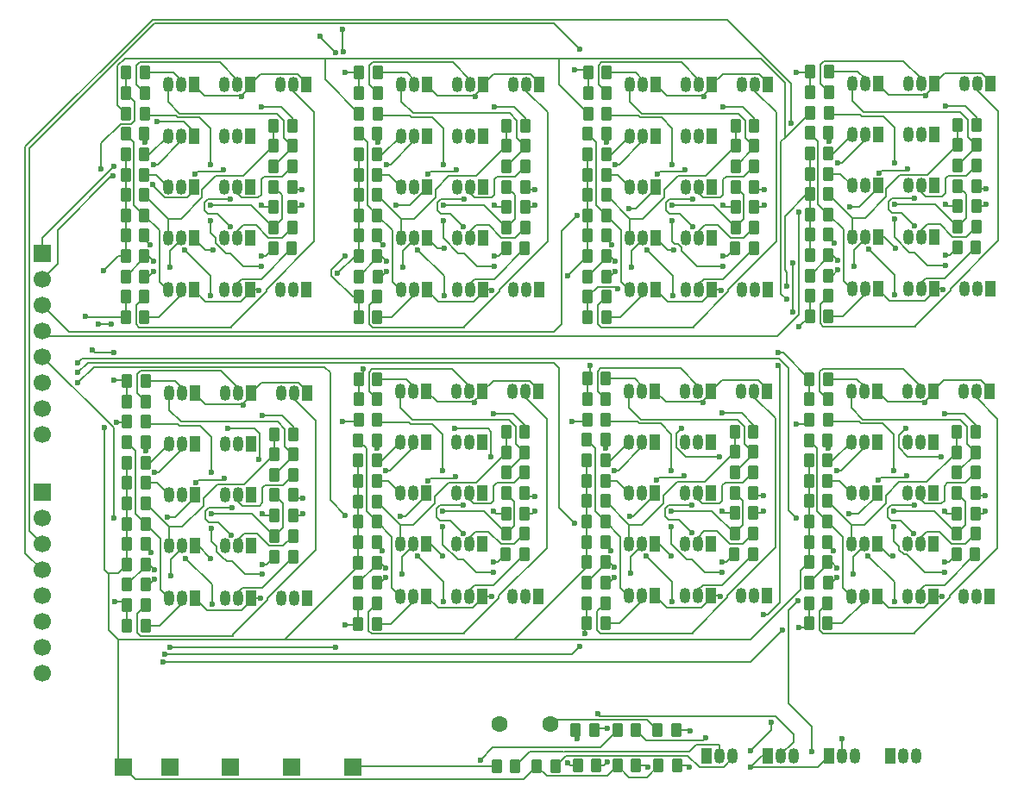
<source format=gbr>
%TF.GenerationSoftware,KiCad,Pcbnew,9.0.7*%
%TF.CreationDate,2026-01-15T13:11:20+00:00*%
%TF.ProjectId,reg,7265672e-6b69-4636-9164-5f7063625858,rev?*%
%TF.SameCoordinates,Original*%
%TF.FileFunction,Copper,L1,Top*%
%TF.FilePolarity,Positive*%
%FSLAX46Y46*%
G04 Gerber Fmt 4.6, Leading zero omitted, Abs format (unit mm)*
G04 Created by KiCad (PCBNEW 9.0.7) date 2026-01-15 13:11:20*
%MOMM*%
%LPD*%
G01*
G04 APERTURE LIST*
G04 Aperture macros list*
%AMRoundRect*
0 Rectangle with rounded corners*
0 $1 Rounding radius*
0 $2 $3 $4 $5 $6 $7 $8 $9 X,Y pos of 4 corners*
0 Add a 4 corners polygon primitive as box body*
4,1,4,$2,$3,$4,$5,$6,$7,$8,$9,$2,$3,0*
0 Add four circle primitives for the rounded corners*
1,1,$1+$1,$2,$3*
1,1,$1+$1,$4,$5*
1,1,$1+$1,$6,$7*
1,1,$1+$1,$8,$9*
0 Add four rect primitives between the rounded corners*
20,1,$1+$1,$2,$3,$4,$5,0*
20,1,$1+$1,$4,$5,$6,$7,0*
20,1,$1+$1,$6,$7,$8,$9,0*
20,1,$1+$1,$8,$9,$2,$3,0*%
G04 Aperture macros list end*
%TA.AperFunction,SMDPad,CuDef*%
%ADD10RoundRect,0.250000X-0.262500X-0.450000X0.262500X-0.450000X0.262500X0.450000X-0.262500X0.450000X0*%
%TD*%
%TA.AperFunction,ComponentPad*%
%ADD11R,1.050000X1.500000*%
%TD*%
%TA.AperFunction,ComponentPad*%
%ADD12O,1.050000X1.500000*%
%TD*%
%TA.AperFunction,ComponentPad*%
%ADD13R,1.700000X1.700000*%
%TD*%
%TA.AperFunction,ComponentPad*%
%ADD14C,1.700000*%
%TD*%
%TA.AperFunction,ComponentPad*%
%ADD15C,1.600000*%
%TD*%
%TA.AperFunction,ViaPad*%
%ADD16C,0.600000*%
%TD*%
%TA.AperFunction,Conductor*%
%ADD17C,0.200000*%
%TD*%
G04 APERTURE END LIST*
D10*
%TO.P,R407,1*%
%TO.N,+5V*%
X71537051Y-44289023D03*
%TO.P,R407,2*%
%TO.N,Net-(Q404-C)*%
X73362051Y-44289023D03*
%TD*%
D11*
%TO.P,Q706,1,E*%
%TO.N,GND*%
X61198610Y-62567889D03*
D12*
%TO.P,Q706,2,B*%
%TO.N,Net-(Q706-B)*%
X59928610Y-62567889D03*
%TO.P,Q706,3,C*%
%TO.N,Net-(Q705-E)*%
X58658610Y-62567889D03*
%TD*%
D10*
%TO.P,R903,1*%
%TO.N,Net-(Q901-C)*%
X107738518Y-73599800D03*
%TO.P,R903,2*%
%TO.N,Net-(Q904-B)*%
X109563518Y-73599800D03*
%TD*%
%TO.P,R509,1*%
%TO.N,Net-(Q507-C)*%
X107834772Y-31380819D03*
%TO.P,R509,2*%
%TO.N,Net-(Q506-B)*%
X109659772Y-31380819D03*
%TD*%
D11*
%TO.P,Q804,1,E*%
%TO.N,Net-(Q802-E)*%
X83646786Y-77668454D03*
D12*
%TO.P,Q804,2,B*%
%TO.N,Net-(Q804-B)*%
X82376786Y-77668454D03*
%TO.P,Q804,3,C*%
%TO.N,Net-(Q804-C)*%
X81106786Y-77668454D03*
%TD*%
D11*
%TO.P,Q608,1,E*%
%TO.N,GND*%
X38481392Y-72768489D03*
D12*
%TO.P,Q608,2,B*%
%TO.N,Net-(Q608-B)*%
X37211392Y-72768489D03*
%TO.P,Q608,3,C*%
%TO.N,Net-(Q607-E)*%
X35941392Y-72768489D03*
%TD*%
D10*
%TO.P,R807,1*%
%TO.N,+5V*%
X71450440Y-74350943D03*
%TO.P,R807,2*%
%TO.N,Net-(Q804-C)*%
X73275440Y-74350943D03*
%TD*%
%TO.P,R505,1*%
%TO.N,WRITE_EN*%
X93362618Y-30189977D03*
%TO.P,R505,2*%
%TO.N,Net-(Q503-B)*%
X95187618Y-30189977D03*
%TD*%
D11*
%TO.P,Q411,1,E*%
%TO.N,GND*%
X83719551Y-27473136D03*
D12*
%TO.P,Q411,2,B*%
%TO.N,Net-(Q411-B)*%
X82449551Y-27473136D03*
%TO.P,Q411,3,C*%
%TO.N,Net-(Q411-C)*%
X81179551Y-27473136D03*
%TD*%
D10*
%TO.P,R319,1*%
%TO.N,NREAD_EN*%
X49100733Y-26268489D03*
%TO.P,R319,2*%
%TO.N,Net-(Q312-B)*%
X50925733Y-26268489D03*
%TD*%
D11*
%TO.P,Q705,1,E*%
%TO.N,Net-(Q705-E)*%
X55698610Y-62567889D03*
D12*
%TO.P,Q705,2,B*%
%TO.N,Net-(Q705-B)*%
X54428610Y-62567889D03*
%TO.P,Q705,3,C*%
%TO.N,Net-(Q705-C)*%
X53158610Y-62567889D03*
%TD*%
D11*
%TO.P,Q510,1,E*%
%TO.N,GND*%
X105517272Y-37380819D03*
D12*
%TO.P,Q510,2,B*%
%TO.N,Net-(Q510-B)*%
X104247272Y-37380819D03*
%TO.P,Q510,3,C*%
%TO.N,/DFlipFlop3/Q*%
X102977272Y-37380819D03*
%TD*%
D11*
%TO.P,Q205,1,E*%
%TO.N,Net-(Q205-E)*%
X32880375Y-32473136D03*
D12*
%TO.P,Q205,2,B*%
%TO.N,Net-(Q205-B)*%
X31610375Y-32473136D03*
%TO.P,Q205,3,C*%
%TO.N,Net-(Q205-C)*%
X30340375Y-32473136D03*
%TD*%
D10*
%TO.P,R713,1*%
%TO.N,+5V*%
X49016110Y-68383776D03*
%TO.P,R713,2*%
%TO.N,Net-(Q707-C)*%
X50841110Y-68383776D03*
%TD*%
%TO.P,R616,1*%
%TO.N,Net-(Q612-C)*%
X40798892Y-65775600D03*
%TO.P,R616,2*%
%TO.N,Net-(Q610-B)*%
X42623892Y-65775600D03*
%TD*%
D11*
%TO.P,Q605,1,E*%
%TO.N,Net-(Q605-E)*%
X32981392Y-62768489D03*
D12*
%TO.P,Q605,2,B*%
%TO.N,Net-(Q605-B)*%
X31711392Y-62768489D03*
%TO.P,Q605,3,C*%
%TO.N,Net-(Q605-C)*%
X30441392Y-62768489D03*
%TD*%
D11*
%TO.P,Q210,1,E*%
%TO.N,GND*%
X38380375Y-37473136D03*
D12*
%TO.P,Q210,2,B*%
%TO.N,Net-(Q210-B)*%
X37110375Y-37473136D03*
%TO.P,Q210,3,C*%
%TO.N,/DFlipFlop/Q*%
X35840375Y-37473136D03*
%TD*%
D10*
%TO.P,R719,1*%
%TO.N,NREAD_EN*%
X49047951Y-56364242D03*
%TO.P,R719,2*%
%TO.N,Net-(Q712-B)*%
X50872951Y-56364242D03*
%TD*%
%TO.P,R312,1*%
%TO.N,Net-(Q305-C)*%
X63568892Y-41472136D03*
%TO.P,R312,2*%
%TO.N,Net-(Q308-B)*%
X65393892Y-41472136D03*
%TD*%
%TO.P,R712,1*%
%TO.N,Net-(Q705-C)*%
X63516110Y-71567889D03*
%TO.P,R712,2*%
%TO.N,Net-(Q708-B)*%
X65341110Y-71567889D03*
%TD*%
%TO.P,R203,1*%
%TO.N,Net-(Q201-C)*%
X40677314Y-43520988D03*
%TO.P,R203,2*%
%TO.N,Net-(Q204-B)*%
X42502314Y-43520988D03*
%TD*%
D13*
%TO.P,GND,1,Pin_1*%
%TO.N,GND*%
X30500000Y-94500000D03*
%TD*%
D11*
%TO.P,Q901,1,E*%
%TO.N,GND*%
X110941579Y-57551948D03*
D12*
%TO.P,Q901,2,B*%
%TO.N,Net-(Q901-B)*%
X109671579Y-57551948D03*
%TO.P,Q901,3,C*%
%TO.N,Net-(Q901-C)*%
X108401579Y-57551948D03*
%TD*%
D11*
%TO.P,Q306,1,E*%
%TO.N,GND*%
X61251392Y-32472136D03*
D12*
%TO.P,Q306,2,B*%
%TO.N,Net-(Q306-B)*%
X59981392Y-32472136D03*
%TO.P,Q306,3,C*%
%TO.N,Net-(Q305-E)*%
X58711392Y-32472136D03*
%TD*%
D11*
%TO.P,Q710,1,E*%
%TO.N,GND*%
X61198610Y-67567889D03*
D12*
%TO.P,Q710,2,B*%
%TO.N,Net-(Q710-B)*%
X59928610Y-67567889D03*
%TO.P,Q710,3,C*%
%TO.N,/DFlipFlop5/Q*%
X58658610Y-67567889D03*
%TD*%
D10*
%TO.P,R720,1*%
%TO.N,NREAD_EN*%
X49043956Y-58377047D03*
%TO.P,R720,2*%
%TO.N,Net-(Q711-B)*%
X50868956Y-58377047D03*
%TD*%
D13*
%TO.P,DATA_OUT,1,Pin_1*%
%TO.N,/DFlipFlop/Q*%
X18000000Y-44000000D03*
D14*
%TO.P,DATA_OUT,2,Pin_2*%
%TO.N,/DFlipFlop1/Q*%
X18000000Y-46540000D03*
%TO.P,DATA_OUT,3,Pin_3*%
%TO.N,/DFlipFlop2/Q*%
X18000000Y-49080000D03*
%TO.P,DATA_OUT,4,Pin_4*%
%TO.N,/DFlipFlop3/Q*%
X18000000Y-51620000D03*
%TO.P,DATA_OUT,5,Pin_5*%
%TO.N,/DFlipFlop4/Q*%
X18000000Y-54160000D03*
%TO.P,DATA_OUT,6,Pin_6*%
%TO.N,/DFlipFlop5/Q*%
X18000000Y-56700000D03*
%TO.P,DATA_OUT,7,Pin_7*%
%TO.N,/DFlipFlop6/Q*%
X18000000Y-59240000D03*
%TO.P,DATA_OUT,8,Pin_8*%
%TO.N,/DFlipFlop7/Q*%
X18000000Y-61780000D03*
%TD*%
D10*
%TO.P,R412,1*%
%TO.N,Net-(Q405-C)*%
X86037051Y-41473136D03*
%TO.P,R412,2*%
%TO.N,Net-(Q408-B)*%
X87862051Y-41473136D03*
%TD*%
%TO.P,R901,1*%
%TO.N,+5V*%
X93259079Y-72367835D03*
%TO.P,R901,2*%
%TO.N,Net-(Q901-C)*%
X95084079Y-72367835D03*
%TD*%
%TO.P,R513,1*%
%TO.N,+5V*%
X93334772Y-38196706D03*
%TO.P,R513,2*%
%TO.N,Net-(Q507-C)*%
X95159772Y-38196706D03*
%TD*%
D11*
%TO.P,Q202,1,E*%
%TO.N,Net-(Q202-E)*%
X32880375Y-47613136D03*
D12*
%TO.P,Q202,2,B*%
%TO.N,Net-(Q202-B)*%
X31610375Y-47613136D03*
%TO.P,Q202,3,C*%
%TO.N,Net-(Q202-C)*%
X30340375Y-47613136D03*
%TD*%
D10*
%TO.P,R706,1*%
%TO.N,+5V*%
X49016110Y-70383776D03*
%TO.P,R706,2*%
%TO.N,Net-(Q702-C)*%
X50841110Y-70383776D03*
%TD*%
%TO.P,R908,1*%
%TO.N,Net-(Q902-C)*%
X93259079Y-62367835D03*
%TO.P,R908,2*%
%TO.N,Net-(Q905-B)*%
X95084079Y-62367835D03*
%TD*%
%TO.P,R510,1*%
%TO.N,+5V*%
X93334772Y-34196706D03*
%TO.P,R510,2*%
%TO.N,Net-(Q505-C)*%
X95159772Y-34196706D03*
%TD*%
D11*
%TO.P,Q410,1,E*%
%TO.N,GND*%
X83719551Y-37473136D03*
D12*
%TO.P,Q410,2,B*%
%TO.N,Net-(Q410-B)*%
X82449551Y-37473136D03*
%TO.P,Q410,3,C*%
%TO.N,/DFlipFlop2/Q*%
X81179551Y-37473136D03*
%TD*%
D11*
%TO.P,Q203,1,E*%
%TO.N,GND*%
X43909856Y-47606534D03*
D12*
%TO.P,Q203,2,B*%
%TO.N,Net-(Q203-B)*%
X42639856Y-47606534D03*
%TO.P,Q203,3,C*%
%TO.N,Net-(Q202-E)*%
X41369856Y-47606534D03*
%TD*%
D10*
%TO.P,R808,1*%
%TO.N,Net-(Q802-C)*%
X71450440Y-62350943D03*
%TO.P,R808,2*%
%TO.N,Net-(Q805-B)*%
X73275440Y-62350943D03*
%TD*%
%TO.P,R102,1*%
%TO.N,Net-(C101-Pad2)*%
X78369678Y-90860409D03*
%TO.P,R102,2*%
%TO.N,Net-(Q101-B)*%
X80194678Y-90860409D03*
%TD*%
D11*
%TO.P,Q906,1,E*%
%TO.N,GND*%
X105441579Y-62551948D03*
D12*
%TO.P,Q906,2,B*%
%TO.N,Net-(Q906-B)*%
X104171579Y-62551948D03*
%TO.P,Q906,3,C*%
%TO.N,Net-(Q905-E)*%
X102901579Y-62551948D03*
%TD*%
D11*
%TO.P,Q507,1,E*%
%TO.N,Net-(Q507-E)*%
X100017272Y-42380819D03*
D12*
%TO.P,Q507,2,B*%
%TO.N,Net-(Q507-B)*%
X98747272Y-42380819D03*
%TO.P,Q507,3,C*%
%TO.N,Net-(Q507-C)*%
X97477272Y-42380819D03*
%TD*%
D10*
%TO.P,R610,1*%
%TO.N,+5V*%
X26298892Y-64584376D03*
%TO.P,R610,2*%
%TO.N,Net-(Q605-C)*%
X28123892Y-64584376D03*
%TD*%
D11*
%TO.P,Q509,1,E*%
%TO.N,/DFlipFlop3/Q*%
X100017272Y-37380819D03*
D12*
%TO.P,Q509,2,B*%
%TO.N,Net-(Q509-B)*%
X98747272Y-37380819D03*
%TO.P,Q509,3,C*%
%TO.N,Net-(Q509-C)*%
X97477272Y-37380819D03*
%TD*%
D10*
%TO.P,R810,1*%
%TO.N,+5V*%
X71450440Y-64350943D03*
%TO.P,R810,2*%
%TO.N,Net-(Q805-C)*%
X73275440Y-64350943D03*
%TD*%
%TO.P,R209,1*%
%TO.N,Net-(Q207-C)*%
X40697875Y-31473136D03*
%TO.P,R209,2*%
%TO.N,Net-(Q206-B)*%
X42522875Y-31473136D03*
%TD*%
D11*
%TO.P,Q801,1,E*%
%TO.N,GND*%
X89132940Y-57535056D03*
D12*
%TO.P,Q801,2,B*%
%TO.N,Net-(Q801-B)*%
X87862940Y-57535056D03*
%TO.P,Q801,3,C*%
%TO.N,Net-(Q801-C)*%
X86592940Y-57535056D03*
%TD*%
D10*
%TO.P,R614,1*%
%TO.N,+5V*%
X26298892Y-66584376D03*
%TO.P,R614,2*%
%TO.N,Net-(Q609-C)*%
X28123892Y-66584376D03*
%TD*%
%TO.P,R809,1*%
%TO.N,Net-(Q807-C)*%
X85950440Y-61535056D03*
%TO.P,R809,2*%
%TO.N,Net-(Q806-B)*%
X87775440Y-61535056D03*
%TD*%
D11*
%TO.P,Q101,1,E*%
%TO.N,Net-(Q101-E)*%
X101230000Y-93360000D03*
D12*
%TO.P,Q101,2,B*%
%TO.N,Net-(Q101-B)*%
X102500000Y-93360000D03*
%TO.P,Q101,3,C*%
%TO.N,Net-(Q101-C)*%
X103770000Y-93360000D03*
%TD*%
D10*
%TO.P,R310,1*%
%TO.N,+5V*%
X49068892Y-34288023D03*
%TO.P,R310,2*%
%TO.N,Net-(Q305-C)*%
X50893892Y-34288023D03*
%TD*%
%TO.P,R402,1*%
%TO.N,/DFlipFlop2/D*%
X71537453Y-48301610D03*
%TO.P,R402,2*%
%TO.N,Net-(Q401-B)*%
X73362453Y-48301610D03*
%TD*%
%TO.P,R210,1*%
%TO.N,+5V*%
X26197875Y-34289023D03*
%TO.P,R210,2*%
%TO.N,Net-(Q205-C)*%
X28022875Y-34289023D03*
%TD*%
D11*
%TO.P,Q601,1,E*%
%TO.N,GND*%
X43981392Y-57768489D03*
D12*
%TO.P,Q601,2,B*%
%TO.N,Net-(Q601-B)*%
X42711392Y-57768489D03*
%TO.P,Q601,3,C*%
%TO.N,Net-(Q601-C)*%
X41441392Y-57768489D03*
%TD*%
D10*
%TO.P,R611,1*%
%TO.N,Net-(Q604-C)*%
X26309608Y-76581328D03*
%TO.P,R611,2*%
%TO.N,Net-(Q607-B)*%
X28134608Y-76581328D03*
%TD*%
D11*
%TO.P,Q212,1,E*%
%TO.N,GND*%
X32880375Y-27473136D03*
D12*
%TO.P,Q212,2,B*%
%TO.N,Net-(Q212-B)*%
X31610375Y-27473136D03*
%TO.P,Q212,3,C*%
%TO.N,Net-(Q212-C)*%
X30340375Y-27473136D03*
%TD*%
D10*
%TO.P,R106,1*%
%TO.N,+5V*%
X74457178Y-94360409D03*
%TO.P,R106,2*%
%TO.N,WRITE_EN*%
X76282178Y-94360409D03*
%TD*%
%TO.P,R107,1*%
%TO.N,+5V*%
X66531501Y-94366601D03*
%TO.P,R107,2*%
%TO.N,NREAD_EN*%
X68356501Y-94366601D03*
%TD*%
%TO.P,R711,1*%
%TO.N,Net-(Q704-C)*%
X49026826Y-76380728D03*
%TO.P,R711,2*%
%TO.N,Net-(Q707-B)*%
X50851826Y-76380728D03*
%TD*%
%TO.P,R208,1*%
%TO.N,Net-(Q202-C)*%
X26197875Y-32289023D03*
%TO.P,R208,2*%
%TO.N,Net-(Q205-B)*%
X28022875Y-32289023D03*
%TD*%
%TO.P,R206,1*%
%TO.N,+5V*%
X26197875Y-40289023D03*
%TO.P,R206,2*%
%TO.N,Net-(Q202-C)*%
X28022875Y-40289023D03*
%TD*%
%TO.P,R703,1*%
%TO.N,Net-(Q701-C)*%
X63495549Y-73615741D03*
%TO.P,R703,2*%
%TO.N,Net-(Q704-B)*%
X65320549Y-73615741D03*
%TD*%
%TO.P,R318,1*%
%TO.N,Net-(Q307-C)*%
X63568892Y-33479247D03*
%TO.P,R318,2*%
%TO.N,Net-(Q312-C)*%
X65393892Y-33479247D03*
%TD*%
%TO.P,R913,1*%
%TO.N,+5V*%
X93259079Y-68367835D03*
%TO.P,R913,2*%
%TO.N,Net-(Q907-C)*%
X95084079Y-68367835D03*
%TD*%
%TO.P,R316,1*%
%TO.N,Net-(Q312-C)*%
X63568892Y-35479247D03*
%TO.P,R316,2*%
%TO.N,Net-(Q310-B)*%
X65393892Y-35479247D03*
%TD*%
%TO.P,R811,1*%
%TO.N,Net-(Q804-C)*%
X71461156Y-76347895D03*
%TO.P,R811,2*%
%TO.N,Net-(Q807-B)*%
X73286156Y-76347895D03*
%TD*%
D11*
%TO.P,Q102,1,E*%
%TO.N,GND*%
X95230000Y-93360000D03*
D12*
%TO.P,Q102,2,B*%
%TO.N,Net-(Q102-B)*%
X96500000Y-93360000D03*
%TO.P,Q102,3,C*%
%TO.N,Net-(Q101-E)*%
X97770000Y-93360000D03*
%TD*%
D10*
%TO.P,R705,1*%
%TO.N,WRITE_EN*%
X49043956Y-60377047D03*
%TO.P,R705,2*%
%TO.N,Net-(Q703-B)*%
X50868956Y-60377047D03*
%TD*%
%TO.P,R906,1*%
%TO.N,+5V*%
X93259079Y-70367835D03*
%TO.P,R906,2*%
%TO.N,Net-(Q902-C)*%
X95084079Y-70367835D03*
%TD*%
%TO.P,R410,1*%
%TO.N,+5V*%
X71537051Y-34289023D03*
%TO.P,R410,2*%
%TO.N,Net-(Q405-C)*%
X73362051Y-34289023D03*
%TD*%
%TO.P,R507,1*%
%TO.N,+5V*%
X93334772Y-44196706D03*
%TO.P,R507,2*%
%TO.N,Net-(Q504-C)*%
X95159772Y-44196706D03*
%TD*%
D11*
%TO.P,Q810,1,E*%
%TO.N,GND*%
X83632940Y-67535056D03*
D12*
%TO.P,Q810,2,B*%
%TO.N,Net-(Q810-B)*%
X82362940Y-67535056D03*
%TO.P,Q810,3,C*%
%TO.N,/DFlipFlop6/Q*%
X81092940Y-67535056D03*
%TD*%
D10*
%TO.P,R607,1*%
%TO.N,+5V*%
X26298892Y-74584376D03*
%TO.P,R607,2*%
%TO.N,Net-(Q604-C)*%
X28123892Y-74584376D03*
%TD*%
D11*
%TO.P,Q812,1,E*%
%TO.N,GND*%
X78132940Y-57535056D03*
D12*
%TO.P,Q812,2,B*%
%TO.N,Net-(Q812-B)*%
X76862940Y-57535056D03*
%TO.P,Q812,3,C*%
%TO.N,Net-(Q812-C)*%
X75592940Y-57535056D03*
%TD*%
D10*
%TO.P,R303,1*%
%TO.N,Net-(Q301-C)*%
X63548331Y-43519988D03*
%TO.P,R303,2*%
%TO.N,Net-(Q304-B)*%
X65373331Y-43519988D03*
%TD*%
D15*
%TO.P,C101,1*%
%TO.N,Net-(J101-Pin_1)*%
X62886223Y-90287423D03*
%TO.P,C101,2*%
%TO.N,Net-(C101-Pad2)*%
X67886223Y-90287423D03*
%TD*%
D10*
%TO.P,R411,1*%
%TO.N,Net-(Q404-C)*%
X71547767Y-46285975D03*
%TO.P,R411,2*%
%TO.N,Net-(Q407-B)*%
X73372767Y-46285975D03*
%TD*%
%TO.P,R305,1*%
%TO.N,WRITE_EN*%
X49096738Y-30281294D03*
%TO.P,R305,2*%
%TO.N,Net-(Q303-B)*%
X50921738Y-30281294D03*
%TD*%
D11*
%TO.P,Q802,1,E*%
%TO.N,Net-(Q802-E)*%
X78132940Y-77675056D03*
D12*
%TO.P,Q802,2,B*%
%TO.N,Net-(Q802-B)*%
X76862940Y-77675056D03*
%TO.P,Q802,3,C*%
%TO.N,Net-(Q802-C)*%
X75592940Y-77675056D03*
%TD*%
D11*
%TO.P,Q908,1,E*%
%TO.N,GND*%
X105441579Y-72551948D03*
D12*
%TO.P,Q908,2,B*%
%TO.N,Net-(Q908-B)*%
X104171579Y-72551948D03*
%TO.P,Q908,3,C*%
%TO.N,Net-(Q907-E)*%
X102901579Y-72551948D03*
%TD*%
D11*
%TO.P,Q707,1,E*%
%TO.N,Net-(Q707-E)*%
X55698610Y-72567889D03*
D12*
%TO.P,Q707,2,B*%
%TO.N,Net-(Q707-B)*%
X54428610Y-72567889D03*
%TO.P,Q707,3,C*%
%TO.N,Net-(Q707-C)*%
X53158610Y-72567889D03*
%TD*%
D10*
%TO.P,R414,1*%
%TO.N,+5V*%
X71537051Y-36289023D03*
%TO.P,R414,2*%
%TO.N,Net-(Q409-C)*%
X73362051Y-36289023D03*
%TD*%
D11*
%TO.P,Q512,1,E*%
%TO.N,GND*%
X100017272Y-27380819D03*
D12*
%TO.P,Q512,2,B*%
%TO.N,Net-(Q512-B)*%
X98747272Y-27380819D03*
%TO.P,Q512,3,C*%
%TO.N,Net-(Q512-C)*%
X97477272Y-27380819D03*
%TD*%
D11*
%TO.P,Q302,1,E*%
%TO.N,Net-(Q302-E)*%
X55751392Y-47612136D03*
D12*
%TO.P,Q302,2,B*%
%TO.N,Net-(Q302-B)*%
X54481392Y-47612136D03*
%TO.P,Q302,3,C*%
%TO.N,Net-(Q302-C)*%
X53211392Y-47612136D03*
%TD*%
D10*
%TO.P,R103,1*%
%TO.N,Net-(J102-Pin_1)*%
X74457178Y-90860409D03*
%TO.P,R103,2*%
%TO.N,Net-(Q102-B)*%
X76282178Y-90860409D03*
%TD*%
%TO.P,R813,1*%
%TO.N,+5V*%
X71450440Y-68350943D03*
%TO.P,R813,2*%
%TO.N,Net-(Q807-C)*%
X73275440Y-68350943D03*
%TD*%
%TO.P,R806,1*%
%TO.N,+5V*%
X71450440Y-70350943D03*
%TO.P,R806,2*%
%TO.N,Net-(Q802-C)*%
X73275440Y-70350943D03*
%TD*%
%TO.P,R805,1*%
%TO.N,WRITE_EN*%
X71478286Y-60344214D03*
%TO.P,R805,2*%
%TO.N,Net-(Q803-B)*%
X73303286Y-60344214D03*
%TD*%
%TO.P,R802,1*%
%TO.N,/DFlipFlop6/D*%
X71450842Y-78363530D03*
%TO.P,R802,2*%
%TO.N,Net-(Q801-B)*%
X73275842Y-78363530D03*
%TD*%
%TO.P,R202,1*%
%TO.N,/DFlipFlop/D*%
X26198277Y-48301610D03*
%TO.P,R202,2*%
%TO.N,Net-(Q201-B)*%
X28023277Y-48301610D03*
%TD*%
D11*
%TO.P,Q602,1,E*%
%TO.N,Net-(Q602-E)*%
X32981392Y-77908489D03*
D12*
%TO.P,Q602,2,B*%
%TO.N,Net-(Q602-B)*%
X31711392Y-77908489D03*
%TO.P,Q602,3,C*%
%TO.N,Net-(Q602-C)*%
X30441392Y-77908489D03*
%TD*%
D10*
%TO.P,R416,1*%
%TO.N,Net-(Q412-C)*%
X86037051Y-35480247D03*
%TO.P,R416,2*%
%TO.N,Net-(Q410-B)*%
X87862051Y-35480247D03*
%TD*%
D11*
%TO.P,Q806,1,E*%
%TO.N,GND*%
X83632940Y-62535056D03*
D12*
%TO.P,Q806,2,B*%
%TO.N,Net-(Q806-B)*%
X82362940Y-62535056D03*
%TO.P,Q806,3,C*%
%TO.N,Net-(Q805-E)*%
X81092940Y-62535056D03*
%TD*%
D10*
%TO.P,R619,1*%
%TO.N,NREAD_EN*%
X26330733Y-56564842D03*
%TO.P,R619,2*%
%TO.N,Net-(Q612-B)*%
X28155733Y-56564842D03*
%TD*%
%TO.P,R408,1*%
%TO.N,Net-(Q402-C)*%
X71537051Y-32289023D03*
%TO.P,R408,2*%
%TO.N,Net-(Q405-B)*%
X73362051Y-32289023D03*
%TD*%
%TO.P,R201,1*%
%TO.N,+5V*%
X26197875Y-42289023D03*
%TO.P,R201,2*%
%TO.N,Net-(Q201-C)*%
X28022875Y-42289023D03*
%TD*%
D11*
%TO.P,Q301,1,E*%
%TO.N,GND*%
X66751392Y-27472136D03*
D12*
%TO.P,Q301,2,B*%
%TO.N,Net-(Q301-B)*%
X65481392Y-27472136D03*
%TO.P,Q301,3,C*%
%TO.N,Net-(Q301-C)*%
X64211392Y-27472136D03*
%TD*%
D11*
%TO.P,Q702,1,E*%
%TO.N,Net-(Q702-E)*%
X55698610Y-77707889D03*
D12*
%TO.P,Q702,2,B*%
%TO.N,Net-(Q702-B)*%
X54428610Y-77707889D03*
%TO.P,Q702,3,C*%
%TO.N,Net-(Q702-C)*%
X53158610Y-77707889D03*
%TD*%
D11*
%TO.P,Q404,1,E*%
%TO.N,Net-(Q402-E)*%
X83733397Y-47606534D03*
D12*
%TO.P,Q404,2,B*%
%TO.N,Net-(Q404-B)*%
X82463397Y-47606534D03*
%TO.P,Q404,3,C*%
%TO.N,Net-(Q404-C)*%
X81193397Y-47606534D03*
%TD*%
D10*
%TO.P,R613,1*%
%TO.N,+5V*%
X26298892Y-68584376D03*
%TO.P,R613,2*%
%TO.N,Net-(Q607-C)*%
X28123892Y-68584376D03*
%TD*%
%TO.P,R818,1*%
%TO.N,Net-(Q807-C)*%
X85950440Y-63542167D03*
%TO.P,R818,2*%
%TO.N,Net-(Q812-C)*%
X87775440Y-63542167D03*
%TD*%
%TO.P,R716,1*%
%TO.N,Net-(Q712-C)*%
X63516110Y-65575000D03*
%TO.P,R716,2*%
%TO.N,Net-(Q710-B)*%
X65341110Y-65575000D03*
%TD*%
D11*
%TO.P,Q703,1,E*%
%TO.N,GND*%
X66728091Y-77701287D03*
D12*
%TO.P,Q703,2,B*%
%TO.N,Net-(Q703-B)*%
X65458091Y-77701287D03*
%TO.P,Q703,3,C*%
%TO.N,Net-(Q702-E)*%
X64188091Y-77701287D03*
%TD*%
D10*
%TO.P,R204,1*%
%TO.N,/DFlipFlop/D*%
X26198277Y-50301610D03*
%TO.P,R204,2*%
%TO.N,Net-(Q202-B)*%
X28023277Y-50301610D03*
%TD*%
D11*
%TO.P,Q505,1,E*%
%TO.N,Net-(Q505-E)*%
X100017272Y-32380819D03*
D12*
%TO.P,Q505,2,B*%
%TO.N,Net-(Q505-B)*%
X98747272Y-32380819D03*
%TO.P,Q505,3,C*%
%TO.N,Net-(Q505-C)*%
X97477272Y-32380819D03*
%TD*%
D10*
%TO.P,R605,1*%
%TO.N,WRITE_EN*%
X26326738Y-60577647D03*
%TO.P,R605,2*%
%TO.N,Net-(Q603-B)*%
X28151738Y-60577647D03*
%TD*%
D11*
%TO.P,Q910,1,E*%
%TO.N,GND*%
X105441579Y-67551948D03*
D12*
%TO.P,Q910,2,B*%
%TO.N,Net-(Q910-B)*%
X104171579Y-67551948D03*
%TO.P,Q910,3,C*%
%TO.N,/DFlipFlop7/Q*%
X102901579Y-67551948D03*
%TD*%
D11*
%TO.P,Q606,1,E*%
%TO.N,GND*%
X38481392Y-62768489D03*
D12*
%TO.P,Q606,2,B*%
%TO.N,Net-(Q606-B)*%
X37211392Y-62768489D03*
%TO.P,Q606,3,C*%
%TO.N,Net-(Q605-E)*%
X35941392Y-62768489D03*
%TD*%
D11*
%TO.P,Q310,1,E*%
%TO.N,GND*%
X61251392Y-37472136D03*
D12*
%TO.P,Q310,2,B*%
%TO.N,Net-(Q310-B)*%
X59981392Y-37472136D03*
%TO.P,Q310,3,C*%
%TO.N,/DFlipFlop1/Q*%
X58711392Y-37472136D03*
%TD*%
D10*
%TO.P,R309,1*%
%TO.N,Net-(Q307-C)*%
X63568892Y-31472136D03*
%TO.P,R309,2*%
%TO.N,Net-(Q306-B)*%
X65393892Y-31472136D03*
%TD*%
%TO.P,R515,1*%
%TO.N,Net-(Q511-C)*%
X107834772Y-39387930D03*
%TO.P,R515,2*%
%TO.N,Net-(Q509-B)*%
X109659772Y-39387930D03*
%TD*%
%TO.P,R602,1*%
%TO.N,/DFlipFlop4/D*%
X26299294Y-78596963D03*
%TO.P,R602,2*%
%TO.N,Net-(Q601-B)*%
X28124294Y-78596963D03*
%TD*%
%TO.P,R511,1*%
%TO.N,Net-(Q504-C)*%
X93345488Y-46193658D03*
%TO.P,R511,2*%
%TO.N,Net-(Q507-B)*%
X95170488Y-46193658D03*
%TD*%
%TO.P,R817,1*%
%TO.N,Net-(Q805-C)*%
X85950440Y-67542167D03*
%TO.P,R817,2*%
%TO.N,Net-(Q811-C)*%
X87775440Y-67542167D03*
%TD*%
D11*
%TO.P,Q610,1,E*%
%TO.N,GND*%
X38481392Y-67768489D03*
D12*
%TO.P,Q610,2,B*%
%TO.N,Net-(Q610-B)*%
X37211392Y-67768489D03*
%TO.P,Q610,3,C*%
%TO.N,/DFlipFlop4/Q*%
X35941392Y-67768489D03*
%TD*%
D10*
%TO.P,R615,1*%
%TO.N,Net-(Q611-C)*%
X40798892Y-69775600D03*
%TO.P,R615,2*%
%TO.N,Net-(Q609-B)*%
X42623892Y-69775600D03*
%TD*%
%TO.P,R910,1*%
%TO.N,+5V*%
X93259079Y-64367835D03*
%TO.P,R910,2*%
%TO.N,Net-(Q905-C)*%
X95084079Y-64367835D03*
%TD*%
D11*
%TO.P,Q511,1,E*%
%TO.N,GND*%
X105517272Y-27380819D03*
D12*
%TO.P,Q511,2,B*%
%TO.N,Net-(Q511-B)*%
X104247272Y-27380819D03*
%TO.P,Q511,3,C*%
%TO.N,Net-(Q511-C)*%
X102977272Y-27380819D03*
%TD*%
D10*
%TO.P,R920,1*%
%TO.N,NREAD_EN*%
X93286925Y-58361106D03*
%TO.P,R920,2*%
%TO.N,Net-(Q911-B)*%
X95111925Y-58361106D03*
%TD*%
D11*
%TO.P,Q209,1,E*%
%TO.N,/DFlipFlop/Q*%
X32880375Y-37473136D03*
D12*
%TO.P,Q209,2,B*%
%TO.N,Net-(Q209-B)*%
X31610375Y-37473136D03*
%TO.P,Q209,3,C*%
%TO.N,Net-(Q209-C)*%
X30340375Y-37473136D03*
%TD*%
D10*
%TO.P,R212,1*%
%TO.N,Net-(Q205-C)*%
X40697875Y-41473136D03*
%TO.P,R212,2*%
%TO.N,Net-(Q208-B)*%
X42522875Y-41473136D03*
%TD*%
D11*
%TO.P,Q712,1,E*%
%TO.N,GND*%
X55698610Y-57567889D03*
D12*
%TO.P,Q712,2,B*%
%TO.N,Net-(Q712-B)*%
X54428610Y-57567889D03*
%TO.P,Q712,3,C*%
%TO.N,Net-(Q712-C)*%
X53158610Y-57567889D03*
%TD*%
D10*
%TO.P,R620,1*%
%TO.N,NREAD_EN*%
X26326738Y-58577647D03*
%TO.P,R620,2*%
%TO.N,Net-(Q611-B)*%
X28151738Y-58577647D03*
%TD*%
%TO.P,R701,1*%
%TO.N,+5V*%
X49016110Y-72383776D03*
%TO.P,R701,2*%
%TO.N,Net-(Q701-C)*%
X50841110Y-72383776D03*
%TD*%
%TO.P,R702,1*%
%TO.N,/DFlipFlop5/D*%
X49016512Y-78396363D03*
%TO.P,R702,2*%
%TO.N,Net-(Q701-B)*%
X50841512Y-78396363D03*
%TD*%
%TO.P,R603,1*%
%TO.N,Net-(Q601-C)*%
X40778331Y-73816341D03*
%TO.P,R603,2*%
%TO.N,Net-(Q604-B)*%
X42603331Y-73816341D03*
%TD*%
%TO.P,R609,1*%
%TO.N,Net-(Q607-C)*%
X40798892Y-61768489D03*
%TO.P,R609,2*%
%TO.N,Net-(Q606-B)*%
X42623892Y-61768489D03*
%TD*%
%TO.P,R608,1*%
%TO.N,Net-(Q602-C)*%
X26298892Y-62584376D03*
%TO.P,R608,2*%
%TO.N,Net-(Q605-B)*%
X28123892Y-62584376D03*
%TD*%
%TO.P,R506,1*%
%TO.N,+5V*%
X93334772Y-40196706D03*
%TO.P,R506,2*%
%TO.N,Net-(Q502-C)*%
X95159772Y-40196706D03*
%TD*%
D11*
%TO.P,Q307,1,E*%
%TO.N,Net-(Q307-E)*%
X55751392Y-42472136D03*
D12*
%TO.P,Q307,2,B*%
%TO.N,Net-(Q307-B)*%
X54481392Y-42472136D03*
%TO.P,Q307,3,C*%
%TO.N,Net-(Q307-C)*%
X53211392Y-42472136D03*
%TD*%
D10*
%TO.P,R819,1*%
%TO.N,NREAD_EN*%
X71482281Y-56331409D03*
%TO.P,R819,2*%
%TO.N,Net-(Q812-B)*%
X73307281Y-56331409D03*
%TD*%
%TO.P,R710,1*%
%TO.N,+5V*%
X49016110Y-64383776D03*
%TO.P,R710,2*%
%TO.N,Net-(Q705-C)*%
X50841110Y-64383776D03*
%TD*%
%TO.P,R918,1*%
%TO.N,Net-(Q907-C)*%
X107759079Y-63559059D03*
%TO.P,R918,2*%
%TO.N,Net-(Q912-C)*%
X109584079Y-63559059D03*
%TD*%
D11*
%TO.P,Q701,1,E*%
%TO.N,GND*%
X66698610Y-57567889D03*
D12*
%TO.P,Q701,2,B*%
%TO.N,Net-(Q701-B)*%
X65428610Y-57567889D03*
%TO.P,Q701,3,C*%
%TO.N,Net-(Q701-C)*%
X64158610Y-57567889D03*
%TD*%
D13*
%TO.P,+5V,1,Pin_1*%
%TO.N,+5V*%
X26000000Y-94500000D03*
%TD*%
D10*
%TO.P,R718,1*%
%TO.N,Net-(Q707-C)*%
X63516110Y-63575000D03*
%TO.P,R718,2*%
%TO.N,Net-(Q712-C)*%
X65341110Y-63575000D03*
%TD*%
%TO.P,R415,1*%
%TO.N,Net-(Q411-C)*%
X86037051Y-39480247D03*
%TO.P,R415,2*%
%TO.N,Net-(Q409-B)*%
X87862051Y-39480247D03*
%TD*%
D11*
%TO.P,Q407,1,E*%
%TO.N,Net-(Q407-E)*%
X78219551Y-42473136D03*
D12*
%TO.P,Q407,2,B*%
%TO.N,Net-(Q407-B)*%
X76949551Y-42473136D03*
%TO.P,Q407,3,C*%
%TO.N,Net-(Q407-C)*%
X75679551Y-42473136D03*
%TD*%
D10*
%TO.P,R714,1*%
%TO.N,+5V*%
X49016110Y-66383776D03*
%TO.P,R714,2*%
%TO.N,Net-(Q709-C)*%
X50841110Y-66383776D03*
%TD*%
D11*
%TO.P,Q208,1,E*%
%TO.N,GND*%
X38380375Y-42473136D03*
D12*
%TO.P,Q208,2,B*%
%TO.N,Net-(Q208-B)*%
X37110375Y-42473136D03*
%TO.P,Q208,3,C*%
%TO.N,Net-(Q207-E)*%
X35840375Y-42473136D03*
%TD*%
D10*
%TO.P,R406,1*%
%TO.N,+5V*%
X71537051Y-40289023D03*
%TO.P,R406,2*%
%TO.N,Net-(Q402-C)*%
X73362051Y-40289023D03*
%TD*%
D11*
%TO.P,Q506,1,E*%
%TO.N,GND*%
X105517272Y-32380819D03*
D12*
%TO.P,Q506,2,B*%
%TO.N,Net-(Q506-B)*%
X104247272Y-32380819D03*
%TO.P,Q506,3,C*%
%TO.N,Net-(Q505-E)*%
X102977272Y-32380819D03*
%TD*%
D10*
%TO.P,R915,1*%
%TO.N,Net-(Q911-C)*%
X107759079Y-69559059D03*
%TO.P,R915,2*%
%TO.N,Net-(Q909-B)*%
X109584079Y-69559059D03*
%TD*%
%TO.P,R617,1*%
%TO.N,Net-(Q605-C)*%
X40798892Y-67775600D03*
%TO.P,R617,2*%
%TO.N,Net-(Q611-C)*%
X42623892Y-67775600D03*
%TD*%
D13*
%TO.P,RD_EN,1,Pin_1*%
%TO.N,Net-(J103-Pin_1)*%
X48500000Y-94500000D03*
%TD*%
D10*
%TO.P,R820,1*%
%TO.N,NREAD_EN*%
X71478286Y-58344214D03*
%TO.P,R820,2*%
%TO.N,Net-(Q811-B)*%
X73303286Y-58344214D03*
%TD*%
%TO.P,R902,1*%
%TO.N,/DFlipFlop7/D*%
X93259481Y-78380422D03*
%TO.P,R902,2*%
%TO.N,Net-(Q901-B)*%
X95084481Y-78380422D03*
%TD*%
D11*
%TO.P,Q408,1,E*%
%TO.N,GND*%
X83719551Y-42473136D03*
D12*
%TO.P,Q408,2,B*%
%TO.N,Net-(Q408-B)*%
X82449551Y-42473136D03*
%TO.P,Q408,3,C*%
%TO.N,Net-(Q407-E)*%
X81179551Y-42473136D03*
%TD*%
D11*
%TO.P,Q206,1,E*%
%TO.N,GND*%
X38380375Y-32473136D03*
D12*
%TO.P,Q206,2,B*%
%TO.N,Net-(Q206-B)*%
X37110375Y-32473136D03*
%TO.P,Q206,3,C*%
%TO.N,Net-(Q205-E)*%
X35840375Y-32473136D03*
%TD*%
D10*
%TO.P,R804,1*%
%TO.N,/DFlipFlop6/D*%
X71450842Y-80363530D03*
%TO.P,R804,2*%
%TO.N,Net-(Q802-B)*%
X73275842Y-80363530D03*
%TD*%
%TO.P,R618,1*%
%TO.N,Net-(Q607-C)*%
X40798892Y-63775600D03*
%TO.P,R618,2*%
%TO.N,Net-(Q612-C)*%
X42623892Y-63775600D03*
%TD*%
D11*
%TO.P,Q903,1,E*%
%TO.N,GND*%
X110971060Y-77685346D03*
D12*
%TO.P,Q903,2,B*%
%TO.N,Net-(Q903-B)*%
X109701060Y-77685346D03*
%TO.P,Q903,3,C*%
%TO.N,Net-(Q902-E)*%
X108431060Y-77685346D03*
%TD*%
D10*
%TO.P,R205,1*%
%TO.N,WRITE_EN*%
X26225721Y-30282294D03*
%TO.P,R205,2*%
%TO.N,Net-(Q203-B)*%
X28050721Y-30282294D03*
%TD*%
%TO.P,R313,1*%
%TO.N,+5V*%
X49068892Y-38288023D03*
%TO.P,R313,2*%
%TO.N,Net-(Q307-C)*%
X50893892Y-38288023D03*
%TD*%
D11*
%TO.P,Q905,1,E*%
%TO.N,Net-(Q905-E)*%
X99941579Y-62551948D03*
D12*
%TO.P,Q905,2,B*%
%TO.N,Net-(Q905-B)*%
X98671579Y-62551948D03*
%TO.P,Q905,3,C*%
%TO.N,Net-(Q905-C)*%
X97401579Y-62551948D03*
%TD*%
D11*
%TO.P,Q809,1,E*%
%TO.N,/DFlipFlop6/Q*%
X78132940Y-67535056D03*
D12*
%TO.P,Q809,2,B*%
%TO.N,Net-(Q809-B)*%
X76862940Y-67535056D03*
%TO.P,Q809,3,C*%
%TO.N,Net-(Q809-C)*%
X75592940Y-67535056D03*
%TD*%
D10*
%TO.P,R911,1*%
%TO.N,Net-(Q904-C)*%
X93269795Y-76364787D03*
%TO.P,R911,2*%
%TO.N,Net-(Q907-B)*%
X95094795Y-76364787D03*
%TD*%
%TO.P,R518,1*%
%TO.N,Net-(Q507-C)*%
X107834772Y-33387930D03*
%TO.P,R518,2*%
%TO.N,Net-(Q512-C)*%
X109659772Y-33387930D03*
%TD*%
%TO.P,R317,1*%
%TO.N,Net-(Q305-C)*%
X63568892Y-37479247D03*
%TO.P,R317,2*%
%TO.N,Net-(Q311-C)*%
X65393892Y-37479247D03*
%TD*%
D11*
%TO.P,Q403,1,E*%
%TO.N,GND*%
X89249032Y-47606534D03*
D12*
%TO.P,Q403,2,B*%
%TO.N,Net-(Q403-B)*%
X87979032Y-47606534D03*
%TO.P,Q403,3,C*%
%TO.N,Net-(Q402-E)*%
X86709032Y-47606534D03*
%TD*%
D11*
%TO.P,Q401,1,E*%
%TO.N,GND*%
X89219551Y-27473136D03*
D12*
%TO.P,Q401,2,B*%
%TO.N,Net-(Q401-B)*%
X87949551Y-27473136D03*
%TO.P,Q401,3,C*%
%TO.N,Net-(Q401-C)*%
X86679551Y-27473136D03*
%TD*%
D11*
%TO.P,Q711,1,E*%
%TO.N,GND*%
X61198610Y-57567889D03*
D12*
%TO.P,Q711,2,B*%
%TO.N,Net-(Q711-B)*%
X59928610Y-57567889D03*
%TO.P,Q711,3,C*%
%TO.N,Net-(Q711-C)*%
X58658610Y-57567889D03*
%TD*%
D10*
%TO.P,R803,1*%
%TO.N,Net-(Q801-C)*%
X85929879Y-73582908D03*
%TO.P,R803,2*%
%TO.N,Net-(Q804-B)*%
X87754879Y-73582908D03*
%TD*%
%TO.P,R715,1*%
%TO.N,Net-(Q711-C)*%
X63516110Y-69575000D03*
%TO.P,R715,2*%
%TO.N,Net-(Q709-B)*%
X65341110Y-69575000D03*
%TD*%
D11*
%TO.P,Q912,1,E*%
%TO.N,GND*%
X99941579Y-57551948D03*
D12*
%TO.P,Q912,2,B*%
%TO.N,Net-(Q912-B)*%
X98671579Y-57551948D03*
%TO.P,Q912,3,C*%
%TO.N,Net-(Q912-C)*%
X97401579Y-57551948D03*
%TD*%
D10*
%TO.P,R306,1*%
%TO.N,+5V*%
X49068892Y-40288023D03*
%TO.P,R306,2*%
%TO.N,Net-(Q302-C)*%
X50893892Y-40288023D03*
%TD*%
%TO.P,R909,1*%
%TO.N,Net-(Q907-C)*%
X107759079Y-61551948D03*
%TO.P,R909,2*%
%TO.N,Net-(Q906-B)*%
X109584079Y-61551948D03*
%TD*%
%TO.P,R220,1*%
%TO.N,NREAD_EN*%
X26225721Y-28282294D03*
%TO.P,R220,2*%
%TO.N,Net-(Q211-B)*%
X28050721Y-28282294D03*
%TD*%
D11*
%TO.P,Q609,1,E*%
%TO.N,/DFlipFlop4/Q*%
X32981392Y-67768489D03*
D12*
%TO.P,Q609,2,B*%
%TO.N,Net-(Q609-B)*%
X31711392Y-67768489D03*
%TO.P,Q609,3,C*%
%TO.N,Net-(Q609-C)*%
X30441392Y-67768489D03*
%TD*%
D10*
%TO.P,R213,1*%
%TO.N,+5V*%
X26197875Y-38289023D03*
%TO.P,R213,2*%
%TO.N,Net-(Q207-C)*%
X28022875Y-38289023D03*
%TD*%
%TO.P,R503,1*%
%TO.N,Net-(Q501-C)*%
X107814211Y-43428671D03*
%TO.P,R503,2*%
%TO.N,Net-(Q504-B)*%
X109639211Y-43428671D03*
%TD*%
D11*
%TO.P,Q503,1,E*%
%TO.N,GND*%
X111046753Y-47514217D03*
D12*
%TO.P,Q503,2,B*%
%TO.N,Net-(Q503-B)*%
X109776753Y-47514217D03*
%TO.P,Q503,3,C*%
%TO.N,Net-(Q502-E)*%
X108506753Y-47514217D03*
%TD*%
D10*
%TO.P,R105,1*%
%TO.N,Net-(Q101-C)*%
X70369678Y-90860409D03*
%TO.P,R105,2*%
%TO.N,Net-(Q103-B)*%
X72194678Y-90860409D03*
%TD*%
D11*
%TO.P,Q803,1,E*%
%TO.N,GND*%
X89162421Y-77668454D03*
D12*
%TO.P,Q803,2,B*%
%TO.N,Net-(Q803-B)*%
X87892421Y-77668454D03*
%TO.P,Q803,3,C*%
%TO.N,Net-(Q802-E)*%
X86622421Y-77668454D03*
%TD*%
D10*
%TO.P,R304,1*%
%TO.N,/DFlipFlop1/D*%
X49069294Y-50300610D03*
%TO.P,R304,2*%
%TO.N,Net-(Q302-B)*%
X50894294Y-50300610D03*
%TD*%
D11*
%TO.P,Q312,1,E*%
%TO.N,GND*%
X55751392Y-27472136D03*
D12*
%TO.P,Q312,2,B*%
%TO.N,Net-(Q312-B)*%
X54481392Y-27472136D03*
%TO.P,Q312,3,C*%
%TO.N,Net-(Q312-C)*%
X53211392Y-27472136D03*
%TD*%
D11*
%TO.P,Q709,1,E*%
%TO.N,/DFlipFlop5/Q*%
X55698610Y-67567889D03*
D12*
%TO.P,Q709,2,B*%
%TO.N,Net-(Q709-B)*%
X54428610Y-67567889D03*
%TO.P,Q709,3,C*%
%TO.N,Net-(Q709-C)*%
X53158610Y-67567889D03*
%TD*%
D10*
%TO.P,R601,1*%
%TO.N,+5V*%
X26298892Y-72584376D03*
%TO.P,R601,2*%
%TO.N,Net-(Q601-C)*%
X28123892Y-72584376D03*
%TD*%
D11*
%TO.P,Q603,1,E*%
%TO.N,GND*%
X44010873Y-77901887D03*
D12*
%TO.P,Q603,2,B*%
%TO.N,Net-(Q603-B)*%
X42740873Y-77901887D03*
%TO.P,Q603,3,C*%
%TO.N,Net-(Q602-E)*%
X41470873Y-77901887D03*
%TD*%
D10*
%TO.P,R517,1*%
%TO.N,Net-(Q505-C)*%
X107834772Y-37387930D03*
%TO.P,R517,2*%
%TO.N,Net-(Q511-C)*%
X109659772Y-37387930D03*
%TD*%
%TO.P,R801,1*%
%TO.N,+5V*%
X71450440Y-72350943D03*
%TO.P,R801,2*%
%TO.N,Net-(Q801-C)*%
X73275440Y-72350943D03*
%TD*%
D11*
%TO.P,Q207,1,E*%
%TO.N,Net-(Q207-E)*%
X32880375Y-42473136D03*
D12*
%TO.P,Q207,2,B*%
%TO.N,Net-(Q207-B)*%
X31610375Y-42473136D03*
%TO.P,Q207,3,C*%
%TO.N,Net-(Q207-C)*%
X30340375Y-42473136D03*
%TD*%
D10*
%TO.P,R217,1*%
%TO.N,Net-(Q205-C)*%
X40697875Y-37480247D03*
%TO.P,R217,2*%
%TO.N,Net-(Q211-C)*%
X42522875Y-37480247D03*
%TD*%
%TO.P,R606,1*%
%TO.N,+5V*%
X26298892Y-70584376D03*
%TO.P,R606,2*%
%TO.N,Net-(Q602-C)*%
X28123892Y-70584376D03*
%TD*%
D11*
%TO.P,Q402,1,E*%
%TO.N,Net-(Q402-E)*%
X78219551Y-47613136D03*
D12*
%TO.P,Q402,2,B*%
%TO.N,Net-(Q402-B)*%
X76949551Y-47613136D03*
%TO.P,Q402,3,C*%
%TO.N,Net-(Q402-C)*%
X75679551Y-47613136D03*
%TD*%
D10*
%TO.P,R311,1*%
%TO.N,Net-(Q304-C)*%
X49079608Y-46284975D03*
%TO.P,R311,2*%
%TO.N,Net-(Q307-B)*%
X50904608Y-46284975D03*
%TD*%
%TO.P,R516,1*%
%TO.N,Net-(Q512-C)*%
X107834772Y-35387930D03*
%TO.P,R516,2*%
%TO.N,Net-(Q510-B)*%
X109659772Y-35387930D03*
%TD*%
D11*
%TO.P,Q305,1,E*%
%TO.N,Net-(Q305-E)*%
X55751392Y-32472136D03*
D12*
%TO.P,Q305,2,B*%
%TO.N,Net-(Q305-B)*%
X54481392Y-32472136D03*
%TO.P,Q305,3,C*%
%TO.N,Net-(Q305-C)*%
X53211392Y-32472136D03*
%TD*%
D10*
%TO.P,R419,1*%
%TO.N,NREAD_EN*%
X71568892Y-26269489D03*
%TO.P,R419,2*%
%TO.N,Net-(Q412-B)*%
X73393892Y-26269489D03*
%TD*%
D11*
%TO.P,Q501,1,E*%
%TO.N,GND*%
X111017272Y-27380819D03*
D12*
%TO.P,Q501,2,B*%
%TO.N,Net-(Q501-B)*%
X109747272Y-27380819D03*
%TO.P,Q501,3,C*%
%TO.N,Net-(Q501-C)*%
X108477272Y-27380819D03*
%TD*%
D11*
%TO.P,Q909,1,E*%
%TO.N,/DFlipFlop7/Q*%
X99941579Y-67551948D03*
D12*
%TO.P,Q909,2,B*%
%TO.N,Net-(Q909-B)*%
X98671579Y-67551948D03*
%TO.P,Q909,3,C*%
%TO.N,Net-(Q909-C)*%
X97401579Y-67551948D03*
%TD*%
D10*
%TO.P,R418,1*%
%TO.N,Net-(Q407-C)*%
X86037051Y-33480247D03*
%TO.P,R418,2*%
%TO.N,Net-(Q412-C)*%
X87862051Y-33480247D03*
%TD*%
D13*
%TO.P,CLK,1,Pin_1*%
%TO.N,Net-(J101-Pin_1)*%
X36500000Y-94500000D03*
%TD*%
D11*
%TO.P,Q902,1,E*%
%TO.N,Net-(Q902-E)*%
X99941579Y-77691948D03*
D12*
%TO.P,Q902,2,B*%
%TO.N,Net-(Q902-B)*%
X98671579Y-77691948D03*
%TO.P,Q902,3,C*%
%TO.N,Net-(Q902-C)*%
X97401579Y-77691948D03*
%TD*%
D10*
%TO.P,R302,1*%
%TO.N,/DFlipFlop1/D*%
X49069294Y-48300610D03*
%TO.P,R302,2*%
%TO.N,Net-(Q301-B)*%
X50894294Y-48300610D03*
%TD*%
%TO.P,R211,1*%
%TO.N,Net-(Q204-C)*%
X26208591Y-46285975D03*
%TO.P,R211,2*%
%TO.N,Net-(Q207-B)*%
X28033591Y-46285975D03*
%TD*%
D11*
%TO.P,Q805,1,E*%
%TO.N,Net-(Q805-E)*%
X78132940Y-62535056D03*
D12*
%TO.P,Q805,2,B*%
%TO.N,Net-(Q805-B)*%
X76862940Y-62535056D03*
%TO.P,Q805,3,C*%
%TO.N,Net-(Q805-C)*%
X75592940Y-62535056D03*
%TD*%
D10*
%TO.P,R207,1*%
%TO.N,+5V*%
X26197875Y-44289023D03*
%TO.P,R207,2*%
%TO.N,Net-(Q204-C)*%
X28022875Y-44289023D03*
%TD*%
D11*
%TO.P,Q308,1,E*%
%TO.N,GND*%
X61251392Y-42472136D03*
D12*
%TO.P,Q308,2,B*%
%TO.N,Net-(Q308-B)*%
X59981392Y-42472136D03*
%TO.P,Q308,3,C*%
%TO.N,Net-(Q307-E)*%
X58711392Y-42472136D03*
%TD*%
D10*
%TO.P,R214,1*%
%TO.N,+5V*%
X26197875Y-36289023D03*
%TO.P,R214,2*%
%TO.N,Net-(Q209-C)*%
X28022875Y-36289023D03*
%TD*%
%TO.P,R308,1*%
%TO.N,Net-(Q302-C)*%
X49068892Y-32288023D03*
%TO.P,R308,2*%
%TO.N,Net-(Q305-B)*%
X50893892Y-32288023D03*
%TD*%
%TO.P,R314,1*%
%TO.N,+5V*%
X49068892Y-36288023D03*
%TO.P,R314,2*%
%TO.N,Net-(Q309-C)*%
X50893892Y-36288023D03*
%TD*%
%TO.P,R307,1*%
%TO.N,+5V*%
X49068892Y-44288023D03*
%TO.P,R307,2*%
%TO.N,Net-(Q304-C)*%
X50893892Y-44288023D03*
%TD*%
%TO.P,R216,1*%
%TO.N,Net-(Q212-C)*%
X40697875Y-35480247D03*
%TO.P,R216,2*%
%TO.N,Net-(Q210-B)*%
X42522875Y-35480247D03*
%TD*%
%TO.P,R219,1*%
%TO.N,NREAD_EN*%
X26229716Y-26269489D03*
%TO.P,R219,2*%
%TO.N,Net-(Q212-B)*%
X28054716Y-26269489D03*
%TD*%
D11*
%TO.P,Q611,1,E*%
%TO.N,GND*%
X38481392Y-57768489D03*
D12*
%TO.P,Q611,2,B*%
%TO.N,Net-(Q611-B)*%
X37211392Y-57768489D03*
%TO.P,Q611,3,C*%
%TO.N,Net-(Q611-C)*%
X35941392Y-57768489D03*
%TD*%
D11*
%TO.P,Q604,1,E*%
%TO.N,Net-(Q602-E)*%
X38495238Y-77901887D03*
D12*
%TO.P,Q604,2,B*%
%TO.N,Net-(Q604-B)*%
X37225238Y-77901887D03*
%TO.P,Q604,3,C*%
%TO.N,Net-(Q604-C)*%
X35955238Y-77901887D03*
%TD*%
D11*
%TO.P,Q103,1,E*%
%TO.N,GND*%
X89230000Y-93360000D03*
D12*
%TO.P,Q103,2,B*%
%TO.N,Net-(Q103-B)*%
X90500000Y-93360000D03*
%TO.P,Q103,3,C*%
%TO.N,WRITE_EN*%
X91770000Y-93360000D03*
%TD*%
D10*
%TO.P,R403,1*%
%TO.N,Net-(Q401-C)*%
X86016490Y-43520988D03*
%TO.P,R403,2*%
%TO.N,Net-(Q404-B)*%
X87841490Y-43520988D03*
%TD*%
%TO.P,R215,1*%
%TO.N,Net-(Q211-C)*%
X40697875Y-39480247D03*
%TO.P,R215,2*%
%TO.N,Net-(Q209-B)*%
X42522875Y-39480247D03*
%TD*%
%TO.P,R816,1*%
%TO.N,Net-(Q812-C)*%
X85950440Y-65542167D03*
%TO.P,R816,2*%
%TO.N,Net-(Q810-B)*%
X87775440Y-65542167D03*
%TD*%
D11*
%TO.P,Q409,1,E*%
%TO.N,/DFlipFlop2/Q*%
X78219551Y-37473136D03*
D12*
%TO.P,Q409,2,B*%
%TO.N,Net-(Q409-B)*%
X76949551Y-37473136D03*
%TO.P,Q409,3,C*%
%TO.N,Net-(Q409-C)*%
X75679551Y-37473136D03*
%TD*%
D10*
%TO.P,R404,1*%
%TO.N,/DFlipFlop2/D*%
X71537453Y-50301610D03*
%TO.P,R404,2*%
%TO.N,Net-(Q402-B)*%
X73362453Y-50301610D03*
%TD*%
D11*
%TO.P,Q811,1,E*%
%TO.N,GND*%
X83632940Y-57535056D03*
D12*
%TO.P,Q811,2,B*%
%TO.N,Net-(Q811-B)*%
X82362940Y-57535056D03*
%TO.P,Q811,3,C*%
%TO.N,Net-(Q811-C)*%
X81092940Y-57535056D03*
%TD*%
D13*
%TO.P,DATA_IN,1,Pin_1*%
%TO.N,/DFlipFlop/D*%
X18000000Y-67500000D03*
D14*
%TO.P,DATA_IN,2,Pin_2*%
%TO.N,/DFlipFlop1/D*%
X18000000Y-70040000D03*
%TO.P,DATA_IN,3,Pin_3*%
%TO.N,/DFlipFlop2/D*%
X18000000Y-72580000D03*
%TO.P,DATA_IN,4,Pin_4*%
%TO.N,/DFlipFlop3/D*%
X18000000Y-75120000D03*
%TO.P,DATA_IN,5,Pin_5*%
%TO.N,/DFlipFlop4/D*%
X18000000Y-77660000D03*
%TO.P,DATA_IN,6,Pin_6*%
%TO.N,/DFlipFlop5/D*%
X18000000Y-80200000D03*
%TO.P,DATA_IN,7,Pin_7*%
%TO.N,/DFlipFlop6/D*%
X18000000Y-82740000D03*
%TO.P,DATA_IN,8,Pin_8*%
%TO.N,/DFlipFlop7/D*%
X18000000Y-85280000D03*
%TD*%
D11*
%TO.P,Q504,1,E*%
%TO.N,Net-(Q502-E)*%
X105531118Y-47514217D03*
D12*
%TO.P,Q504,2,B*%
%TO.N,Net-(Q504-B)*%
X104261118Y-47514217D03*
%TO.P,Q504,3,C*%
%TO.N,Net-(Q504-C)*%
X102991118Y-47514217D03*
%TD*%
D13*
%TO.P,WR_EN,1,Pin_1*%
%TO.N,Net-(J102-Pin_1)*%
X42500000Y-94500000D03*
%TD*%
D10*
%TO.P,R904,1*%
%TO.N,/DFlipFlop7/D*%
X93259481Y-80380422D03*
%TO.P,R904,2*%
%TO.N,Net-(Q902-B)*%
X95084481Y-80380422D03*
%TD*%
D11*
%TO.P,Q304,1,E*%
%TO.N,Net-(Q302-E)*%
X61265238Y-47605534D03*
D12*
%TO.P,Q304,2,B*%
%TO.N,Net-(Q304-B)*%
X59995238Y-47605534D03*
%TO.P,Q304,3,C*%
%TO.N,Net-(Q304-C)*%
X58725238Y-47605534D03*
%TD*%
D10*
%TO.P,R409,1*%
%TO.N,Net-(Q407-C)*%
X86037051Y-31473136D03*
%TO.P,R409,2*%
%TO.N,Net-(Q406-B)*%
X87862051Y-31473136D03*
%TD*%
%TO.P,R514,1*%
%TO.N,+5V*%
X93334772Y-36196706D03*
%TO.P,R514,2*%
%TO.N,Net-(Q509-C)*%
X95159772Y-36196706D03*
%TD*%
D11*
%TO.P,Q904,1,E*%
%TO.N,Net-(Q902-E)*%
X105455425Y-77685346D03*
D12*
%TO.P,Q904,2,B*%
%TO.N,Net-(Q904-B)*%
X104185425Y-77685346D03*
%TO.P,Q904,3,C*%
%TO.N,Net-(Q904-C)*%
X102915425Y-77685346D03*
%TD*%
D10*
%TO.P,R413,1*%
%TO.N,+5V*%
X71537051Y-38289023D03*
%TO.P,R413,2*%
%TO.N,Net-(Q407-C)*%
X73362051Y-38289023D03*
%TD*%
%TO.P,R504,1*%
%TO.N,/DFlipFlop3/D*%
X93335174Y-50209293D03*
%TO.P,R504,2*%
%TO.N,Net-(Q502-B)*%
X95160174Y-50209293D03*
%TD*%
D11*
%TO.P,Q104,1,E*%
%TO.N,GND*%
X83230000Y-93360000D03*
D12*
%TO.P,Q104,2,B*%
%TO.N,Net-(Q104-B)*%
X84500000Y-93360000D03*
%TO.P,Q104,3,C*%
%TO.N,NREAD_EN*%
X85770000Y-93360000D03*
%TD*%
D10*
%TO.P,R512,1*%
%TO.N,Net-(Q505-C)*%
X107834772Y-41380819D03*
%TO.P,R512,2*%
%TO.N,Net-(Q508-B)*%
X109659772Y-41380819D03*
%TD*%
%TO.P,R814,1*%
%TO.N,+5V*%
X71450440Y-66350943D03*
%TO.P,R814,2*%
%TO.N,Net-(Q809-C)*%
X73275440Y-66350943D03*
%TD*%
%TO.P,R704,1*%
%TO.N,/DFlipFlop5/D*%
X49016512Y-80396363D03*
%TO.P,R704,2*%
%TO.N,Net-(Q702-B)*%
X50841512Y-80396363D03*
%TD*%
D11*
%TO.P,Q508,1,E*%
%TO.N,GND*%
X105517272Y-42380819D03*
D12*
%TO.P,Q508,2,B*%
%TO.N,Net-(Q508-B)*%
X104247272Y-42380819D03*
%TO.P,Q508,3,C*%
%TO.N,Net-(Q507-E)*%
X102977272Y-42380819D03*
%TD*%
D10*
%TO.P,R508,1*%
%TO.N,Net-(Q502-C)*%
X93334772Y-32196706D03*
%TO.P,R508,2*%
%TO.N,Net-(Q505-B)*%
X95159772Y-32196706D03*
%TD*%
%TO.P,R501,1*%
%TO.N,+5V*%
X93334772Y-42196706D03*
%TO.P,R501,2*%
%TO.N,Net-(Q501-C)*%
X95159772Y-42196706D03*
%TD*%
D11*
%TO.P,Q201,1,E*%
%TO.N,GND*%
X43880375Y-27473136D03*
D12*
%TO.P,Q201,2,B*%
%TO.N,Net-(Q201-B)*%
X42610375Y-27473136D03*
%TO.P,Q201,3,C*%
%TO.N,Net-(Q201-C)*%
X41340375Y-27473136D03*
%TD*%
D10*
%TO.P,R218,1*%
%TO.N,Net-(Q207-C)*%
X40697875Y-33480247D03*
%TO.P,R218,2*%
%TO.N,Net-(Q212-C)*%
X42522875Y-33480247D03*
%TD*%
%TO.P,R912,1*%
%TO.N,Net-(Q905-C)*%
X107759079Y-71551948D03*
%TO.P,R912,2*%
%TO.N,Net-(Q908-B)*%
X109584079Y-71551948D03*
%TD*%
%TO.P,R320,1*%
%TO.N,NREAD_EN*%
X49096738Y-28281294D03*
%TO.P,R320,2*%
%TO.N,Net-(Q311-B)*%
X50921738Y-28281294D03*
%TD*%
D11*
%TO.P,Q406,1,E*%
%TO.N,GND*%
X83719551Y-32473136D03*
D12*
%TO.P,Q406,2,B*%
%TO.N,Net-(Q406-B)*%
X82449551Y-32473136D03*
%TO.P,Q406,3,C*%
%TO.N,Net-(Q405-E)*%
X81179551Y-32473136D03*
%TD*%
D11*
%TO.P,Q204,1,E*%
%TO.N,Net-(Q202-E)*%
X38394221Y-47606534D03*
D12*
%TO.P,Q204,2,B*%
%TO.N,Net-(Q204-B)*%
X37124221Y-47606534D03*
%TO.P,Q204,3,C*%
%TO.N,Net-(Q204-C)*%
X35854221Y-47606534D03*
%TD*%
D11*
%TO.P,Q211,1,E*%
%TO.N,GND*%
X38380375Y-27473136D03*
D12*
%TO.P,Q211,2,B*%
%TO.N,Net-(Q211-B)*%
X37110375Y-27473136D03*
%TO.P,Q211,3,C*%
%TO.N,Net-(Q211-C)*%
X35840375Y-27473136D03*
%TD*%
D10*
%TO.P,R708,1*%
%TO.N,Net-(Q702-C)*%
X49016110Y-62383776D03*
%TO.P,R708,2*%
%TO.N,Net-(Q705-B)*%
X50841110Y-62383776D03*
%TD*%
%TO.P,R520,1*%
%TO.N,NREAD_EN*%
X93362618Y-28189977D03*
%TO.P,R520,2*%
%TO.N,Net-(Q511-B)*%
X95187618Y-28189977D03*
%TD*%
%TO.P,R914,1*%
%TO.N,+5V*%
X93259079Y-66367835D03*
%TO.P,R914,2*%
%TO.N,Net-(Q909-C)*%
X95084079Y-66367835D03*
%TD*%
%TO.P,R104,1*%
%TO.N,+5V*%
X78457178Y-94360409D03*
%TO.P,R104,2*%
%TO.N,Net-(Q101-C)*%
X80282178Y-94360409D03*
%TD*%
%TO.P,R815,1*%
%TO.N,Net-(Q811-C)*%
X85950440Y-69542167D03*
%TO.P,R815,2*%
%TO.N,Net-(Q809-B)*%
X87775440Y-69542167D03*
%TD*%
%TO.P,R707,1*%
%TO.N,+5V*%
X49016110Y-74383776D03*
%TO.P,R707,2*%
%TO.N,Net-(Q704-C)*%
X50841110Y-74383776D03*
%TD*%
D11*
%TO.P,Q502,1,E*%
%TO.N,Net-(Q502-E)*%
X100017272Y-47520819D03*
D12*
%TO.P,Q502,2,B*%
%TO.N,Net-(Q502-B)*%
X98747272Y-47520819D03*
%TO.P,Q502,3,C*%
%TO.N,Net-(Q502-C)*%
X97477272Y-47520819D03*
%TD*%
D10*
%TO.P,R420,1*%
%TO.N,NREAD_EN*%
X71564897Y-28282294D03*
%TO.P,R420,2*%
%TO.N,Net-(Q411-B)*%
X73389897Y-28282294D03*
%TD*%
D11*
%TO.P,Q412,1,E*%
%TO.N,GND*%
X78219551Y-27473136D03*
D12*
%TO.P,Q412,2,B*%
%TO.N,Net-(Q412-B)*%
X76949551Y-27473136D03*
%TO.P,Q412,3,C*%
%TO.N,Net-(Q412-C)*%
X75679551Y-27473136D03*
%TD*%
D10*
%TO.P,R917,1*%
%TO.N,Net-(Q905-C)*%
X107759079Y-67559059D03*
%TO.P,R917,2*%
%TO.N,Net-(Q911-C)*%
X109584079Y-67559059D03*
%TD*%
D11*
%TO.P,Q612,1,E*%
%TO.N,GND*%
X32981392Y-57768489D03*
D12*
%TO.P,Q612,2,B*%
%TO.N,Net-(Q612-B)*%
X31711392Y-57768489D03*
%TO.P,Q612,3,C*%
%TO.N,Net-(Q612-C)*%
X30441392Y-57768489D03*
%TD*%
D10*
%TO.P,R405,1*%
%TO.N,WRITE_EN*%
X71564897Y-30282294D03*
%TO.P,R405,2*%
%TO.N,Net-(Q403-B)*%
X73389897Y-30282294D03*
%TD*%
D11*
%TO.P,Q807,1,E*%
%TO.N,Net-(Q807-E)*%
X78132940Y-72535056D03*
D12*
%TO.P,Q807,2,B*%
%TO.N,Net-(Q807-B)*%
X76862940Y-72535056D03*
%TO.P,Q807,3,C*%
%TO.N,Net-(Q807-C)*%
X75592940Y-72535056D03*
%TD*%
D11*
%TO.P,Q607,1,E*%
%TO.N,Net-(Q607-E)*%
X32981392Y-72768489D03*
D12*
%TO.P,Q607,2,B*%
%TO.N,Net-(Q607-B)*%
X31711392Y-72768489D03*
%TO.P,Q607,3,C*%
%TO.N,Net-(Q607-C)*%
X30441392Y-72768489D03*
%TD*%
D10*
%TO.P,R916,1*%
%TO.N,Net-(Q912-C)*%
X107759079Y-65559059D03*
%TO.P,R916,2*%
%TO.N,Net-(Q910-B)*%
X109584079Y-65559059D03*
%TD*%
%TO.P,R502,1*%
%TO.N,/DFlipFlop3/D*%
X93335174Y-48209293D03*
%TO.P,R502,2*%
%TO.N,Net-(Q501-B)*%
X95160174Y-48209293D03*
%TD*%
%TO.P,R101,1*%
%TO.N,Net-(C101-Pad2)*%
X70544678Y-94360409D03*
%TO.P,R101,2*%
%TO.N,GND*%
X72369678Y-94360409D03*
%TD*%
%TO.P,R401,1*%
%TO.N,+5V*%
X71537051Y-42289023D03*
%TO.P,R401,2*%
%TO.N,Net-(Q401-C)*%
X73362051Y-42289023D03*
%TD*%
%TO.P,R108,1*%
%TO.N,Net-(J103-Pin_1)*%
X62584774Y-94389804D03*
%TO.P,R108,2*%
%TO.N,Net-(Q104-B)*%
X64409774Y-94389804D03*
%TD*%
D11*
%TO.P,Q309,1,E*%
%TO.N,/DFlipFlop1/Q*%
X55751392Y-37472136D03*
D12*
%TO.P,Q309,2,B*%
%TO.N,Net-(Q309-B)*%
X54481392Y-37472136D03*
%TO.P,Q309,3,C*%
%TO.N,Net-(Q309-C)*%
X53211392Y-37472136D03*
%TD*%
D10*
%TO.P,R519,1*%
%TO.N,NREAD_EN*%
X93366613Y-26177172D03*
%TO.P,R519,2*%
%TO.N,Net-(Q512-B)*%
X95191613Y-26177172D03*
%TD*%
D11*
%TO.P,Q911,1,E*%
%TO.N,GND*%
X105441579Y-57551948D03*
D12*
%TO.P,Q911,2,B*%
%TO.N,Net-(Q911-B)*%
X104171579Y-57551948D03*
%TO.P,Q911,3,C*%
%TO.N,Net-(Q911-C)*%
X102901579Y-57551948D03*
%TD*%
D11*
%TO.P,Q808,1,E*%
%TO.N,GND*%
X83632940Y-72535056D03*
D12*
%TO.P,Q808,2,B*%
%TO.N,Net-(Q808-B)*%
X82362940Y-72535056D03*
%TO.P,Q808,3,C*%
%TO.N,Net-(Q807-E)*%
X81092940Y-72535056D03*
%TD*%
D11*
%TO.P,Q405,1,E*%
%TO.N,Net-(Q405-E)*%
X78219551Y-32473136D03*
D12*
%TO.P,Q405,2,B*%
%TO.N,Net-(Q405-B)*%
X76949551Y-32473136D03*
%TO.P,Q405,3,C*%
%TO.N,Net-(Q405-C)*%
X75679551Y-32473136D03*
%TD*%
D11*
%TO.P,Q704,1,E*%
%TO.N,Net-(Q702-E)*%
X61212456Y-77701287D03*
D12*
%TO.P,Q704,2,B*%
%TO.N,Net-(Q704-B)*%
X59942456Y-77701287D03*
%TO.P,Q704,3,C*%
%TO.N,Net-(Q704-C)*%
X58672456Y-77701287D03*
%TD*%
D10*
%TO.P,R301,1*%
%TO.N,+5V*%
X49068892Y-42288023D03*
%TO.P,R301,2*%
%TO.N,Net-(Q301-C)*%
X50893892Y-42288023D03*
%TD*%
%TO.P,R709,1*%
%TO.N,Net-(Q707-C)*%
X63516110Y-61567889D03*
%TO.P,R709,2*%
%TO.N,Net-(Q706-B)*%
X65341110Y-61567889D03*
%TD*%
D11*
%TO.P,Q311,1,E*%
%TO.N,GND*%
X61251392Y-27472136D03*
D12*
%TO.P,Q311,2,B*%
%TO.N,Net-(Q311-B)*%
X59981392Y-27472136D03*
%TO.P,Q311,3,C*%
%TO.N,Net-(Q311-C)*%
X58711392Y-27472136D03*
%TD*%
D10*
%TO.P,R812,1*%
%TO.N,Net-(Q805-C)*%
X85950440Y-71535056D03*
%TO.P,R812,2*%
%TO.N,Net-(Q808-B)*%
X87775440Y-71535056D03*
%TD*%
%TO.P,R919,1*%
%TO.N,NREAD_EN*%
X93290920Y-56348301D03*
%TO.P,R919,2*%
%TO.N,Net-(Q912-B)*%
X95115920Y-56348301D03*
%TD*%
D11*
%TO.P,Q708,1,E*%
%TO.N,GND*%
X61198610Y-72567889D03*
D12*
%TO.P,Q708,2,B*%
%TO.N,Net-(Q708-B)*%
X59928610Y-72567889D03*
%TO.P,Q708,3,C*%
%TO.N,Net-(Q707-E)*%
X58658610Y-72567889D03*
%TD*%
D11*
%TO.P,Q907,1,E*%
%TO.N,Net-(Q907-E)*%
X99941579Y-72551948D03*
D12*
%TO.P,Q907,2,B*%
%TO.N,Net-(Q907-B)*%
X98671579Y-72551948D03*
%TO.P,Q907,3,C*%
%TO.N,Net-(Q907-C)*%
X97401579Y-72551948D03*
%TD*%
D10*
%TO.P,R604,1*%
%TO.N,/DFlipFlop4/D*%
X26299294Y-80596963D03*
%TO.P,R604,2*%
%TO.N,Net-(Q602-B)*%
X28124294Y-80596963D03*
%TD*%
%TO.P,R905,1*%
%TO.N,WRITE_EN*%
X93286925Y-60361106D03*
%TO.P,R905,2*%
%TO.N,Net-(Q903-B)*%
X95111925Y-60361106D03*
%TD*%
%TO.P,R315,1*%
%TO.N,Net-(Q311-C)*%
X63568892Y-39479247D03*
%TO.P,R315,2*%
%TO.N,Net-(Q309-B)*%
X65393892Y-39479247D03*
%TD*%
D11*
%TO.P,Q303,1,E*%
%TO.N,GND*%
X66780873Y-47605534D03*
D12*
%TO.P,Q303,2,B*%
%TO.N,Net-(Q303-B)*%
X65510873Y-47605534D03*
%TO.P,Q303,3,C*%
%TO.N,Net-(Q302-E)*%
X64240873Y-47605534D03*
%TD*%
D10*
%TO.P,R717,1*%
%TO.N,Net-(Q705-C)*%
X63516110Y-67575000D03*
%TO.P,R717,2*%
%TO.N,Net-(Q711-C)*%
X65341110Y-67575000D03*
%TD*%
%TO.P,R907,1*%
%TO.N,+5V*%
X93259079Y-74367835D03*
%TO.P,R907,2*%
%TO.N,Net-(Q904-C)*%
X95084079Y-74367835D03*
%TD*%
%TO.P,R612,1*%
%TO.N,Net-(Q605-C)*%
X40798892Y-71768489D03*
%TO.P,R612,2*%
%TO.N,Net-(Q608-B)*%
X42623892Y-71768489D03*
%TD*%
%TO.P,R417,1*%
%TO.N,Net-(Q405-C)*%
X86037051Y-37480247D03*
%TO.P,R417,2*%
%TO.N,Net-(Q411-C)*%
X87862051Y-37480247D03*
%TD*%
D16*
%TO.N,Net-(C101-Pad2)*%
X69535816Y-94035816D03*
%TO.N,/DFlipFlop3/D*%
X91650000Y-49750000D03*
X92250000Y-51250000D03*
X91499000Y-31205068D03*
X91650000Y-45000000D03*
%TO.N,/DFlipFlop2/D*%
X70750000Y-24000000D03*
X74500000Y-47500000D03*
%TO.N,/DFlipFlop1/D*%
X47500000Y-22050000D03*
X47575735Y-24174265D03*
X47750000Y-44250000D03*
%TO.N,/DFlipFlop/D*%
X22250000Y-50250000D03*
%TO.N,/DFlipFlop3/Q*%
X92250000Y-40000000D03*
X97280798Y-39469202D03*
X100136897Y-36157683D03*
X102886897Y-35729819D03*
%TO.N,/DFlipFlop2/Q*%
X81089176Y-35822136D03*
X78339176Y-36250000D03*
X70524551Y-40264621D03*
X75585779Y-39664221D03*
%TO.N,/DFlipFlop/Q*%
X33000000Y-36250000D03*
X35750000Y-35822136D03*
X28802182Y-37289024D03*
X25000000Y-35500000D03*
%TO.N,/DFlipFlop1/Q*%
X58621017Y-35821136D03*
X55871017Y-36249000D03*
X24918299Y-36430231D03*
X52748793Y-39251207D03*
%TO.N,Net-(J102-Pin_1)*%
X61000000Y-93789804D03*
%TO.N,Net-(Q101-B)*%
X81609265Y-90890735D03*
%TO.N,Net-(Q101-C)*%
X70500000Y-91709000D03*
X81500000Y-94500000D03*
%TO.N,GND*%
X32000000Y-43669489D03*
X37595676Y-28600970D03*
X81752565Y-68731409D03*
X36500000Y-38669489D03*
X101692259Y-48077172D03*
X82934852Y-28600970D03*
X77339176Y-43669489D03*
X81839176Y-38669489D03*
X79807927Y-78231409D03*
X99136897Y-43577172D03*
X57426379Y-48168489D03*
X104656880Y-58679782D03*
X103621847Y-41343741D03*
X77252565Y-73731409D03*
X59303185Y-71530811D03*
X81824126Y-41436058D03*
X101616566Y-78248301D03*
X59371017Y-38668489D03*
X54818235Y-73764242D03*
X34555362Y-48169489D03*
X36601017Y-68964842D03*
X82848241Y-58662890D03*
X54871017Y-43668489D03*
X34656379Y-78464842D03*
X81737515Y-71497978D03*
X36484950Y-41436058D03*
X24750000Y-51000000D03*
X23500000Y-51000000D03*
X99061204Y-73748301D03*
X59318235Y-68764242D03*
X103546154Y-71514870D03*
X103561204Y-68748301D03*
X32101017Y-73964842D03*
X36585967Y-71731411D03*
X104732573Y-28508653D03*
X73444678Y-94010172D03*
X60413911Y-58695723D03*
X103636897Y-38577172D03*
X59355967Y-41435058D03*
X57373597Y-78264242D03*
X37696693Y-58896323D03*
X87500000Y-94500000D03*
X60466693Y-28599970D03*
X79894538Y-48169489D03*
%TO.N,Net-(Q102-B)*%
X83138030Y-91570970D03*
X96500000Y-91709000D03*
%TO.N,Net-(Q103-B)*%
X72500000Y-89259409D03*
X73444678Y-90708000D03*
%TO.N,Net-(Q201-C)*%
X28573020Y-43141075D03*
X39500000Y-44269489D03*
%TO.N,Net-(Q202-E)*%
X39283008Y-47637952D03*
%TO.N,Net-(Q203-B)*%
X34500000Y-35269489D03*
X39500000Y-45269489D03*
X34500000Y-40769489D03*
%TO.N,Net-(Q204-C)*%
X28914375Y-44811642D03*
%TO.N,Net-(Q205-B)*%
X28056591Y-33089023D03*
X28914375Y-35269489D03*
%TO.N,Net-(Q205-E)*%
X29250000Y-31100000D03*
%TO.N,Net-(Q206-B)*%
X39500000Y-29669489D03*
%TO.N,Net-(Q207-B)*%
X30500000Y-45411642D03*
X28914375Y-45769489D03*
%TO.N,Net-(Q207-E)*%
X34795061Y-43669489D03*
%TO.N,Net-(Q301-C)*%
X62371017Y-44268489D03*
X51444037Y-43140075D03*
%TO.N,Net-(Q302-E)*%
X62154025Y-47636952D03*
%TO.N,Net-(Q303-B)*%
X57371017Y-40768489D03*
X62371017Y-45268489D03*
X57371017Y-35268489D03*
%TO.N,Net-(Q304-C)*%
X51785392Y-44810642D03*
%TO.N,Net-(Q305-B)*%
X50927608Y-33088023D03*
X51785392Y-35268489D03*
%TO.N,Net-(Q306-B)*%
X62371017Y-29668489D03*
%TO.N,Net-(Q307-B)*%
X51785392Y-45768489D03*
X53371017Y-45410642D03*
%TO.N,Net-(Q307-E)*%
X57498793Y-43501207D03*
%TO.N,Net-(Q401-C)*%
X84839176Y-44269489D03*
X73912196Y-43141075D03*
%TO.N,Net-(Q402-E)*%
X84622184Y-47637952D03*
%TO.N,Net-(Q403-B)*%
X79839176Y-35269489D03*
X79839176Y-40769489D03*
X84839176Y-45269489D03*
%TO.N,Net-(Q404-C)*%
X74253551Y-44811642D03*
%TO.N,Net-(Q405-B)*%
X73395767Y-33089023D03*
X74253551Y-35269489D03*
%TO.N,Net-(Q406-B)*%
X84839176Y-29669489D03*
%TO.N,Net-(Q407-E)*%
X80000000Y-43669489D03*
%TO.N,Net-(Q407-B)*%
X74253551Y-45769489D03*
X75839176Y-45411642D03*
%TO.N,Net-(Q501-C)*%
X106636897Y-44177172D03*
X95709917Y-43048758D03*
%TO.N,Net-(Q502-E)*%
X106419905Y-47545635D03*
%TO.N,Net-(Q503-B)*%
X101636897Y-35177172D03*
X106636897Y-45177172D03*
X101636897Y-40677172D03*
%TO.N,Net-(Q504-C)*%
X96051272Y-44719325D03*
%TO.N,Net-(Q505-B)*%
X96051272Y-35177172D03*
X95193488Y-32996706D03*
%TO.N,Net-(Q506-B)*%
X106636897Y-29577172D03*
%TO.N,Net-(Q507-B)*%
X97636897Y-45319325D03*
X96051272Y-45677172D03*
%TO.N,Net-(Q507-E)*%
X101750000Y-43500000D03*
%TO.N,WRITE_EN*%
X77444678Y-94484529D03*
X70000000Y-60500000D03*
X92000000Y-60750000D03*
X93500000Y-93000000D03*
X92204770Y-78150000D03*
X47500000Y-60500000D03*
X91049265Y-48549265D03*
X25324308Y-60635779D03*
%TO.N,+5V*%
X24000000Y-45750000D03*
X47000000Y-46000000D03*
X91100000Y-47250000D03*
X24120735Y-61129265D03*
X69600000Y-46250000D03*
%TO.N,/DFlipFlop4/D*%
X25100000Y-78250000D03*
%TO.N,/DFlipFlop7/D*%
X90650000Y-81000000D03*
X92250000Y-80750000D03*
X29887038Y-84165428D03*
%TO.N,/DFlipFlop5/D*%
X47750000Y-80500000D03*
X30500000Y-82750000D03*
X46750000Y-82750000D03*
%TO.N,/DFlipFlop6/D*%
X71250000Y-81400000D03*
X29998395Y-83373214D03*
X70750000Y-82600000D03*
%TO.N,/DFlipFlop7/Q*%
X92000000Y-70000000D03*
X21500000Y-54750000D03*
X97157387Y-69592613D03*
X100061204Y-66328812D03*
X102811204Y-65900948D03*
%TO.N,/DFlipFlop6/Q*%
X21500000Y-55750000D03*
X81002565Y-65884056D03*
X75636513Y-69863486D03*
X78252565Y-66311920D03*
X70250000Y-70500000D03*
%TO.N,/DFlipFlop4/Q*%
X25000000Y-70000000D03*
X35851017Y-66117489D03*
X33101017Y-66545353D03*
X30319023Y-69930977D03*
%TO.N,/DFlipFlop5/Q*%
X47750000Y-69750000D03*
X21500000Y-56750000D03*
X58568235Y-65916889D03*
X53174526Y-69825474D03*
X55818235Y-66344753D03*
%TO.N,Net-(Q601-C)*%
X28674037Y-73436428D03*
X39601017Y-74564842D03*
%TO.N,Net-(Q602-E)*%
X39384025Y-77933305D03*
%TO.N,Net-(Q603-B)*%
X39601017Y-75564842D03*
X34601017Y-65564842D03*
X34601017Y-71064842D03*
%TO.N,Net-(Q604-C)*%
X29015392Y-75106995D03*
%TO.N,Net-(Q605-B)*%
X28157608Y-63384376D03*
X29015392Y-65564842D03*
%TO.N,Net-(Q606-B)*%
X39601017Y-59964842D03*
%TO.N,Net-(Q607-B)*%
X30601017Y-75706995D03*
X29015392Y-76064842D03*
%TO.N,Net-(Q607-E)*%
X34500000Y-73964842D03*
%TO.N,Net-(Q701-C)*%
X51391255Y-73235828D03*
X62318235Y-74364242D03*
%TO.N,Net-(Q702-E)*%
X62101243Y-77732705D03*
%TO.N,Net-(Q703-B)*%
X57318235Y-65364242D03*
X62318235Y-75364242D03*
X57318235Y-70864242D03*
%TO.N,Net-(Q704-C)*%
X51732610Y-74906395D03*
%TO.N,Net-(Q705-B)*%
X51732610Y-65364242D03*
X50874826Y-63183776D03*
%TO.N,Net-(Q706-B)*%
X62318235Y-59764242D03*
%TO.N,Net-(Q707-B)*%
X53318235Y-75506395D03*
X51732610Y-75864242D03*
%TO.N,Net-(Q707-E)*%
X57250000Y-73750000D03*
%TO.N,Net-(Q801-C)*%
X73825585Y-73202995D03*
X84752565Y-74331409D03*
%TO.N,Net-(Q802-E)*%
X84535573Y-77699872D03*
%TO.N,Net-(Q803-B)*%
X79752565Y-65331409D03*
X84752565Y-75331409D03*
X79752565Y-70831409D03*
%TO.N,Net-(Q804-C)*%
X74166940Y-74873562D03*
%TO.N,Net-(Q805-B)*%
X74166940Y-65331409D03*
X73309156Y-63150943D03*
%TO.N,Net-(Q806-B)*%
X84752565Y-59731409D03*
%TO.N,Net-(Q807-E)*%
X79750000Y-73731409D03*
%TO.N,Net-(Q807-B)*%
X75752565Y-75473562D03*
X74166940Y-75831409D03*
%TO.N,Net-(Q901-C)*%
X95634224Y-73219887D03*
X106561204Y-74348301D03*
%TO.N,Net-(Q902-E)*%
X106344212Y-77716764D03*
%TO.N,Net-(Q903-B)*%
X106561204Y-75348301D03*
X101561204Y-70848301D03*
X101561204Y-65348301D03*
%TO.N,Net-(Q904-C)*%
X95975579Y-74890454D03*
%TO.N,Net-(Q905-B)*%
X95117795Y-63167835D03*
X95975579Y-65348301D03*
%TO.N,Net-(Q906-B)*%
X106561204Y-59748301D03*
%TO.N,Net-(Q907-B)*%
X97561204Y-75490454D03*
X95975579Y-75848301D03*
%TO.N,Net-(Q907-E)*%
X101500000Y-73748301D03*
%TO.N,NREAD_EN*%
X49500000Y-55350000D03*
X23799000Y-35750000D03*
X90200735Y-55049265D03*
X70250000Y-26000000D03*
X22900000Y-53500000D03*
X89575735Y-90058409D03*
X25000000Y-56500000D03*
X87500000Y-92909000D03*
X92000000Y-26250000D03*
X71750000Y-55000000D03*
X45250000Y-22650000D03*
X88750000Y-79500000D03*
X25000000Y-53749000D03*
X90250000Y-53749000D03*
X46750000Y-24267489D03*
X47750000Y-26250000D03*
%TO.N,Net-(Q205-C)*%
X34500000Y-39269489D03*
%TO.N,Net-(Q209-B)*%
X43500000Y-39269489D03*
%TO.N,Net-(Q211-C)*%
X43500000Y-37769489D03*
X39500000Y-39269489D03*
%TO.N,Net-(Q305-C)*%
X57371017Y-39268489D03*
%TO.N,Net-(Q309-B)*%
X66371017Y-39268489D03*
%TO.N,Net-(Q311-C)*%
X66371017Y-37768489D03*
X62371017Y-39268489D03*
%TO.N,Net-(Q405-C)*%
X79839176Y-39269489D03*
%TO.N,Net-(Q409-B)*%
X88839176Y-39269489D03*
%TO.N,Net-(Q411-C)*%
X88839176Y-37769489D03*
X84839176Y-39269489D03*
%TO.N,Net-(Q505-C)*%
X101636897Y-39177172D03*
%TO.N,Net-(Q509-B)*%
X110636897Y-39177172D03*
%TO.N,Net-(Q511-C)*%
X106636897Y-39177172D03*
X110636897Y-37677172D03*
%TO.N,Net-(Q605-C)*%
X34601017Y-69564842D03*
%TO.N,Net-(Q609-B)*%
X43601017Y-69564842D03*
%TO.N,Net-(Q611-C)*%
X36250000Y-61250000D03*
X39250000Y-64250000D03*
X39601017Y-69564842D03*
X43601017Y-68064842D03*
%TO.N,Net-(Q705-C)*%
X57318235Y-69364242D03*
%TO.N,Net-(Q709-B)*%
X66318235Y-69364242D03*
%TO.N,Net-(Q711-C)*%
X66318235Y-67864242D03*
X62000000Y-64000000D03*
X62318235Y-69364242D03*
X58500000Y-61250000D03*
%TO.N,Net-(Q805-C)*%
X79752565Y-69331409D03*
%TO.N,Net-(Q809-B)*%
X88752565Y-69331409D03*
%TO.N,Net-(Q811-C)*%
X80750000Y-61250000D03*
X88752565Y-67831409D03*
X84500000Y-64000000D03*
X84752565Y-69331409D03*
%TO.N,Net-(Q905-C)*%
X101561204Y-69348301D03*
%TO.N,Net-(Q909-B)*%
X110561204Y-69348301D03*
%TO.N,Net-(Q911-C)*%
X106250000Y-64000000D03*
X102750000Y-61250000D03*
X106561204Y-69348301D03*
X110561204Y-67848301D03*
%TD*%
D17*
%TO.N,Net-(C101-Pad2)*%
X70544678Y-94360409D02*
X69860409Y-94360409D01*
X78369678Y-90860409D02*
X78254634Y-90745366D01*
X69860409Y-94360409D02*
X69535816Y-94035816D01*
X67886223Y-90287423D02*
X68314237Y-89859409D01*
X77368678Y-89859409D02*
X78254634Y-90745366D01*
X68314237Y-89859409D02*
X77368678Y-89859409D01*
%TO.N,/DFlipFlop3/D*%
X91701000Y-45051000D02*
X91701000Y-49699000D01*
X18000000Y-75120000D02*
X16349000Y-73469000D01*
X28818345Y-21048000D02*
X85238515Y-21048000D01*
X16349000Y-73469000D02*
X16349000Y-33517345D01*
X93335174Y-48209293D02*
X93335174Y-50209293D01*
X91499000Y-27308485D02*
X91499000Y-31205068D01*
X16349000Y-33517345D02*
X28818345Y-21048000D01*
X91701000Y-49699000D02*
X91650000Y-49750000D01*
X91650000Y-45000000D02*
X91701000Y-45051000D01*
X92250000Y-51250000D02*
X92294467Y-51250000D01*
X85238515Y-21048000D02*
X91499000Y-27308485D01*
X92294467Y-51250000D02*
X93335174Y-50209293D01*
%TO.N,/DFlipFlop2/D*%
X16750000Y-33683445D02*
X28984445Y-21449000D01*
X74500000Y-47500000D02*
X74300610Y-47300610D01*
X28984445Y-21449000D02*
X68199000Y-21449000D01*
X18000000Y-72580000D02*
X16750000Y-71330000D01*
X72538453Y-47300610D02*
X71537453Y-48301610D01*
X68199000Y-21449000D02*
X70750000Y-24000000D01*
X16750000Y-71330000D02*
X16750000Y-33683445D01*
X71537453Y-48301610D02*
X71537453Y-50301610D01*
X74300610Y-47300610D02*
X72538453Y-47300610D01*
%TO.N,/DFlipFlop1/D*%
X46399000Y-45601000D02*
X46399000Y-46248943D01*
X48450667Y-48300610D02*
X49069294Y-48300610D01*
X47500000Y-24098530D02*
X47575735Y-24174265D01*
X46399000Y-46248943D02*
X48450667Y-48300610D01*
X49069294Y-48300610D02*
X49069294Y-50300610D01*
X47750000Y-44250000D02*
X46399000Y-45601000D01*
X47500000Y-22050000D02*
X47500000Y-24098530D01*
%TO.N,/DFlipFlop/D*%
X22301610Y-50301610D02*
X26198277Y-50301610D01*
X26198277Y-48301610D02*
X26198277Y-50301610D01*
X22250000Y-50250000D02*
X22301610Y-50301610D01*
%TO.N,/DFlipFlop3/Q*%
X100386897Y-35907683D02*
X102709033Y-35907683D01*
X90099000Y-52151000D02*
X92250000Y-50000000D01*
X92250000Y-50000000D02*
X92250000Y-40000000D01*
X100017272Y-37605819D02*
X100017272Y-37380819D01*
X18531000Y-52151000D02*
X90099000Y-52151000D01*
X100136897Y-36157683D02*
X100386897Y-35907683D01*
X97280798Y-39469202D02*
X98153889Y-39469202D01*
X98153889Y-39469202D02*
X100017272Y-37605819D01*
X18000000Y-51620000D02*
X18531000Y-52151000D01*
X102709033Y-35907683D02*
X102886897Y-35729819D01*
%TO.N,/DFlipFlop2/Q*%
X69000000Y-51000000D02*
X69000000Y-41789172D01*
X78219551Y-37698136D02*
X78219551Y-37473136D01*
X80911312Y-36000000D02*
X81089176Y-35822136D01*
X20670000Y-51750000D02*
X68250000Y-51750000D01*
X78589176Y-36000000D02*
X80911312Y-36000000D01*
X75585779Y-39664221D02*
X76253466Y-39664221D01*
X76253466Y-39664221D02*
X78219551Y-37698136D01*
X18000000Y-49080000D02*
X20670000Y-51750000D01*
X69000000Y-41789172D02*
X70524551Y-40264621D01*
X68250000Y-51750000D02*
X69000000Y-51000000D01*
X78339176Y-36250000D02*
X78589176Y-36000000D01*
%TO.N,/DFlipFlop/Q*%
X33250000Y-36000000D02*
X35572136Y-36000000D01*
X28802182Y-37328083D02*
X29998235Y-38524136D01*
X33000000Y-36250000D02*
X33250000Y-36000000D01*
X28802182Y-37289024D02*
X28802182Y-37328083D01*
X32225864Y-38524136D02*
X32880375Y-37869625D01*
X18000000Y-44000000D02*
X18000000Y-42500000D01*
X29998235Y-38524136D02*
X32225864Y-38524136D01*
X18000000Y-42500000D02*
X25000000Y-35500000D01*
X32880375Y-37869625D02*
X32880375Y-37473136D01*
X35572136Y-36000000D02*
X35750000Y-35822136D01*
%TO.N,/DFlipFlop1/Q*%
X58443153Y-35999000D02*
X58621017Y-35821136D01*
X56121017Y-35999000D02*
X58443153Y-35999000D01*
X54095461Y-39251207D02*
X55751392Y-37595276D01*
X55871017Y-36249000D02*
X56121017Y-35999000D01*
X24819769Y-36430231D02*
X24918299Y-36430231D01*
X19500000Y-41750000D02*
X24819769Y-36430231D01*
X18000000Y-46540000D02*
X19500000Y-45040000D01*
X52748793Y-39251207D02*
X54095461Y-39251207D01*
X19500000Y-45040000D02*
X19500000Y-41750000D01*
X55751392Y-37595276D02*
X55751392Y-37472136D01*
%TO.N,Net-(J102-Pin_1)*%
X74457178Y-90860409D02*
X72760178Y-92557409D01*
X62232395Y-92557409D02*
X61000000Y-93789804D01*
X72760178Y-92557409D02*
X62232395Y-92557409D01*
%TO.N,Net-(Q101-B)*%
X80194678Y-90860409D02*
X81578939Y-90860409D01*
X81578939Y-90860409D02*
X81609265Y-90890735D01*
%TO.N,Net-(Q101-C)*%
X70500000Y-91709000D02*
X70500000Y-90990731D01*
X81360409Y-94360409D02*
X81500000Y-94500000D01*
X80282178Y-94360409D02*
X81360409Y-94360409D01*
X70500000Y-90990731D02*
X70369678Y-90860409D01*
%TO.N,GND*%
X77339176Y-43669489D02*
X79894538Y-46224851D01*
X100017272Y-27380819D02*
X101068272Y-28431819D01*
X38481392Y-57993489D02*
X38481392Y-57768489D01*
X62249610Y-56516889D02*
X65872610Y-56516889D01*
X38380375Y-27473136D02*
X39431375Y-26422136D01*
X66751392Y-27247136D02*
X66751392Y-27472136D01*
X36500000Y-38669489D02*
X34250057Y-38669489D01*
X83719551Y-27473136D02*
X84770551Y-26422136D01*
X80556557Y-40168489D02*
X81824126Y-41436058D01*
X56770017Y-39019546D02*
X56770017Y-39815432D01*
X99136897Y-43577172D02*
X101692259Y-46132534D01*
X57373597Y-76319604D02*
X57373597Y-78264242D01*
X89132940Y-57310056D02*
X89132940Y-57535056D01*
X110191272Y-26329819D02*
X111017272Y-27155819D01*
X59318235Y-68764242D02*
X57068292Y-68764242D01*
X82806940Y-58586056D02*
X83632940Y-57760056D01*
X104615579Y-58602948D02*
X104615579Y-58638481D01*
X32000000Y-43669489D02*
X34555362Y-46224851D01*
X32981392Y-57768489D02*
X34032392Y-58819489D01*
X88306940Y-56484056D02*
X89132940Y-57310056D01*
X105517272Y-27605819D02*
X105517272Y-27380819D01*
X105441579Y-57551948D02*
X106492579Y-56500948D01*
X101692259Y-46132534D02*
X101692259Y-48077172D01*
X101035897Y-39724115D02*
X101387954Y-40076172D01*
X101387954Y-40076172D02*
X102354278Y-40076172D01*
X83632940Y-57535056D02*
X84683940Y-56484056D01*
X56770017Y-39815432D02*
X57122074Y-40167489D01*
X39431375Y-26422136D02*
X43054375Y-26422136D01*
X60372610Y-58618889D02*
X61198610Y-57792889D01*
X72369678Y-94360409D02*
X73094441Y-94360409D01*
X82806940Y-58621589D02*
X82848241Y-58662890D01*
X79807927Y-76286771D02*
X79807927Y-78231409D01*
X59371017Y-38668489D02*
X57121074Y-38668489D01*
X89219551Y-27248136D02*
X89219551Y-27473136D01*
X105517272Y-27380819D02*
X106568272Y-26329819D01*
X37554375Y-28559669D02*
X37595676Y-28600970D01*
X79238176Y-39020546D02*
X79238176Y-39816432D01*
X79270551Y-28524136D02*
X82893551Y-28524136D01*
X79589233Y-38669489D02*
X79238176Y-39020546D01*
X61251392Y-27472136D02*
X62302392Y-26421136D01*
X99941579Y-57551948D02*
X100992579Y-58602948D01*
X73094441Y-94360409D02*
X73444678Y-94010172D01*
X101386954Y-38577172D02*
X101035897Y-38928229D01*
X106492579Y-56500948D02*
X110115579Y-56500948D01*
X54871017Y-43668489D02*
X57426379Y-46223851D01*
X60425392Y-28523136D02*
X61251392Y-27697136D01*
X101616566Y-76303663D02*
X101616566Y-78248301D01*
X60425392Y-28523136D02*
X60425392Y-28558669D01*
X66698610Y-57342889D02*
X66698610Y-57567889D01*
X79503622Y-70230409D02*
X80469946Y-70230409D01*
X79151565Y-69082466D02*
X79151565Y-69878352D01*
X34000017Y-69315899D02*
X34000017Y-70111785D01*
X35318398Y-70463842D02*
X36585967Y-71731411D01*
X104691272Y-28467352D02*
X104732573Y-28508653D01*
X43054375Y-26422136D02*
X43880375Y-27248136D01*
X79502622Y-68731409D02*
X79151565Y-69082466D01*
X61198610Y-57567889D02*
X62249610Y-56516889D01*
X65872610Y-56516889D02*
X66698610Y-57342889D01*
X56717235Y-69911185D02*
X57069292Y-70263242D01*
X33899000Y-39816432D02*
X34251057Y-40168489D01*
X37655392Y-58819489D02*
X38481392Y-57993489D01*
X34352074Y-70463842D02*
X35318398Y-70463842D01*
X99061204Y-73748301D02*
X101616566Y-76303663D01*
X61198610Y-57792889D02*
X61198610Y-57567889D01*
X79183940Y-58586056D02*
X82806940Y-58586056D01*
X35217381Y-40168489D02*
X36484950Y-41436058D01*
X80469946Y-70230409D02*
X81737515Y-71497978D01*
X34351074Y-68964842D02*
X34000017Y-69315899D01*
X58088398Y-40167489D02*
X59355967Y-41435058D01*
X37554375Y-28524136D02*
X37554375Y-28559669D01*
X79894538Y-46224851D02*
X79894538Y-48169489D01*
X104691272Y-28431819D02*
X105517272Y-27605819D01*
X62302392Y-26421136D02*
X65925392Y-26421136D01*
X104691272Y-28431819D02*
X104691272Y-28467352D01*
X34555362Y-46224851D02*
X34555362Y-48169489D01*
X56802392Y-28523136D02*
X60425392Y-28523136D01*
X60372610Y-58618889D02*
X60372610Y-58654422D01*
X101312261Y-70247301D02*
X102278585Y-70247301D01*
X110115579Y-56500948D02*
X110941579Y-57326948D01*
X104615579Y-58638481D02*
X104656880Y-58679782D01*
X84770551Y-26422136D02*
X88393551Y-26422136D01*
X34250057Y-38669489D02*
X33899000Y-39020546D01*
X56749610Y-58618889D02*
X60372610Y-58618889D01*
X43880375Y-27248136D02*
X43880375Y-27473136D01*
X37554375Y-28524136D02*
X38380375Y-27698136D01*
X82893551Y-28559669D02*
X82934852Y-28600970D01*
X77252565Y-73731409D02*
X79807927Y-76286771D01*
X110941579Y-57326948D02*
X110941579Y-57551948D01*
X55698610Y-57567889D02*
X56749610Y-58618889D01*
X34032392Y-58819489D02*
X37655392Y-58819489D01*
X83632940Y-57760056D02*
X83632940Y-57535056D01*
X57426379Y-46223851D02*
X57426379Y-48168489D01*
X106568272Y-26329819D02*
X110191272Y-26329819D01*
X89230000Y-93360000D02*
X88640000Y-93360000D01*
X58035616Y-70263242D02*
X59303185Y-71530811D01*
X61251392Y-27697136D02*
X61251392Y-27472136D01*
X81839176Y-38669489D02*
X79589233Y-38669489D01*
X105441579Y-57776948D02*
X105441579Y-57551948D01*
X55751392Y-27472136D02*
X56802392Y-28523136D01*
X88393551Y-26422136D02*
X89219551Y-27248136D01*
X43981392Y-57543489D02*
X43981392Y-57768489D01*
X101311261Y-68748301D02*
X100960204Y-69099358D01*
X36601017Y-68964842D02*
X34351074Y-68964842D01*
X100960204Y-69895244D02*
X101312261Y-70247301D01*
X104615579Y-58602948D02*
X105441579Y-57776948D01*
X56717235Y-69115299D02*
X56717235Y-69911185D01*
X54818235Y-73764242D02*
X57373597Y-76319604D01*
X103561204Y-68748301D02*
X101311261Y-68748301D01*
X60425392Y-28558669D02*
X60466693Y-28599970D01*
X38380375Y-27698136D02*
X38380375Y-27473136D01*
X32101017Y-73964842D02*
X34656379Y-76520204D01*
X79590233Y-40168489D02*
X80556557Y-40168489D01*
X81752565Y-68731409D02*
X79502622Y-68731409D01*
X102278585Y-70247301D02*
X103546154Y-71514870D01*
X82893551Y-28524136D02*
X82893551Y-28559669D01*
X103636897Y-38577172D02*
X101386954Y-38577172D01*
X33931375Y-28524136D02*
X37554375Y-28524136D01*
X94090000Y-94500000D02*
X95230000Y-93360000D01*
X57121074Y-38668489D02*
X56770017Y-39019546D01*
X43155392Y-56717489D02*
X43981392Y-57543489D01*
X32880375Y-27473136D02*
X33931375Y-28524136D01*
X34000017Y-70111785D02*
X34352074Y-70463842D01*
X111017272Y-27155819D02*
X111017272Y-27380819D01*
X65925392Y-26421136D02*
X66751392Y-27247136D01*
X82806940Y-58586056D02*
X82806940Y-58621589D01*
X57069292Y-70263242D02*
X58035616Y-70263242D01*
X79238176Y-39816432D02*
X79590233Y-40168489D01*
X60372610Y-58654422D02*
X60413911Y-58695723D01*
X101035897Y-38928229D02*
X101035897Y-39724115D01*
X57068292Y-68764242D02*
X56717235Y-69115299D01*
X38481392Y-57768489D02*
X39532392Y-56717489D01*
X37655392Y-58819489D02*
X37655392Y-58855022D01*
X88640000Y-93360000D02*
X87500000Y-94500000D01*
X87500000Y-94500000D02*
X94090000Y-94500000D01*
X24750000Y-51000000D02*
X23500000Y-51000000D01*
X102354278Y-40076172D02*
X103621847Y-41343741D01*
X78132940Y-57535056D02*
X79183940Y-58586056D01*
X82893551Y-28524136D02*
X83719551Y-27698136D01*
X84683940Y-56484056D02*
X88306940Y-56484056D01*
X39532392Y-56717489D02*
X43155392Y-56717489D01*
X37655392Y-58855022D02*
X37696693Y-58896323D01*
X34656379Y-76520204D02*
X34656379Y-78464842D01*
X79151565Y-69878352D02*
X79503622Y-70230409D01*
X100960204Y-69099358D02*
X100960204Y-69895244D01*
X100992579Y-58602948D02*
X104615579Y-58602948D01*
X83719551Y-27698136D02*
X83719551Y-27473136D01*
X78219551Y-27473136D02*
X79270551Y-28524136D01*
X101068272Y-28431819D02*
X104691272Y-28431819D01*
X34251057Y-40168489D02*
X35217381Y-40168489D01*
X33899000Y-39020546D02*
X33899000Y-39816432D01*
X57122074Y-40167489D02*
X58088398Y-40167489D01*
%TO.N,Net-(Q102-B)*%
X83138030Y-91570970D02*
X82847591Y-91861409D01*
X82847591Y-91861409D02*
X77283178Y-91861409D01*
X76282178Y-90860409D02*
X77283178Y-91861409D01*
X96500000Y-91709000D02*
X96500000Y-93360000D01*
%TO.N,Net-(Q103-B)*%
X72347087Y-90708000D02*
X72194678Y-90860409D01*
X91739591Y-91997269D02*
X91739591Y-91239591D01*
X72699000Y-89458409D02*
X89958409Y-89458409D01*
X90500000Y-93360000D02*
X90500000Y-93236860D01*
X90500000Y-93236860D02*
X91739591Y-91997269D01*
X91739591Y-91239591D02*
X89958409Y-89458409D01*
X73444678Y-90708000D02*
X72347087Y-90708000D01*
X72699000Y-89458409D02*
X72500000Y-89259409D01*
%TO.N,Net-(Q201-B)*%
X40000000Y-47583250D02*
X44706375Y-42876875D01*
X36575145Y-51302610D02*
X27525617Y-51302610D01*
X44706375Y-30176136D02*
X42610375Y-28080136D01*
X27209777Y-49115110D02*
X27209777Y-50986770D01*
X36575145Y-51302610D02*
X36575145Y-51194344D01*
X44706375Y-42876875D02*
X44706375Y-30176136D01*
X28023277Y-48301610D02*
X27209777Y-49115110D01*
X27209777Y-50986770D02*
X27525617Y-51302610D01*
X40000000Y-47769489D02*
X40000000Y-47583250D01*
X42610375Y-28080136D02*
X42610375Y-27473136D01*
X36575145Y-51194344D02*
X40000000Y-47769489D01*
%TO.N,Net-(Q201-C)*%
X39500000Y-44269489D02*
X39928813Y-44269489D01*
X28022875Y-42590930D02*
X28573020Y-43141075D01*
X28022875Y-42289023D02*
X28022875Y-42590930D01*
X39928813Y-44269489D02*
X40677314Y-43520988D01*
%TO.N,Net-(Q202-E)*%
X38394221Y-47606534D02*
X38394221Y-47831534D01*
X37456266Y-48769489D02*
X34036728Y-48769489D01*
X38394221Y-47831534D02*
X37456266Y-48769489D01*
X34036728Y-48769489D02*
X32880375Y-47613136D01*
X39251590Y-47606534D02*
X39283008Y-47637952D01*
X38394221Y-47606534D02*
X39251590Y-47606534D01*
%TO.N,Net-(Q202-C)*%
X27011375Y-39277523D02*
X28022875Y-40289023D01*
X26197875Y-32289023D02*
X27011375Y-33102523D01*
X29514375Y-41780523D02*
X29514375Y-46787136D01*
X27011375Y-33102523D02*
X27011375Y-39277523D01*
X28022875Y-40289023D02*
X29514375Y-41780523D01*
X29514375Y-46787136D02*
X30340375Y-47613136D01*
%TO.N,Net-(Q202-B)*%
X28023277Y-50301610D02*
X29421901Y-50301610D01*
X29421901Y-50301610D02*
X31610375Y-48113136D01*
X31610375Y-48113136D02*
X31610375Y-47613136D01*
%TO.N,Net-(Q203-B)*%
X37769489Y-45269489D02*
X39500000Y-45269489D01*
X28050721Y-30282294D02*
X28268427Y-30500000D01*
X36500000Y-44000000D02*
X37769489Y-45269489D01*
X31333900Y-30670489D02*
X33420489Y-30670489D01*
X34500000Y-42000000D02*
X35014375Y-42514375D01*
X35014375Y-42514375D02*
X35014375Y-43040276D01*
X28268427Y-30500000D02*
X31163411Y-30500000D01*
X36000000Y-44000000D02*
X36500000Y-44000000D01*
X35498235Y-43524136D02*
X35524136Y-43524136D01*
X34500000Y-40769489D02*
X34500000Y-42000000D01*
X35524136Y-43524136D02*
X36000000Y-44000000D01*
X31163411Y-30500000D02*
X31333900Y-30670489D01*
X35014375Y-43040276D02*
X35498235Y-43524136D01*
X34500000Y-31750000D02*
X34500000Y-35269489D01*
X33420489Y-30670489D02*
X34500000Y-31750000D01*
%TO.N,Net-(Q204-B)*%
X42502314Y-43520988D02*
X39467768Y-46555534D01*
X37568221Y-46555534D02*
X37124221Y-46999534D01*
X37124221Y-46999534D02*
X37124221Y-47606534D01*
X39467768Y-46555534D02*
X37568221Y-46555534D01*
%TO.N,Net-(Q204-C)*%
X28022875Y-44471691D02*
X26208591Y-46285975D01*
X28391756Y-44289023D02*
X28914375Y-44811642D01*
X28022875Y-44289023D02*
X28391756Y-44289023D01*
X28022875Y-44289023D02*
X28022875Y-44471691D01*
%TO.N,Net-(Q205-B)*%
X29314022Y-35269489D02*
X28914375Y-35269489D01*
X31610375Y-32473136D02*
X31610375Y-32973136D01*
X31610375Y-32973136D02*
X29314022Y-35269489D01*
%TO.N,Net-(Q205-E)*%
X32880375Y-32065908D02*
X31914467Y-31100000D01*
X32880375Y-32473136D02*
X32880375Y-32065908D01*
X31914467Y-31100000D02*
X29250000Y-31100000D01*
%TO.N,Net-(Q206-B)*%
X42522875Y-31473136D02*
X42522875Y-30773136D01*
X41419228Y-29669489D02*
X39500000Y-29669489D01*
X42522875Y-30773136D02*
X41419228Y-29669489D01*
%TO.N,Net-(Q207-B)*%
X28397889Y-46285975D02*
X28914375Y-45769489D01*
X30500000Y-43769489D02*
X31610375Y-42659114D01*
X28033591Y-46285975D02*
X28397889Y-46285975D01*
X31610375Y-42659114D02*
X31610375Y-42473136D01*
X30500000Y-45411642D02*
X30500000Y-43769489D01*
%TO.N,Net-(Q207-C)*%
X33706375Y-38524136D02*
X31623988Y-40606523D01*
X40697875Y-31473136D02*
X40697875Y-33480247D01*
X33706375Y-37769489D02*
X33706375Y-38524136D01*
X30340375Y-40606523D02*
X30340375Y-42473136D01*
X40697875Y-33480247D02*
X37755986Y-36422136D01*
X35053728Y-36422136D02*
X33706375Y-37769489D01*
X28022875Y-38289023D02*
X30340375Y-40606523D01*
X31623988Y-40606523D02*
X30340375Y-40606523D01*
X37755986Y-36422136D02*
X35053728Y-36422136D01*
%TO.N,Net-(Q207-E)*%
X34795061Y-43669489D02*
X34000000Y-43669489D01*
X32880375Y-42549864D02*
X32880375Y-42473136D01*
X34000000Y-43669489D02*
X32880375Y-42549864D01*
%TO.N,Net-(Q208-B)*%
X42522875Y-41473136D02*
X41522875Y-42473136D01*
X37707022Y-41269489D02*
X37110375Y-41866136D01*
X41522875Y-42473136D02*
X40199215Y-42473136D01*
X37110375Y-41866136D02*
X37110375Y-42473136D01*
X38995568Y-41269489D02*
X37707022Y-41269489D01*
X40199215Y-42473136D02*
X38995568Y-41269489D01*
%TO.N,Net-(Q301-C)*%
X50893892Y-42589930D02*
X51444037Y-43140075D01*
X50893892Y-42288023D02*
X50893892Y-42589930D01*
X62371017Y-44268489D02*
X62799830Y-44268489D01*
X62799830Y-44268489D02*
X63548331Y-43519988D01*
%TO.N,Net-(Q301-B)*%
X67577392Y-42875875D02*
X67577392Y-30175136D01*
X59446162Y-51301610D02*
X59446162Y-51193344D01*
X67577392Y-30175136D02*
X65481392Y-28079136D01*
X65481392Y-28079136D02*
X65481392Y-27472136D01*
X62871017Y-47768489D02*
X62871017Y-47582250D01*
X50894294Y-48300610D02*
X50080794Y-49114110D01*
X59446162Y-51301610D02*
X50396634Y-51301610D01*
X59446162Y-51193344D02*
X62871017Y-47768489D01*
X62871017Y-47582250D02*
X67577392Y-42875875D01*
X50080794Y-49114110D02*
X50080794Y-50985770D01*
X50080794Y-50985770D02*
X50396634Y-51301610D01*
%TO.N,Net-(Q302-E)*%
X62122607Y-47605534D02*
X62154025Y-47636952D01*
X61265238Y-47605534D02*
X62122607Y-47605534D01*
X60327283Y-48768489D02*
X56907745Y-48768489D01*
X61265238Y-47605534D02*
X61265238Y-47830534D01*
X61265238Y-47830534D02*
X60327283Y-48768489D01*
X56907745Y-48768489D02*
X55751392Y-47612136D01*
%TO.N,Net-(Q302-C)*%
X49882392Y-33101523D02*
X49882392Y-39276523D01*
X49068892Y-32288023D02*
X49882392Y-33101523D01*
X50893892Y-40288023D02*
X52385392Y-41779523D01*
X52385392Y-41779523D02*
X52385392Y-46786136D01*
X52385392Y-46786136D02*
X53211392Y-47612136D01*
X49882392Y-39276523D02*
X50893892Y-40288023D01*
%TO.N,Net-(Q302-B)*%
X50894294Y-50300610D02*
X52292918Y-50300610D01*
X52292918Y-50300610D02*
X54481392Y-48112136D01*
X54481392Y-48112136D02*
X54481392Y-47612136D01*
%TO.N,Net-(Q303-B)*%
X59371017Y-43999000D02*
X60640506Y-45268489D01*
X58845116Y-43999000D02*
X59371017Y-43999000D01*
X54204917Y-30669489D02*
X54034428Y-30499000D01*
X57371017Y-42524901D02*
X58845116Y-43999000D01*
X54034428Y-30499000D02*
X51139444Y-30499000D01*
X57371017Y-31749000D02*
X56291506Y-30669489D01*
X57371017Y-40768489D02*
X57371017Y-42524901D01*
X57371017Y-35268489D02*
X57371017Y-31749000D01*
X56291506Y-30669489D02*
X54204917Y-30669489D01*
X60640506Y-45268489D02*
X62371017Y-45268489D01*
X51139444Y-30499000D02*
X50921738Y-30281294D01*
%TO.N,Net-(Q304-C)*%
X51262773Y-44288023D02*
X51785392Y-44810642D01*
X50893892Y-44470691D02*
X49079608Y-46284975D01*
X50893892Y-44288023D02*
X50893892Y-44470691D01*
X50893892Y-44288023D02*
X51262773Y-44288023D01*
%TO.N,Net-(Q304-B)*%
X59995238Y-46998534D02*
X59995238Y-47605534D01*
X60439238Y-46554534D02*
X59995238Y-46998534D01*
X65373331Y-43519988D02*
X62338785Y-46554534D01*
X62338785Y-46554534D02*
X60439238Y-46554534D01*
%TO.N,Net-(Q305-B)*%
X54481392Y-32472136D02*
X54481392Y-32972136D01*
X54481392Y-32972136D02*
X52185039Y-35268489D01*
X52185039Y-35268489D02*
X51785392Y-35268489D01*
%TO.N,Net-(Q306-B)*%
X64290245Y-29668489D02*
X62371017Y-29668489D01*
X65393892Y-31472136D02*
X65393892Y-30772136D01*
X65393892Y-30772136D02*
X64290245Y-29668489D01*
%TO.N,Net-(Q307-B)*%
X51268906Y-46284975D02*
X51785392Y-45768489D01*
X50904608Y-46284975D02*
X51268906Y-46284975D01*
X54481392Y-42658114D02*
X54481392Y-42472136D01*
X53371017Y-45410642D02*
X53371017Y-43768489D01*
X53371017Y-43768489D02*
X54481392Y-42658114D01*
%TO.N,Net-(Q307-C)*%
X54495005Y-40605523D02*
X53211392Y-40605523D01*
X56577392Y-37768489D02*
X56577392Y-38523136D01*
X56577392Y-38523136D02*
X54495005Y-40605523D01*
X63568892Y-33479247D02*
X60627003Y-36421136D01*
X60627003Y-36421136D02*
X57924745Y-36421136D01*
X63568892Y-31472136D02*
X63568892Y-33479247D01*
X50893892Y-38288023D02*
X53211392Y-40605523D01*
X53211392Y-40605523D02*
X53211392Y-42472136D01*
X57924745Y-36421136D02*
X56577392Y-37768489D01*
%TO.N,Net-(Q307-E)*%
X55751392Y-42472136D02*
X56780463Y-43501207D01*
X56780463Y-43501207D02*
X57498793Y-43501207D01*
%TO.N,Net-(Q308-B)*%
X61866585Y-41268489D02*
X60578039Y-41268489D01*
X60578039Y-41268489D02*
X59981392Y-41865136D01*
X64393892Y-42472136D02*
X63070232Y-42472136D01*
X63070232Y-42472136D02*
X61866585Y-41268489D01*
X59981392Y-41865136D02*
X59981392Y-42472136D01*
X65393892Y-41472136D02*
X64393892Y-42472136D01*
%TO.N,Net-(Q401-B)*%
X87949551Y-28080136D02*
X87949551Y-27473136D01*
X72548953Y-49115110D02*
X72548953Y-50986770D01*
X72548953Y-50986770D02*
X72864793Y-51302610D01*
X90045551Y-30176136D02*
X87949551Y-28080136D01*
X81914321Y-51194344D02*
X85339176Y-47769489D01*
X85339176Y-47583250D02*
X90045551Y-42876875D01*
X90045551Y-42876875D02*
X90045551Y-30176136D01*
X73362453Y-48301610D02*
X72548953Y-49115110D01*
X81914321Y-51302610D02*
X81914321Y-51194344D01*
X85339176Y-47769489D02*
X85339176Y-47583250D01*
X81914321Y-51302610D02*
X72864793Y-51302610D01*
%TO.N,Net-(Q401-C)*%
X85267989Y-44269489D02*
X86016490Y-43520988D01*
X73362051Y-42590930D02*
X73912196Y-43141075D01*
X73362051Y-42289023D02*
X73362051Y-42590930D01*
X84839176Y-44269489D02*
X85267989Y-44269489D01*
%TO.N,Net-(Q402-E)*%
X83733397Y-47606534D02*
X83733397Y-47831534D01*
X84590766Y-47606534D02*
X84622184Y-47637952D01*
X83733397Y-47831534D02*
X82795442Y-48769489D01*
X83733397Y-47606534D02*
X84590766Y-47606534D01*
X82795442Y-48769489D02*
X79375904Y-48769489D01*
X79375904Y-48769489D02*
X78219551Y-47613136D01*
%TO.N,Net-(Q402-B)*%
X73362453Y-50301610D02*
X74761077Y-50301610D01*
X76949551Y-48113136D02*
X76949551Y-47613136D01*
X74761077Y-50301610D02*
X76949551Y-48113136D01*
%TO.N,Net-(Q402-C)*%
X74853551Y-41780523D02*
X74853551Y-46787136D01*
X74853551Y-46787136D02*
X75679551Y-47613136D01*
X73362051Y-40289023D02*
X74853551Y-41780523D01*
X72350551Y-39277523D02*
X73362051Y-40289023D01*
X72350551Y-33102523D02*
X72350551Y-39277523D01*
X71537051Y-32289023D02*
X72350551Y-33102523D01*
%TO.N,Net-(Q403-B)*%
X80381764Y-43068489D02*
X80735237Y-43421962D01*
X80735237Y-43421962D02*
X80735237Y-43735237D01*
X79839176Y-35269489D02*
X79839176Y-31750000D01*
X73607603Y-30500000D02*
X73389897Y-30282294D01*
X82269489Y-45269489D02*
X84839176Y-45269489D01*
X76502587Y-30500000D02*
X73607603Y-30500000D01*
X78759665Y-30670489D02*
X76673076Y-30670489D01*
X79839176Y-40769489D02*
X79839176Y-42839176D01*
X80735237Y-43735237D02*
X82269489Y-45269489D01*
X76673076Y-30670489D02*
X76502587Y-30500000D01*
X79839176Y-31750000D02*
X78759665Y-30670489D01*
X79839176Y-42839176D02*
X80068489Y-43068489D01*
X80068489Y-43068489D02*
X80381764Y-43068489D01*
%TO.N,Net-(Q404-B)*%
X82907397Y-46555534D02*
X82463397Y-46999534D01*
X84806944Y-46555534D02*
X82907397Y-46555534D01*
X87841490Y-43520988D02*
X84806944Y-46555534D01*
X82463397Y-46999534D02*
X82463397Y-47606534D01*
%TO.N,Net-(Q404-C)*%
X73362051Y-44471691D02*
X71547767Y-46285975D01*
X73362051Y-44289023D02*
X73730932Y-44289023D01*
X73730932Y-44289023D02*
X74253551Y-44811642D01*
X73362051Y-44289023D02*
X73362051Y-44471691D01*
%TO.N,Net-(Q405-B)*%
X76949551Y-32973136D02*
X74653198Y-35269489D01*
X76949551Y-32473136D02*
X76949551Y-32973136D01*
X74653198Y-35269489D02*
X74253551Y-35269489D01*
%TO.N,Net-(Q406-B)*%
X86758404Y-29669489D02*
X84839176Y-29669489D01*
X87862051Y-31473136D02*
X87862051Y-30773136D01*
X87862051Y-30773136D02*
X86758404Y-29669489D01*
%TO.N,Net-(Q407-C)*%
X79045551Y-38524136D02*
X76963164Y-40606523D01*
X73362051Y-38289023D02*
X75679551Y-40606523D01*
X83095162Y-36422136D02*
X80392904Y-36422136D01*
X79045551Y-37769489D02*
X79045551Y-38524136D01*
X86037051Y-31473136D02*
X86037051Y-33480247D01*
X75679551Y-40606523D02*
X75679551Y-42473136D01*
X80392904Y-36422136D02*
X79045551Y-37769489D01*
X86037051Y-33480247D02*
X83095162Y-36422136D01*
X76963164Y-40606523D02*
X75679551Y-40606523D01*
%TO.N,Net-(Q407-E)*%
X79415904Y-43669489D02*
X80000000Y-43669489D01*
X78219551Y-42473136D02*
X79415904Y-43669489D01*
%TO.N,Net-(Q407-B)*%
X73372767Y-46285975D02*
X73737065Y-46285975D01*
X76949551Y-42659114D02*
X76949551Y-42473136D01*
X75839176Y-45411642D02*
X75839176Y-43769489D01*
X75839176Y-43769489D02*
X76949551Y-42659114D01*
X73737065Y-46285975D02*
X74253551Y-45769489D01*
%TO.N,Net-(Q408-B)*%
X86862051Y-42473136D02*
X85538391Y-42473136D01*
X83046198Y-41269489D02*
X82449551Y-41866136D01*
X85538391Y-42473136D02*
X84334744Y-41269489D01*
X87862051Y-41473136D02*
X86862051Y-42473136D01*
X84334744Y-41269489D02*
X83046198Y-41269489D01*
X82449551Y-41866136D02*
X82449551Y-42473136D01*
%TO.N,Net-(Q501-B)*%
X111843272Y-42784558D02*
X111843272Y-30083819D01*
X94346674Y-49022793D02*
X94346674Y-50894453D01*
X107136897Y-47677172D02*
X107136897Y-47490933D01*
X107136897Y-47490933D02*
X111843272Y-42784558D01*
X103712042Y-51210293D02*
X94662514Y-51210293D01*
X94346674Y-50894453D02*
X94662514Y-51210293D01*
X111843272Y-30083819D02*
X109747272Y-27987819D01*
X103712042Y-51210293D02*
X103712042Y-51102027D01*
X103712042Y-51102027D02*
X107136897Y-47677172D01*
X95160174Y-48209293D02*
X94346674Y-49022793D01*
X109747272Y-27987819D02*
X109747272Y-27380819D01*
%TO.N,Net-(Q501-C)*%
X95159772Y-42196706D02*
X95159772Y-42498613D01*
X106636897Y-44177172D02*
X107065710Y-44177172D01*
X107065710Y-44177172D02*
X107814211Y-43428671D01*
X95159772Y-42498613D02*
X95709917Y-43048758D01*
%TO.N,Net-(Q502-C)*%
X93334772Y-32196706D02*
X94148272Y-33010206D01*
X94148272Y-33010206D02*
X94148272Y-39185206D01*
X96651272Y-46694819D02*
X97477272Y-47520819D01*
X96651272Y-41688206D02*
X96651272Y-46694819D01*
X94148272Y-39185206D02*
X95159772Y-40196706D01*
X95159772Y-40196706D02*
X96651272Y-41688206D01*
%TO.N,Net-(Q502-B)*%
X95160174Y-50209293D02*
X96558798Y-50209293D01*
X96558798Y-50209293D02*
X98747272Y-48020819D01*
X98747272Y-48020819D02*
X98747272Y-47520819D01*
%TO.N,Net-(Q502-E)*%
X105531118Y-47739217D02*
X104593163Y-48677172D01*
X101173625Y-48677172D02*
X100017272Y-47520819D01*
X105531118Y-47514217D02*
X106388487Y-47514217D01*
X105531118Y-47514217D02*
X105531118Y-47739217D01*
X104593163Y-48677172D02*
X101173625Y-48677172D01*
X106388487Y-47514217D02*
X106419905Y-47545635D01*
%TO.N,Net-(Q503-B)*%
X104906386Y-45177172D02*
X106636897Y-45177172D01*
X103636897Y-43907683D02*
X104906386Y-45177172D01*
X95187618Y-30189977D02*
X95405324Y-30407683D01*
X101636897Y-40677172D02*
X101636897Y-42433584D01*
X98300308Y-30407683D02*
X98470797Y-30578172D01*
X95405324Y-30407683D02*
X98300308Y-30407683D01*
X103110996Y-43907683D02*
X103636897Y-43907683D01*
X100557386Y-30578172D02*
X101636897Y-31657683D01*
X101636897Y-31657683D02*
X101636897Y-35177172D01*
X101636897Y-42433584D02*
X103110996Y-43907683D01*
X98470797Y-30578172D02*
X100557386Y-30578172D01*
%TO.N,Net-(Q504-C)*%
X95159772Y-44196706D02*
X95159772Y-44379374D01*
X95528653Y-44196706D02*
X96051272Y-44719325D01*
X95159772Y-44196706D02*
X95528653Y-44196706D01*
X95159772Y-44379374D02*
X93345488Y-46193658D01*
%TO.N,Net-(Q504-B)*%
X106604665Y-46463217D02*
X104705118Y-46463217D01*
X109639211Y-43428671D02*
X106604665Y-46463217D01*
X104705118Y-46463217D02*
X104261118Y-46907217D01*
X104261118Y-46907217D02*
X104261118Y-47514217D01*
%TO.N,Net-(Q505-B)*%
X96450919Y-35177172D02*
X96051272Y-35177172D01*
X98747272Y-32380819D02*
X98747272Y-32880819D01*
X98747272Y-32880819D02*
X96450919Y-35177172D01*
%TO.N,Net-(Q506-B)*%
X108556125Y-29577172D02*
X106636897Y-29577172D01*
X109659772Y-31380819D02*
X109659772Y-30680819D01*
X109659772Y-30680819D02*
X108556125Y-29577172D01*
%TO.N,Net-(Q507-B)*%
X98747272Y-42566797D02*
X98747272Y-42380819D01*
X95534786Y-46193658D02*
X96051272Y-45677172D01*
X97636897Y-45319325D02*
X97636897Y-43677172D01*
X95170488Y-46193658D02*
X95534786Y-46193658D01*
X97636897Y-43677172D02*
X98747272Y-42566797D01*
%TO.N,Net-(Q507-E)*%
X100017272Y-42380819D02*
X100630819Y-42380819D01*
X100630819Y-42380819D02*
X101750000Y-43500000D01*
%TO.N,Net-(Q507-C)*%
X107834772Y-33387930D02*
X104892883Y-36329819D01*
X98760885Y-40514206D02*
X97477272Y-40514206D01*
X107834772Y-31380819D02*
X107834772Y-33387930D01*
X95159772Y-38196706D02*
X97477272Y-40514206D01*
X104892883Y-36329819D02*
X102190625Y-36329819D01*
X102190625Y-36329819D02*
X100843272Y-37677172D01*
X100843272Y-37677172D02*
X100843272Y-38431819D01*
X100843272Y-38431819D02*
X98760885Y-40514206D01*
X97477272Y-40514206D02*
X97477272Y-42380819D01*
%TO.N,Net-(Q508-B)*%
X108659772Y-42380819D02*
X107336112Y-42380819D01*
X109659772Y-41380819D02*
X108659772Y-42380819D01*
X104247272Y-41773819D02*
X104247272Y-42380819D01*
X104843919Y-41177172D02*
X104247272Y-41773819D01*
X107336112Y-42380819D02*
X106132465Y-41177172D01*
X106132465Y-41177172D02*
X104843919Y-41177172D01*
%TO.N,WRITE_EN*%
X91049265Y-48549265D02*
X90500000Y-48000000D01*
X70000000Y-60500000D02*
X71322500Y-60500000D01*
X25324308Y-60635779D02*
X26268606Y-60635779D01*
X26133056Y-24867489D02*
X25412221Y-25588324D01*
X92898031Y-60750000D02*
X93286925Y-60361106D01*
X77320558Y-94360409D02*
X77444678Y-94484529D01*
X76282178Y-94360409D02*
X77320558Y-94360409D01*
X47500000Y-60500000D02*
X48921003Y-60500000D01*
X71322500Y-60500000D02*
X71478286Y-60344214D01*
X49096738Y-30281294D02*
X45750000Y-26934556D01*
X45750000Y-24867489D02*
X68750000Y-24867489D01*
X26268606Y-60635779D02*
X26326738Y-60577647D01*
X93500000Y-93000000D02*
X93500000Y-90500000D01*
X48921003Y-60500000D02*
X49043956Y-60377047D01*
X91250000Y-88250000D02*
X91250000Y-79104770D01*
X71564897Y-30282294D02*
X68750000Y-27467397D01*
X68750000Y-27467397D02*
X68750000Y-24867489D01*
X92000000Y-60750000D02*
X92898031Y-60750000D01*
X91250000Y-79104770D02*
X92204770Y-78150000D01*
X68750000Y-24867489D02*
X88490904Y-24867489D01*
X45750000Y-24867489D02*
X26133056Y-24867489D01*
X45750000Y-26934556D02*
X45750000Y-24867489D01*
X25412221Y-25588324D02*
X25412221Y-29468794D01*
X90899000Y-32653595D02*
X93362618Y-30189977D01*
X90899000Y-32653595D02*
X90899000Y-27275585D01*
X90899000Y-27275585D02*
X88490904Y-24867489D01*
X25412221Y-29468794D02*
X26225721Y-30282294D01*
X90500000Y-33052595D02*
X90899000Y-32653595D01*
X90500000Y-48000000D02*
X90500000Y-33052595D01*
X93500000Y-90500000D02*
X91250000Y-88250000D01*
%TO.N,+5V*%
X93334772Y-34196706D02*
X93334772Y-44196706D01*
X26197875Y-34289023D02*
X26197875Y-44289023D01*
X74457178Y-94360409D02*
X75596769Y-95500000D01*
X26000000Y-94500000D02*
X27151000Y-95651000D01*
X64306378Y-82000000D02*
X71450440Y-74855938D01*
X93259079Y-64367835D02*
X93259079Y-74367835D01*
X24120735Y-75120735D02*
X24120735Y-61129265D01*
X24500000Y-81014206D02*
X24500000Y-75397474D01*
X24397474Y-75397474D02*
X24120735Y-75120735D01*
X92456295Y-77049947D02*
X92456295Y-75170619D01*
X25485794Y-82000000D02*
X24500000Y-81014206D01*
X92456295Y-75170619D02*
X93259079Y-74367835D01*
X71450440Y-74855938D02*
X71450440Y-74350943D01*
X25485794Y-93985794D02*
X25485794Y-82000000D01*
X41789760Y-82000000D02*
X64306378Y-82000000D01*
X26000000Y-94500000D02*
X25485794Y-93985794D01*
X75596769Y-95500000D02*
X77317587Y-95500000D01*
X25485794Y-82000000D02*
X41789760Y-82000000D01*
X49016110Y-64383776D02*
X49016110Y-74383776D01*
X71537051Y-34289023D02*
X71537051Y-44289023D01*
X93053294Y-38196706D02*
X93334772Y-38196706D01*
X91100000Y-47250000D02*
X91100000Y-45850000D01*
X41789760Y-82000000D02*
X49016110Y-74773650D01*
X26298892Y-64584376D02*
X26298892Y-74584376D01*
X27151000Y-95651000D02*
X65247102Y-95651000D01*
X87506242Y-82000000D02*
X92456295Y-77049947D01*
X73449986Y-95367601D02*
X74457178Y-94360409D01*
X91100000Y-45850000D02*
X90901000Y-45651000D01*
X67532501Y-95367601D02*
X73449986Y-95367601D01*
X25485794Y-75397474D02*
X24397474Y-75397474D01*
X69600000Y-46226074D02*
X71537051Y-44289023D01*
X25460977Y-44289023D02*
X26197875Y-44289023D01*
X77317587Y-95500000D02*
X78457178Y-94360409D01*
X71450440Y-64350943D02*
X71450440Y-74350943D01*
X66531501Y-94366601D02*
X67532501Y-95367601D01*
X24000000Y-45750000D02*
X25460977Y-44289023D01*
X69600000Y-46250000D02*
X69600000Y-46226074D01*
X49016110Y-74773650D02*
X49016110Y-74383776D01*
X49068892Y-34288023D02*
X49068892Y-44288023D01*
X25485794Y-75397474D02*
X26298892Y-74584376D01*
X48711977Y-44288023D02*
X49068892Y-44288023D01*
X64306378Y-82000000D02*
X87506242Y-82000000D01*
X90901000Y-40349000D02*
X93053294Y-38196706D01*
X90901000Y-45651000D02*
X90901000Y-40349000D01*
X65247102Y-95651000D02*
X66531501Y-94366601D01*
X47000000Y-46000000D02*
X48711977Y-44288023D01*
%TO.N,/DFlipFlop4/D*%
X26299294Y-78596963D02*
X26299294Y-80596963D01*
X25100000Y-78250000D02*
X25952331Y-78250000D01*
X25952331Y-78250000D02*
X26299294Y-78596963D01*
%TO.N,/DFlipFlop7/D*%
X93259481Y-78380422D02*
X93259481Y-80380422D01*
X92889903Y-80750000D02*
X93259481Y-80380422D01*
X92250000Y-80750000D02*
X92889903Y-80750000D01*
X87484572Y-84165428D02*
X90650000Y-81000000D01*
X29887038Y-84165428D02*
X87484572Y-84165428D01*
%TO.N,/DFlipFlop5/D*%
X47750000Y-80500000D02*
X48912875Y-80500000D01*
X49016512Y-78396363D02*
X49016512Y-80396363D01*
X30500000Y-82750000D02*
X46750000Y-82750000D01*
X48912875Y-80500000D02*
X49016512Y-80396363D01*
%TO.N,/DFlipFlop6/D*%
X71250000Y-81400000D02*
X71250000Y-80564372D01*
X29998395Y-83373214D02*
X69976786Y-83373214D01*
X71450842Y-78363530D02*
X71450842Y-80363530D01*
X69976786Y-83373214D02*
X70750000Y-82600000D01*
X71250000Y-80564372D02*
X71450842Y-80363530D01*
%TO.N,/DFlipFlop7/Q*%
X98125914Y-69592613D02*
X99941579Y-67776948D01*
X21901000Y-54349000D02*
X90349000Y-54349000D01*
X97157387Y-69592613D02*
X98125914Y-69592613D01*
X100311204Y-66078812D02*
X102633340Y-66078812D01*
X91250000Y-69250000D02*
X92000000Y-70000000D01*
X21500000Y-54750000D02*
X21901000Y-54349000D01*
X102633340Y-66078812D02*
X102811204Y-65900948D01*
X90349000Y-54349000D02*
X91250000Y-55250000D01*
X91250000Y-55250000D02*
X91250000Y-69250000D01*
X100061204Y-66328812D02*
X100311204Y-66078812D01*
X99941579Y-67776948D02*
X99941579Y-67551948D01*
%TO.N,/DFlipFlop6/Q*%
X75636513Y-69863486D02*
X76029510Y-69863486D01*
X78502565Y-66061920D02*
X80824701Y-66061920D01*
X80824701Y-66061920D02*
X81002565Y-65884056D01*
X78252565Y-66311920D02*
X78502565Y-66061920D01*
X22500000Y-54750000D02*
X68250000Y-54750000D01*
X68750000Y-55250000D02*
X68750000Y-69000000D01*
X21500000Y-55750000D02*
X22500000Y-54750000D01*
X68250000Y-54750000D02*
X68750000Y-55250000D01*
X78132940Y-67760056D02*
X78132940Y-67535056D01*
X76029510Y-69863486D02*
X78132940Y-67760056D01*
X68750000Y-69000000D02*
X70250000Y-70500000D01*
%TO.N,/DFlipFlop4/Q*%
X33351017Y-66295353D02*
X35673153Y-66295353D01*
X18000000Y-54160000D02*
X25000000Y-61160000D01*
X31043904Y-69930977D02*
X32981392Y-67993489D01*
X32981392Y-67993489D02*
X32981392Y-67768489D01*
X30319023Y-69930977D02*
X31043904Y-69930977D01*
X25000000Y-61160000D02*
X25000000Y-70000000D01*
X35673153Y-66295353D02*
X35851017Y-66117489D01*
X33101017Y-66545353D02*
X33351017Y-66295353D01*
%TO.N,/DFlipFlop5/Q*%
X56068235Y-66094753D02*
X58390371Y-66094753D01*
X46250000Y-68250000D02*
X47750000Y-69750000D01*
X55818235Y-66344753D02*
X56068235Y-66094753D01*
X23087158Y-55162842D02*
X45662842Y-55162842D01*
X53174526Y-69825474D02*
X53674526Y-69825474D01*
X53674526Y-69825474D02*
X55698610Y-67801390D01*
X21500000Y-56750000D02*
X23087158Y-55162842D01*
X58390371Y-66094753D02*
X58568235Y-65916889D01*
X46250000Y-55750000D02*
X46250000Y-68250000D01*
X55698610Y-67801390D02*
X55698610Y-67567889D01*
X45662842Y-55162842D02*
X46250000Y-55750000D01*
%TO.N,Net-(Q601-C)*%
X28123892Y-72886283D02*
X28674037Y-73436428D01*
X28123892Y-72584376D02*
X28123892Y-72886283D01*
X39601017Y-74564842D02*
X40029830Y-74564842D01*
X40029830Y-74564842D02*
X40778331Y-73816341D01*
%TO.N,Net-(Q601-B)*%
X40101017Y-77878603D02*
X44807392Y-73172228D01*
X28124294Y-78596963D02*
X27310794Y-79410463D01*
X36676162Y-81597963D02*
X36676162Y-81489697D01*
X42711392Y-58375489D02*
X42711392Y-57768489D01*
X27310794Y-79410463D02*
X27310794Y-81282123D01*
X36676162Y-81597963D02*
X27626634Y-81597963D01*
X36676162Y-81489697D02*
X40101017Y-78064842D01*
X44807392Y-73172228D02*
X44807392Y-60471489D01*
X40101017Y-78064842D02*
X40101017Y-77878603D01*
X27310794Y-81282123D02*
X27626634Y-81597963D01*
X44807392Y-60471489D02*
X42711392Y-58375489D01*
%TO.N,Net-(Q602-C)*%
X27112392Y-63397876D02*
X27112392Y-69572876D01*
X26298892Y-62584376D02*
X27112392Y-63397876D01*
X27112392Y-69572876D02*
X28123892Y-70584376D01*
X29615392Y-77082489D02*
X30441392Y-77908489D01*
X28123892Y-70584376D02*
X29615392Y-72075876D01*
X29615392Y-72075876D02*
X29615392Y-77082489D01*
%TO.N,Net-(Q602-B)*%
X29522918Y-80596963D02*
X31711392Y-78408489D01*
X28124294Y-80596963D02*
X29522918Y-80596963D01*
X31711392Y-78408489D02*
X31711392Y-77908489D01*
%TO.N,Net-(Q602-E)*%
X34137745Y-79064842D02*
X32981392Y-77908489D01*
X37557283Y-79064842D02*
X34137745Y-79064842D01*
X39352607Y-77901887D02*
X39384025Y-77933305D01*
X38495238Y-77901887D02*
X39352607Y-77901887D01*
X38495238Y-77901887D02*
X38495238Y-78126887D01*
X38495238Y-78126887D02*
X37557283Y-79064842D01*
%TO.N,Net-(Q603-B)*%
X35115392Y-72809728D02*
X35115392Y-73335629D01*
X34601017Y-71064842D02*
X34601017Y-72295353D01*
X34601017Y-72295353D02*
X35115392Y-72809728D01*
X31434917Y-60965842D02*
X33521506Y-60965842D01*
X28151738Y-60577647D02*
X28369444Y-60795353D01*
X28369444Y-60795353D02*
X31264428Y-60795353D01*
X35599252Y-73819489D02*
X35625153Y-73819489D01*
X35625153Y-73819489D02*
X36101017Y-74295353D01*
X36601017Y-74295353D02*
X37870506Y-75564842D01*
X35115392Y-73335629D02*
X35599252Y-73819489D01*
X33521506Y-60965842D02*
X34601017Y-62045353D01*
X37870506Y-75564842D02*
X39601017Y-75564842D01*
X31264428Y-60795353D02*
X31434917Y-60965842D01*
X34601017Y-62045353D02*
X34601017Y-65564842D01*
X36101017Y-74295353D02*
X36601017Y-74295353D01*
%TO.N,Net-(Q604-C)*%
X28123892Y-74584376D02*
X28492773Y-74584376D01*
X28123892Y-74584376D02*
X28123892Y-74767044D01*
X28123892Y-74767044D02*
X26309608Y-76581328D01*
X28492773Y-74584376D02*
X29015392Y-75106995D01*
%TO.N,Net-(Q604-B)*%
X37669238Y-76850887D02*
X37225238Y-77294887D01*
X37225238Y-77294887D02*
X37225238Y-77901887D01*
X42603331Y-73816341D02*
X39568785Y-76850887D01*
X39568785Y-76850887D02*
X37669238Y-76850887D01*
%TO.N,Net-(Q605-B)*%
X31711392Y-62768489D02*
X31711392Y-63268489D01*
X29415039Y-65564842D02*
X29015392Y-65564842D01*
X31711392Y-63268489D02*
X29415039Y-65564842D01*
%TO.N,Net-(Q606-B)*%
X41520245Y-59964842D02*
X39601017Y-59964842D01*
X42623892Y-61068489D02*
X41520245Y-59964842D01*
X42623892Y-61768489D02*
X42623892Y-61068489D01*
%TO.N,Net-(Q607-C)*%
X33807392Y-68064842D02*
X33807392Y-68819489D01*
X40798892Y-63775600D02*
X37857003Y-66717489D01*
X40798892Y-61768489D02*
X40798892Y-63775600D01*
X30441392Y-70901876D02*
X30441392Y-72768489D01*
X28123892Y-68584376D02*
X30441392Y-70901876D01*
X33807392Y-68819489D02*
X31725005Y-70901876D01*
X31725005Y-70901876D02*
X30441392Y-70901876D01*
X37857003Y-66717489D02*
X35154745Y-66717489D01*
X35154745Y-66717489D02*
X33807392Y-68064842D01*
%TO.N,Net-(Q607-B)*%
X30601017Y-75706995D02*
X30601017Y-74064842D01*
X28134608Y-76581328D02*
X28498906Y-76581328D01*
X30601017Y-74064842D02*
X31711392Y-72954467D01*
X31711392Y-72954467D02*
X31711392Y-72768489D01*
X28498906Y-76581328D02*
X29015392Y-76064842D01*
%TO.N,Net-(Q607-E)*%
X32981392Y-72768489D02*
X33303647Y-72768489D01*
X33303647Y-72768489D02*
X34500000Y-73964842D01*
%TO.N,Net-(Q608-B)*%
X37211392Y-72161489D02*
X37211392Y-72768489D01*
X40300232Y-72768489D02*
X39096585Y-71564842D01*
X39096585Y-71564842D02*
X37808039Y-71564842D01*
X41623892Y-72768489D02*
X40300232Y-72768489D01*
X37808039Y-71564842D02*
X37211392Y-72161489D01*
X42623892Y-71768489D02*
X41623892Y-72768489D01*
%TO.N,Net-(Q701-C)*%
X50841110Y-72383776D02*
X50841110Y-72685683D01*
X62318235Y-74364242D02*
X62747048Y-74364242D01*
X62747048Y-74364242D02*
X63495549Y-73615741D01*
X50841110Y-72685683D02*
X51391255Y-73235828D01*
%TO.N,Net-(Q701-B)*%
X62818235Y-77864242D02*
X62818235Y-77678003D01*
X65428610Y-58174889D02*
X65428610Y-57567889D01*
X59393380Y-81289097D02*
X62818235Y-77864242D01*
X50028012Y-79209863D02*
X50028012Y-81081523D01*
X59393380Y-81397363D02*
X50343852Y-81397363D01*
X67524610Y-60270889D02*
X65428610Y-58174889D01*
X62818235Y-77678003D02*
X67524610Y-72971628D01*
X59393380Y-81397363D02*
X59393380Y-81289097D01*
X50028012Y-81081523D02*
X50343852Y-81397363D01*
X67524610Y-72971628D02*
X67524610Y-60270889D01*
X50841512Y-78396363D02*
X50028012Y-79209863D01*
%TO.N,Net-(Q702-B)*%
X54428610Y-78207889D02*
X54428610Y-77707889D01*
X52240136Y-80396363D02*
X54428610Y-78207889D01*
X50841512Y-80396363D02*
X52240136Y-80396363D01*
%TO.N,Net-(Q702-E)*%
X61212456Y-77926287D02*
X60274501Y-78864242D01*
X61212456Y-77701287D02*
X61212456Y-77926287D01*
X62069825Y-77701287D02*
X62101243Y-77732705D01*
X56854963Y-78864242D02*
X55698610Y-77707889D01*
X61212456Y-77701287D02*
X62069825Y-77701287D01*
X60274501Y-78864242D02*
X56854963Y-78864242D01*
%TO.N,Net-(Q702-C)*%
X49829610Y-69372276D02*
X50841110Y-70383776D01*
X52332610Y-76881889D02*
X53158610Y-77707889D01*
X52332610Y-71875276D02*
X52332610Y-76881889D01*
X50841110Y-70383776D02*
X52332610Y-71875276D01*
X49016110Y-62383776D02*
X49829610Y-63197276D01*
X49829610Y-63197276D02*
X49829610Y-69372276D01*
%TO.N,Net-(Q703-B)*%
X57318235Y-70864242D02*
X57318235Y-72000000D01*
X57318235Y-70864242D02*
X57318235Y-72094753D01*
X59318235Y-74094753D02*
X60587724Y-75364242D01*
X57318235Y-65364242D02*
X57318235Y-61844753D01*
X60587724Y-75364242D02*
X62318235Y-75364242D01*
X58792334Y-74094753D02*
X59318235Y-74094753D01*
X57318235Y-72620654D02*
X58792334Y-74094753D01*
X57318235Y-72000000D02*
X57318235Y-72620654D01*
X51086662Y-60594753D02*
X50868956Y-60377047D01*
X54152135Y-60765242D02*
X53981646Y-60594753D01*
X56238724Y-60765242D02*
X54152135Y-60765242D01*
X53981646Y-60594753D02*
X51086662Y-60594753D01*
X57318235Y-72000000D02*
X57318235Y-72094753D01*
X57318235Y-61844753D02*
X56238724Y-60765242D01*
%TO.N,Net-(Q704-C)*%
X50841110Y-74383776D02*
X50841110Y-74566444D01*
X51209991Y-74383776D02*
X51732610Y-74906395D01*
X50841110Y-74383776D02*
X51209991Y-74383776D01*
X50841110Y-74566444D02*
X49026826Y-76380728D01*
%TO.N,Net-(Q704-B)*%
X59942456Y-77094287D02*
X59942456Y-77701287D01*
X65320549Y-73615741D02*
X62286003Y-76650287D01*
X60386456Y-76650287D02*
X59942456Y-77094287D01*
X62286003Y-76650287D02*
X60386456Y-76650287D01*
%TO.N,Net-(Q705-B)*%
X54428610Y-63067889D02*
X52132257Y-65364242D01*
X52132257Y-65364242D02*
X51732610Y-65364242D01*
X54428610Y-62567889D02*
X54428610Y-63067889D01*
%TO.N,Net-(Q706-B)*%
X65341110Y-61567889D02*
X65341110Y-60867889D01*
X65341110Y-60867889D02*
X64237463Y-59764242D01*
X64237463Y-59764242D02*
X62318235Y-59764242D01*
%TO.N,Net-(Q707-B)*%
X53318235Y-75506395D02*
X53318235Y-73864242D01*
X53318235Y-73864242D02*
X54428610Y-72753867D01*
X54428610Y-72753867D02*
X54428610Y-72567889D01*
X51216124Y-76380728D02*
X51732610Y-75864242D01*
X50851826Y-76380728D02*
X51216124Y-76380728D01*
%TO.N,Net-(Q707-E)*%
X55698610Y-72567889D02*
X56067889Y-72567889D01*
X56067889Y-72567889D02*
X57250000Y-73750000D01*
%TO.N,Net-(Q707-C)*%
X54442223Y-70701276D02*
X53158610Y-70701276D01*
X56524610Y-68618889D02*
X54442223Y-70701276D01*
X63516110Y-61567889D02*
X63516110Y-63575000D01*
X56524610Y-67864242D02*
X56524610Y-68618889D01*
X60574221Y-66516889D02*
X57871963Y-66516889D01*
X63516110Y-63575000D02*
X60574221Y-66516889D01*
X53158610Y-70701276D02*
X53158610Y-72567889D01*
X50841110Y-68383776D02*
X53158610Y-70701276D01*
X57871963Y-66516889D02*
X56524610Y-67864242D01*
%TO.N,Net-(Q708-B)*%
X65341110Y-71567889D02*
X64341110Y-72567889D01*
X60525257Y-71364242D02*
X59928610Y-71960889D01*
X64341110Y-72567889D02*
X63017450Y-72567889D01*
X59928610Y-71960889D02*
X59928610Y-72567889D01*
X63017450Y-72567889D02*
X61813803Y-71364242D01*
X61813803Y-71364242D02*
X60525257Y-71364242D01*
%TO.N,Net-(Q801-B)*%
X73275842Y-78363530D02*
X72462342Y-79177030D01*
X72462342Y-79177030D02*
X72462342Y-81048690D01*
X87862940Y-58142056D02*
X87862940Y-57535056D01*
X89958940Y-60238056D02*
X87862940Y-58142056D01*
X81827710Y-81364530D02*
X72778182Y-81364530D01*
X81827710Y-81364530D02*
X81827710Y-81256264D01*
X72462342Y-81048690D02*
X72778182Y-81364530D01*
X85252565Y-77831409D02*
X85252565Y-77645170D01*
X81827710Y-81256264D02*
X85252565Y-77831409D01*
X85252565Y-77645170D02*
X89958940Y-72938795D01*
X89958940Y-72938795D02*
X89958940Y-60238056D01*
%TO.N,Net-(Q801-C)*%
X73275440Y-72652850D02*
X73825585Y-73202995D01*
X84752565Y-74331409D02*
X85181378Y-74331409D01*
X85181378Y-74331409D02*
X85929879Y-73582908D01*
X73275440Y-72350943D02*
X73275440Y-72652850D01*
%TO.N,Net-(Q802-C)*%
X72263940Y-69339443D02*
X73275440Y-70350943D01*
X72263940Y-63164443D02*
X72263940Y-69339443D01*
X71450440Y-62350943D02*
X72263940Y-63164443D01*
X74766940Y-76849056D02*
X75592940Y-77675056D01*
X74766940Y-71842443D02*
X74766940Y-76849056D01*
X73275440Y-70350943D02*
X74766940Y-71842443D01*
%TO.N,Net-(Q802-B)*%
X74674466Y-80363530D02*
X76862940Y-78175056D01*
X76862940Y-78175056D02*
X76862940Y-77675056D01*
X73275842Y-80363530D02*
X74674466Y-80363530D01*
%TO.N,Net-(Q802-E)*%
X83646786Y-77893454D02*
X82708831Y-78831409D01*
X84504155Y-77668454D02*
X84535573Y-77699872D01*
X83646786Y-77668454D02*
X84504155Y-77668454D01*
X82708831Y-78831409D02*
X79289293Y-78831409D01*
X83646786Y-77668454D02*
X83646786Y-77893454D01*
X79289293Y-78831409D02*
X78132940Y-77675056D01*
%TO.N,Net-(Q803-B)*%
X79752565Y-72587821D02*
X81226664Y-74061920D01*
X81752565Y-74061920D02*
X83022054Y-75331409D01*
X78673054Y-60732409D02*
X76586465Y-60732409D01*
X81226664Y-74061920D02*
X81752565Y-74061920D01*
X79752565Y-70831409D02*
X79752565Y-72587821D01*
X83022054Y-75331409D02*
X84752565Y-75331409D01*
X76586465Y-60732409D02*
X76415976Y-60561920D01*
X79752565Y-61811920D02*
X78673054Y-60732409D01*
X76415976Y-60561920D02*
X73520992Y-60561920D01*
X73520992Y-60561920D02*
X73303286Y-60344214D01*
X79752565Y-65331409D02*
X79752565Y-61811920D01*
%TO.N,Net-(Q804-C)*%
X73275440Y-74350943D02*
X73644321Y-74350943D01*
X73644321Y-74350943D02*
X74166940Y-74873562D01*
X73275440Y-74533611D02*
X71461156Y-76347895D01*
X73275440Y-74350943D02*
X73275440Y-74533611D01*
%TO.N,Net-(Q804-B)*%
X82820786Y-76617454D02*
X82376786Y-77061454D01*
X82376786Y-77061454D02*
X82376786Y-77668454D01*
X87754879Y-73582908D02*
X84720333Y-76617454D01*
X84720333Y-76617454D02*
X82820786Y-76617454D01*
%TO.N,Net-(Q805-B)*%
X76862940Y-63035056D02*
X74566587Y-65331409D01*
X74566587Y-65331409D02*
X74166940Y-65331409D01*
X76862940Y-62535056D02*
X76862940Y-63035056D01*
%TO.N,Net-(Q806-B)*%
X87775440Y-61535056D02*
X87775440Y-60835056D01*
X86671793Y-59731409D02*
X84752565Y-59731409D01*
X87775440Y-60835056D02*
X86671793Y-59731409D01*
%TO.N,Net-(Q807-E)*%
X78132940Y-72535056D02*
X78553647Y-72535056D01*
X78553647Y-72535056D02*
X79750000Y-73731409D01*
%TO.N,Net-(Q807-C)*%
X73275440Y-68350943D02*
X75592940Y-70668443D01*
X76876553Y-70668443D02*
X75592940Y-70668443D01*
X85950440Y-63542167D02*
X83008551Y-66484056D01*
X75592940Y-70668443D02*
X75592940Y-72535056D01*
X78958940Y-68586056D02*
X76876553Y-70668443D01*
X80306293Y-66484056D02*
X78958940Y-67831409D01*
X85950440Y-61535056D02*
X85950440Y-63542167D01*
X83008551Y-66484056D02*
X80306293Y-66484056D01*
X78958940Y-67831409D02*
X78958940Y-68586056D01*
%TO.N,Net-(Q807-B)*%
X73650454Y-76347895D02*
X74166940Y-75831409D01*
X73286156Y-76347895D02*
X73650454Y-76347895D01*
X75752565Y-75473562D02*
X75752565Y-73831409D01*
X75752565Y-73831409D02*
X76862940Y-72721034D01*
X76862940Y-72721034D02*
X76862940Y-72535056D01*
%TO.N,Net-(Q808-B)*%
X82362940Y-71928056D02*
X82362940Y-72535056D01*
X87775440Y-71535056D02*
X86775440Y-72535056D01*
X82959587Y-71331409D02*
X82362940Y-71928056D01*
X85451780Y-72535056D02*
X84248133Y-71331409D01*
X84248133Y-71331409D02*
X82959587Y-71331409D01*
X86775440Y-72535056D02*
X85451780Y-72535056D01*
%TO.N,Net-(Q901-B)*%
X94270981Y-79193922D02*
X94270981Y-81065582D01*
X103636349Y-81381422D02*
X103636349Y-81273156D01*
X95084481Y-78380422D02*
X94270981Y-79193922D01*
X111767579Y-60254948D02*
X109671579Y-58158948D01*
X103636349Y-81273156D02*
X107061204Y-77848301D01*
X107061204Y-77848301D02*
X107061204Y-77662062D01*
X94270981Y-81065582D02*
X94586821Y-81381422D01*
X109671579Y-58158948D02*
X109671579Y-57551948D01*
X103636349Y-81381422D02*
X94586821Y-81381422D01*
X111767579Y-72955687D02*
X111767579Y-60254948D01*
X107061204Y-77662062D02*
X111767579Y-72955687D01*
%TO.N,Net-(Q901-C)*%
X106990017Y-74348301D02*
X107738518Y-73599800D01*
X95084079Y-72367835D02*
X95084079Y-72669742D01*
X95084079Y-72669742D02*
X95634224Y-73219887D01*
X106561204Y-74348301D02*
X106990017Y-74348301D01*
%TO.N,Net-(Q902-E)*%
X105455425Y-77685346D02*
X105455425Y-77910346D01*
X104517470Y-78848301D02*
X101097932Y-78848301D01*
X105455425Y-77910346D02*
X104517470Y-78848301D01*
X101097932Y-78848301D02*
X99941579Y-77691948D01*
X105455425Y-77685346D02*
X106312794Y-77685346D01*
X106312794Y-77685346D02*
X106344212Y-77716764D01*
%TO.N,Net-(Q902-B)*%
X95084481Y-80380422D02*
X96483105Y-80380422D01*
X96483105Y-80380422D02*
X98671579Y-78191948D01*
X98671579Y-78191948D02*
X98671579Y-77691948D01*
%TO.N,Net-(Q902-C)*%
X94072579Y-63181335D02*
X94072579Y-69356335D01*
X95084079Y-70367835D02*
X96575579Y-71859335D01*
X96575579Y-76865948D02*
X97401579Y-77691948D01*
X96575579Y-71859335D02*
X96575579Y-76865948D01*
X93259079Y-62367835D02*
X94072579Y-63181335D01*
X94072579Y-69356335D02*
X95084079Y-70367835D01*
%TO.N,Net-(Q903-B)*%
X102075579Y-72825579D02*
X102075579Y-73119088D01*
X102075579Y-73119088D02*
X102559439Y-73602948D01*
X100481693Y-60749301D02*
X98395104Y-60749301D01*
X101561204Y-72311204D02*
X102075579Y-72825579D01*
X104598301Y-75348301D02*
X106561204Y-75348301D01*
X95329631Y-60578812D02*
X95111925Y-60361106D01*
X101561204Y-61828812D02*
X100481693Y-60749301D01*
X102559439Y-73602948D02*
X102852948Y-73602948D01*
X98224615Y-60578812D02*
X95329631Y-60578812D01*
X101561204Y-65348301D02*
X101561204Y-61828812D01*
X98395104Y-60749301D02*
X98224615Y-60578812D01*
X101561204Y-70848301D02*
X101561204Y-72311204D01*
X102852948Y-73602948D02*
X104598301Y-75348301D01*
%TO.N,Net-(Q904-B)*%
X104629425Y-76634346D02*
X104185425Y-77078346D01*
X109563518Y-73599800D02*
X106528972Y-76634346D01*
X106528972Y-76634346D02*
X104629425Y-76634346D01*
X104185425Y-77078346D02*
X104185425Y-77685346D01*
%TO.N,Net-(Q904-C)*%
X95084079Y-74367835D02*
X95452960Y-74367835D01*
X95452960Y-74367835D02*
X95975579Y-74890454D01*
X95084079Y-74367835D02*
X95084079Y-74550503D01*
X95084079Y-74550503D02*
X93269795Y-76364787D01*
%TO.N,Net-(Q905-B)*%
X96375226Y-65348301D02*
X95975579Y-65348301D01*
X98671579Y-63051948D02*
X96375226Y-65348301D01*
X98671579Y-62551948D02*
X98671579Y-63051948D01*
%TO.N,Net-(Q906-B)*%
X108480432Y-59748301D02*
X106561204Y-59748301D01*
X109584079Y-60851948D02*
X108480432Y-59748301D01*
X109584079Y-61551948D02*
X109584079Y-60851948D01*
%TO.N,Net-(Q907-B)*%
X95459093Y-76364787D02*
X95975579Y-75848301D01*
X95094795Y-76364787D02*
X95459093Y-76364787D01*
X98671579Y-72737926D02*
X98671579Y-72551948D01*
X97561204Y-73848301D02*
X98671579Y-72737926D01*
X97561204Y-75490454D02*
X97561204Y-73848301D01*
%TO.N,Net-(Q907-C)*%
X104817190Y-66500948D02*
X102114932Y-66500948D01*
X97401579Y-70685335D02*
X97401579Y-72551948D01*
X95084079Y-68367835D02*
X97401579Y-70685335D01*
X100767579Y-68602948D02*
X98685192Y-70685335D01*
X100767579Y-67848301D02*
X100767579Y-68602948D01*
X102114932Y-66500948D02*
X100767579Y-67848301D01*
X98685192Y-70685335D02*
X97401579Y-70685335D01*
X107759079Y-61551948D02*
X107759079Y-63559059D01*
X107759079Y-63559059D02*
X104817190Y-66500948D01*
%TO.N,Net-(Q907-E)*%
X99941579Y-72551948D02*
X101137932Y-73748301D01*
X101137932Y-73748301D02*
X101500000Y-73748301D01*
%TO.N,Net-(Q908-B)*%
X109584079Y-71551948D02*
X108584079Y-72551948D01*
X107260419Y-72551948D02*
X106056772Y-71348301D01*
X104768226Y-71348301D02*
X104171579Y-71944948D01*
X108584079Y-72551948D02*
X107260419Y-72551948D01*
X104171579Y-71944948D02*
X104171579Y-72551948D01*
X106056772Y-71348301D02*
X104768226Y-71348301D01*
%TO.N,Net-(J103-Pin_1)*%
X62584774Y-94389804D02*
X48610196Y-94389804D01*
X48610196Y-94389804D02*
X48500000Y-94500000D01*
%TO.N,Net-(Q104-B)*%
X64409774Y-94389804D02*
X65799578Y-93000000D01*
X84500000Y-92410000D02*
X84399000Y-92309000D01*
X65799578Y-93000000D02*
X69156002Y-93000000D01*
X69197593Y-92958409D02*
X81500000Y-92958409D01*
X84399000Y-92309000D02*
X82149409Y-92309000D01*
X82149409Y-92309000D02*
X81500000Y-92958409D01*
X84500000Y-93360000D02*
X84500000Y-92410000D01*
%TO.N,NREAD_EN*%
X71564897Y-28282294D02*
X71564897Y-26273484D01*
X27039221Y-30967454D02*
X26718652Y-31288023D01*
X93286925Y-56352296D02*
X93290920Y-56348301D01*
X84855000Y-94500000D02*
X85770000Y-93585000D01*
X90359940Y-55208470D02*
X90200735Y-55049265D01*
X69363693Y-93359409D02*
X81359409Y-93359409D01*
X49500000Y-55912193D02*
X49047951Y-56364242D01*
X23149000Y-53749000D02*
X25000000Y-53749000D01*
X89575735Y-90833265D02*
X89575735Y-90058409D01*
X92000000Y-26250000D02*
X93293785Y-26250000D01*
X71299403Y-26000000D02*
X71568892Y-26269489D01*
X49043956Y-58377047D02*
X49043956Y-56368237D01*
X26225721Y-28282294D02*
X27039221Y-29095794D01*
X93293785Y-26250000D02*
X93366613Y-26177172D01*
X26326738Y-56568837D02*
X26330733Y-56564842D01*
X93362618Y-26181167D02*
X93366613Y-26177172D01*
X90691619Y-53749000D02*
X93290920Y-56348301D01*
X71750000Y-55000000D02*
X71750000Y-56063690D01*
X49043956Y-56368237D02*
X49047951Y-56364242D01*
X26718652Y-31288023D02*
X25700215Y-31288023D01*
X68356501Y-94366601D02*
X69363693Y-93359409D01*
X26326738Y-58577647D02*
X26326738Y-56568837D01*
X49082244Y-26250000D02*
X49100733Y-26268489D01*
X70250000Y-26000000D02*
X71299403Y-26000000D01*
X71750000Y-56063690D02*
X71482281Y-56331409D01*
X27039221Y-29095794D02*
X27039221Y-30967454D01*
X47750000Y-26250000D02*
X49082244Y-26250000D01*
X26225721Y-28282294D02*
X26225721Y-26273484D01*
X93362618Y-28189977D02*
X93362618Y-26181167D01*
X23799000Y-33189238D02*
X23799000Y-35750000D01*
X71478286Y-58344214D02*
X71478286Y-56335404D01*
X71478286Y-56335404D02*
X71482281Y-56331409D01*
X22900000Y-53500000D02*
X23149000Y-53749000D01*
X45250000Y-22650000D02*
X45250000Y-22767489D01*
X89207875Y-79500000D02*
X90359940Y-78347935D01*
X90359940Y-78347935D02*
X90359940Y-55208470D01*
X93286925Y-58361106D02*
X93286925Y-56352296D01*
X49096738Y-26272484D02*
X49100733Y-26268489D01*
X49500000Y-55350000D02*
X49500000Y-55912193D01*
X26225721Y-26273484D02*
X26229716Y-26269489D01*
X87500000Y-92909000D02*
X89575735Y-90833265D01*
X71564897Y-26273484D02*
X71568892Y-26269489D01*
X88750000Y-79500000D02*
X89207875Y-79500000D01*
X25000000Y-56500000D02*
X26265891Y-56500000D01*
X90250000Y-53749000D02*
X90691619Y-53749000D01*
X25700215Y-31288023D02*
X23799000Y-33189238D01*
X85770000Y-93585000D02*
X85770000Y-93360000D01*
X26265891Y-56500000D02*
X26330733Y-56564842D01*
X49096738Y-28281294D02*
X49096738Y-26272484D01*
X81359409Y-93359409D02*
X82500000Y-94500000D01*
X45250000Y-22767489D02*
X46750000Y-24267489D01*
X82500000Y-94500000D02*
X84855000Y-94500000D01*
%TO.N,Net-(Q205-C)*%
X38494228Y-39269489D02*
X34500000Y-39269489D01*
X28524488Y-34289023D02*
X30340375Y-32473136D01*
X41511375Y-40659636D02*
X40697875Y-41473136D01*
X41511375Y-38293747D02*
X41511375Y-40659636D01*
X40697875Y-37480247D02*
X41511375Y-38293747D01*
X40697875Y-41473136D02*
X38494228Y-39269489D01*
X28022875Y-34289023D02*
X28524488Y-34289023D01*
%TO.N,Net-(Q209-B)*%
X42522875Y-39480247D02*
X43289242Y-39480247D01*
X43289242Y-39480247D02*
X43500000Y-39269489D01*
%TO.N,Net-(Q209-C)*%
X29156262Y-36289023D02*
X30340375Y-37473136D01*
X28022875Y-36289023D02*
X29156262Y-36289023D01*
%TO.N,Net-(Q210-B)*%
X39789242Y-36480247D02*
X39500000Y-36769489D01*
X39500000Y-38230511D02*
X39206375Y-38524136D01*
X39206375Y-38524136D02*
X37554375Y-38524136D01*
X39500000Y-36769489D02*
X39500000Y-38230511D01*
X42522875Y-35480247D02*
X41522875Y-36480247D01*
X41522875Y-36480247D02*
X39789242Y-36480247D01*
X37110375Y-38080136D02*
X37110375Y-37473136D01*
X37554375Y-38524136D02*
X37110375Y-38080136D01*
%TO.N,Net-(Q211-B)*%
X37110375Y-26973136D02*
X37110375Y-27473136D01*
X27241216Y-25584329D02*
X27557056Y-25268489D01*
X28050721Y-28282294D02*
X27241216Y-27472789D01*
X27241216Y-27472789D02*
X27241216Y-25584329D01*
X35405728Y-25268489D02*
X37110375Y-26973136D01*
X27557056Y-25268489D02*
X35405728Y-25268489D01*
%TO.N,Net-(Q211-C)*%
X42812117Y-37769489D02*
X42522875Y-37480247D01*
X39710758Y-39480247D02*
X39500000Y-39269489D01*
X43500000Y-37769489D02*
X42812117Y-37769489D01*
X40697875Y-39480247D02*
X39710758Y-39480247D01*
%TO.N,Net-(Q212-C)*%
X42522875Y-33480247D02*
X41709375Y-32666747D01*
X42522875Y-33480247D02*
X42522875Y-33655247D01*
X31500000Y-30269489D02*
X30340375Y-29109864D01*
X41709375Y-32666747D02*
X41709375Y-30985976D01*
X41709375Y-30985976D02*
X40992888Y-30269489D01*
X42522875Y-33655247D02*
X40697875Y-35480247D01*
X40992888Y-30269489D02*
X31500000Y-30269489D01*
X30340375Y-29109864D02*
X30340375Y-27473136D01*
%TO.N,Net-(Q212-B)*%
X28054716Y-26269489D02*
X30906728Y-26269489D01*
X31610375Y-26973136D02*
X31610375Y-27473136D01*
X30906728Y-26269489D02*
X31610375Y-26973136D01*
%TO.N,Net-(Q305-C)*%
X61365245Y-39268489D02*
X57371017Y-39268489D01*
X64382392Y-38292747D02*
X64382392Y-40658636D01*
X63568892Y-41472136D02*
X61365245Y-39268489D01*
X50893892Y-34288023D02*
X51395505Y-34288023D01*
X63568892Y-37479247D02*
X64382392Y-38292747D01*
X64382392Y-40658636D02*
X63568892Y-41472136D01*
X51395505Y-34288023D02*
X53211392Y-32472136D01*
%TO.N,Net-(Q309-B)*%
X66160259Y-39479247D02*
X66371017Y-39268489D01*
X65393892Y-39479247D02*
X66160259Y-39479247D01*
%TO.N,Net-(Q309-C)*%
X52027279Y-36288023D02*
X53211392Y-37472136D01*
X50893892Y-36288023D02*
X52027279Y-36288023D01*
%TO.N,Net-(Q310-B)*%
X60425392Y-38523136D02*
X59981392Y-38079136D01*
X62660259Y-36479247D02*
X62371017Y-36768489D01*
X65393892Y-35479247D02*
X64393892Y-36479247D01*
X62371017Y-38229511D02*
X62077392Y-38523136D01*
X62077392Y-38523136D02*
X60425392Y-38523136D01*
X59981392Y-38079136D02*
X59981392Y-37472136D01*
X64393892Y-36479247D02*
X62660259Y-36479247D01*
X62371017Y-36768489D02*
X62371017Y-38229511D01*
%TO.N,Net-(Q311-B)*%
X50428073Y-25267489D02*
X58276745Y-25267489D01*
X50112233Y-27471789D02*
X50112233Y-25583329D01*
X50921738Y-28281294D02*
X50112233Y-27471789D01*
X58276745Y-25267489D02*
X59981392Y-26972136D01*
X59981392Y-26972136D02*
X59981392Y-27472136D01*
X50112233Y-25583329D02*
X50428073Y-25267489D01*
%TO.N,Net-(Q311-C)*%
X62581775Y-39479247D02*
X62371017Y-39268489D01*
X65683134Y-37768489D02*
X65393892Y-37479247D01*
X66371017Y-37768489D02*
X65683134Y-37768489D01*
X63568892Y-39479247D02*
X62581775Y-39479247D01*
%TO.N,Net-(Q312-B)*%
X50925733Y-26268489D02*
X53777745Y-26268489D01*
X54481392Y-26972136D02*
X54481392Y-27472136D01*
X53777745Y-26268489D02*
X54481392Y-26972136D01*
%TO.N,Net-(Q312-C)*%
X63863905Y-30268489D02*
X54371017Y-30268489D01*
X64580392Y-30984976D02*
X63863905Y-30268489D01*
X65393892Y-33479247D02*
X64580392Y-32665747D01*
X64580392Y-32665747D02*
X64580392Y-30984976D01*
X65393892Y-33654247D02*
X63568892Y-35479247D01*
X65393892Y-33479247D02*
X65393892Y-33654247D01*
X54371017Y-30268489D02*
X53211392Y-29108864D01*
X53211392Y-29108864D02*
X53211392Y-27472136D01*
%TO.N,Net-(Q405-C)*%
X83833404Y-39269489D02*
X79839176Y-39269489D01*
X86037051Y-37480247D02*
X86850551Y-38293747D01*
X86850551Y-40659636D02*
X86037051Y-41473136D01*
X86037051Y-41473136D02*
X83833404Y-39269489D01*
X73362051Y-34289023D02*
X73863664Y-34289023D01*
X73863664Y-34289023D02*
X75679551Y-32473136D01*
X86850551Y-38293747D02*
X86850551Y-40659636D01*
%TO.N,Net-(Q409-C)*%
X73362051Y-36289023D02*
X74495438Y-36289023D01*
X74495438Y-36289023D02*
X75679551Y-37473136D01*
%TO.N,Net-(Q409-B)*%
X87862051Y-39480247D02*
X88628418Y-39480247D01*
X88628418Y-39480247D02*
X88839176Y-39269489D01*
%TO.N,Net-(Q410-B)*%
X85128418Y-36480247D02*
X84839176Y-36769489D01*
X84545551Y-38524136D02*
X82893551Y-38524136D01*
X84839176Y-36769489D02*
X84839176Y-38230511D01*
X84839176Y-38230511D02*
X84545551Y-38524136D01*
X87862051Y-35480247D02*
X86862051Y-36480247D01*
X82893551Y-38524136D02*
X82449551Y-38080136D01*
X86862051Y-36480247D02*
X85128418Y-36480247D01*
X82449551Y-38080136D02*
X82449551Y-37473136D01*
%TO.N,Net-(Q411-C)*%
X88151293Y-37769489D02*
X87862051Y-37480247D01*
X88839176Y-37769489D02*
X88151293Y-37769489D01*
X86037051Y-39480247D02*
X85049934Y-39480247D01*
X85049934Y-39480247D02*
X84839176Y-39269489D01*
%TO.N,Net-(Q411-B)*%
X82449551Y-26973136D02*
X82449551Y-27473136D01*
X72580392Y-27472789D02*
X72580392Y-25584329D01*
X72580392Y-25584329D02*
X72896232Y-25268489D01*
X80744904Y-25268489D02*
X82449551Y-26973136D01*
X73389897Y-28282294D02*
X72580392Y-27472789D01*
X72896232Y-25268489D02*
X80744904Y-25268489D01*
%TO.N,Net-(Q412-B)*%
X76245904Y-26269489D02*
X76949551Y-26973136D01*
X73393892Y-26269489D02*
X76245904Y-26269489D01*
X76949551Y-26973136D02*
X76949551Y-27473136D01*
%TO.N,Net-(Q412-C)*%
X87862051Y-33655247D02*
X86037051Y-35480247D01*
X75679551Y-29109864D02*
X75679551Y-27473136D01*
X76839176Y-30269489D02*
X75679551Y-29109864D01*
X87048551Y-30985976D02*
X86332064Y-30269489D01*
X87862051Y-33480247D02*
X87862051Y-33655247D01*
X87048551Y-32666747D02*
X87048551Y-30985976D01*
X87862051Y-33480247D02*
X87048551Y-32666747D01*
X86332064Y-30269489D02*
X76839176Y-30269489D01*
%TO.N,Net-(Q505-C)*%
X105631125Y-39177172D02*
X101636897Y-39177172D01*
X107834772Y-37387930D02*
X108648272Y-38201430D01*
X108648272Y-38201430D02*
X108648272Y-40567319D01*
X95661385Y-34196706D02*
X97477272Y-32380819D01*
X107834772Y-41380819D02*
X105631125Y-39177172D01*
X108648272Y-40567319D02*
X107834772Y-41380819D01*
X95159772Y-34196706D02*
X95661385Y-34196706D01*
%TO.N,Net-(Q509-B)*%
X110426139Y-39387930D02*
X110636897Y-39177172D01*
X109659772Y-39387930D02*
X110426139Y-39387930D01*
%TO.N,Net-(Q509-C)*%
X95159772Y-36196706D02*
X96293159Y-36196706D01*
X96293159Y-36196706D02*
X97477272Y-37380819D01*
%TO.N,Net-(Q510-B)*%
X104691272Y-38431819D02*
X104247272Y-37987819D01*
X106636897Y-38138194D02*
X106343272Y-38431819D01*
X106343272Y-38431819D02*
X104691272Y-38431819D01*
X109659772Y-35387930D02*
X108659772Y-36387930D01*
X104247272Y-37987819D02*
X104247272Y-37380819D01*
X106926139Y-36387930D02*
X106636897Y-36677172D01*
X108659772Y-36387930D02*
X106926139Y-36387930D01*
X106636897Y-36677172D02*
X106636897Y-38138194D01*
%TO.N,Net-(Q511-C)*%
X107834772Y-39387930D02*
X106847655Y-39387930D01*
X106847655Y-39387930D02*
X106636897Y-39177172D01*
X109949014Y-37677172D02*
X109659772Y-37387930D01*
X110636897Y-37677172D02*
X109949014Y-37677172D01*
%TO.N,Net-(Q511-B)*%
X94378113Y-27380472D02*
X94378113Y-25492012D01*
X102542625Y-25176172D02*
X104247272Y-26880819D01*
X94693953Y-25176172D02*
X102542625Y-25176172D01*
X94378113Y-25492012D02*
X94693953Y-25176172D01*
X104247272Y-26880819D02*
X104247272Y-27380819D01*
X95187618Y-28189977D02*
X94378113Y-27380472D01*
%TO.N,Net-(Q512-B)*%
X98043625Y-26177172D02*
X98747272Y-26880819D01*
X95191613Y-26177172D02*
X98043625Y-26177172D01*
X98747272Y-26880819D02*
X98747272Y-27380819D01*
%TO.N,Net-(Q512-C)*%
X109659772Y-33387930D02*
X109659772Y-33562930D01*
X109659772Y-33387930D02*
X108846272Y-32574430D01*
X108846272Y-32574430D02*
X108846272Y-30893659D01*
X98636897Y-30177172D02*
X97477272Y-29017547D01*
X108846272Y-30893659D02*
X108129785Y-30177172D01*
X97477272Y-29017547D02*
X97477272Y-27380819D01*
X108129785Y-30177172D02*
X98636897Y-30177172D01*
X109659772Y-33562930D02*
X107834772Y-35387930D01*
%TO.N,Net-(Q605-C)*%
X41612392Y-68589100D02*
X41612392Y-70954989D01*
X28625505Y-64584376D02*
X30441392Y-62768489D01*
X40798892Y-67775600D02*
X41612392Y-68589100D01*
X40798892Y-71768489D02*
X38595245Y-69564842D01*
X28123892Y-64584376D02*
X28625505Y-64584376D01*
X41612392Y-70954989D02*
X40798892Y-71768489D01*
X38595245Y-69564842D02*
X34601017Y-69564842D01*
%TO.N,Net-(Q609-B)*%
X43390259Y-69775600D02*
X43601017Y-69564842D01*
X42623892Y-69775600D02*
X43390259Y-69775600D01*
%TO.N,Net-(Q609-C)*%
X28123892Y-66584376D02*
X29257279Y-66584376D01*
X29257279Y-66584376D02*
X30441392Y-67768489D01*
%TO.N,Net-(Q610-B)*%
X39307392Y-68819489D02*
X37655392Y-68819489D01*
X37211392Y-68375489D02*
X37211392Y-67768489D01*
X37655392Y-68819489D02*
X37211392Y-68375489D01*
X39601017Y-67064842D02*
X39601017Y-68525864D01*
X39890259Y-66775600D02*
X39601017Y-67064842D01*
X41623892Y-66775600D02*
X39890259Y-66775600D01*
X42623892Y-65775600D02*
X41623892Y-66775600D01*
X39601017Y-68525864D02*
X39307392Y-68819489D01*
%TO.N,Net-(Q611-C)*%
X43601017Y-68064842D02*
X42913134Y-68064842D01*
X38839903Y-61250000D02*
X39307392Y-61717489D01*
X40798892Y-69775600D02*
X39811775Y-69775600D01*
X39811775Y-69775600D02*
X39601017Y-69564842D01*
X36250000Y-61250000D02*
X38839903Y-61250000D01*
X39307392Y-61717489D02*
X39307392Y-64192608D01*
X39307392Y-64192608D02*
X39250000Y-64250000D01*
X42913134Y-68064842D02*
X42623892Y-67775600D01*
%TO.N,Net-(Q611-B)*%
X37211392Y-57268489D02*
X37211392Y-57768489D01*
X27658073Y-55563842D02*
X35506745Y-55563842D01*
X35506745Y-55563842D02*
X37211392Y-57268489D01*
X27342233Y-57768142D02*
X27342233Y-55879682D01*
X27342233Y-55879682D02*
X27658073Y-55563842D01*
X28151738Y-58577647D02*
X27342233Y-57768142D01*
%TO.N,Net-(Q612-B)*%
X31007745Y-56564842D02*
X31711392Y-57268489D01*
X31711392Y-57268489D02*
X31711392Y-57768489D01*
X28155733Y-56564842D02*
X31007745Y-56564842D01*
%TO.N,Net-(Q612-C)*%
X42623892Y-63775600D02*
X42623892Y-63950600D01*
X41810392Y-61281329D02*
X41093905Y-60564842D01*
X42623892Y-63950600D02*
X40798892Y-65775600D01*
X41810392Y-62962100D02*
X41810392Y-61281329D01*
X31601017Y-60564842D02*
X30441392Y-59405217D01*
X41093905Y-60564842D02*
X31601017Y-60564842D01*
X30441392Y-59405217D02*
X30441392Y-57768489D01*
X42623892Y-63775600D02*
X41810392Y-62962100D01*
%TO.N,Net-(Q705-C)*%
X50841110Y-64383776D02*
X51342723Y-64383776D01*
X61312463Y-69364242D02*
X57318235Y-69364242D01*
X51342723Y-64383776D02*
X53158610Y-62567889D01*
X64329610Y-68388500D02*
X64329610Y-70754389D01*
X63516110Y-67575000D02*
X64329610Y-68388500D01*
X64329610Y-70754389D02*
X63516110Y-71567889D01*
X63516110Y-71567889D02*
X61312463Y-69364242D01*
%TO.N,Net-(Q709-C)*%
X51974497Y-66383776D02*
X53158610Y-67567889D01*
X50841110Y-66383776D02*
X51974497Y-66383776D01*
%TO.N,Net-(Q709-B)*%
X65341110Y-69575000D02*
X66107477Y-69575000D01*
X66107477Y-69575000D02*
X66318235Y-69364242D01*
%TO.N,Net-(Q710-B)*%
X65341110Y-65575000D02*
X64341110Y-66575000D01*
X60372610Y-68618889D02*
X59928610Y-68174889D01*
X59928610Y-68174889D02*
X59928610Y-67567889D01*
X62318235Y-68325264D02*
X62024610Y-68618889D01*
X62607477Y-66575000D02*
X62318235Y-66864242D01*
X62024610Y-68618889D02*
X60372610Y-68618889D01*
X64341110Y-66575000D02*
X62607477Y-66575000D01*
X62318235Y-66864242D02*
X62318235Y-68325264D01*
%TO.N,Net-(Q711-B)*%
X50375291Y-55363242D02*
X58223963Y-55363242D01*
X50868956Y-58377047D02*
X50059451Y-57567542D01*
X50059451Y-55679082D02*
X50375291Y-55363242D01*
X58223963Y-55363242D02*
X59928610Y-57067889D01*
X50059451Y-57567542D02*
X50059451Y-55679082D01*
X59928610Y-57067889D02*
X59928610Y-57567889D01*
%TO.N,Net-(Q711-C)*%
X63516110Y-69575000D02*
X62528993Y-69575000D01*
X58500000Y-61250000D02*
X61757721Y-61250000D01*
X62528993Y-69575000D02*
X62318235Y-69364242D01*
X61757721Y-61250000D02*
X62024610Y-61516889D01*
X62024610Y-63975390D02*
X62000000Y-64000000D01*
X66318235Y-67864242D02*
X65630352Y-67864242D01*
X65630352Y-67864242D02*
X65341110Y-67575000D01*
X62024610Y-61516889D02*
X62024610Y-63975390D01*
%TO.N,Net-(Q712-B)*%
X50872951Y-56364242D02*
X53724963Y-56364242D01*
X53724963Y-56364242D02*
X54428610Y-57067889D01*
X54428610Y-57067889D02*
X54428610Y-57567889D01*
%TO.N,Net-(Q712-C)*%
X54318235Y-60364242D02*
X53158610Y-59204617D01*
X64527610Y-61080729D02*
X63811123Y-60364242D01*
X64527610Y-62761500D02*
X64527610Y-61080729D01*
X65341110Y-63575000D02*
X64527610Y-62761500D01*
X63811123Y-60364242D02*
X54318235Y-60364242D01*
X65341110Y-63750000D02*
X63516110Y-65575000D01*
X53158610Y-59204617D02*
X53158610Y-57567889D01*
X65341110Y-63575000D02*
X65341110Y-63750000D01*
%TO.N,Net-(Q805-C)*%
X86763940Y-70721556D02*
X85950440Y-71535056D01*
X86763940Y-68355667D02*
X86763940Y-70721556D01*
X85950440Y-67542167D02*
X86763940Y-68355667D01*
X83746793Y-69331409D02*
X79752565Y-69331409D01*
X85950440Y-71535056D02*
X83746793Y-69331409D01*
X73777053Y-64350943D02*
X75592940Y-62535056D01*
X73275440Y-64350943D02*
X73777053Y-64350943D01*
%TO.N,Net-(Q809-B)*%
X87775440Y-69542167D02*
X88541807Y-69542167D01*
X88541807Y-69542167D02*
X88752565Y-69331409D01*
%TO.N,Net-(Q809-C)*%
X74408827Y-66350943D02*
X75592940Y-67535056D01*
X73275440Y-66350943D02*
X74408827Y-66350943D01*
%TO.N,Net-(Q810-B)*%
X84458940Y-68586056D02*
X82806940Y-68586056D01*
X84752565Y-66831409D02*
X84752565Y-68292431D01*
X84752565Y-68292431D02*
X84458940Y-68586056D01*
X85041807Y-66542167D02*
X84752565Y-66831409D01*
X87775440Y-65542167D02*
X86775440Y-66542167D01*
X86775440Y-66542167D02*
X85041807Y-66542167D01*
X82806940Y-68586056D02*
X82362940Y-68142056D01*
X82362940Y-68142056D02*
X82362940Y-67535056D01*
%TO.N,Net-(Q811-B)*%
X80658293Y-55330409D02*
X82362940Y-57035056D01*
X73303286Y-58344214D02*
X72493781Y-57534709D01*
X72493781Y-57534709D02*
X72493781Y-55646249D01*
X82362940Y-57035056D02*
X82362940Y-57535056D01*
X72493781Y-55646249D02*
X72809621Y-55330409D01*
X72809621Y-55330409D02*
X80658293Y-55330409D01*
%TO.N,Net-(Q811-C)*%
X84963323Y-69542167D02*
X84752565Y-69331409D01*
X85950440Y-69542167D02*
X84963323Y-69542167D01*
X88064682Y-67831409D02*
X87775440Y-67542167D01*
X81164744Y-64000000D02*
X84500000Y-64000000D01*
X80266940Y-61733060D02*
X80266940Y-63102196D01*
X80750000Y-61250000D02*
X80266940Y-61733060D01*
X80266940Y-63102196D02*
X81164744Y-64000000D01*
X88752565Y-67831409D02*
X88064682Y-67831409D01*
%TO.N,Net-(Q812-B)*%
X73307281Y-56331409D02*
X76159293Y-56331409D01*
X76159293Y-56331409D02*
X76862940Y-57035056D01*
X76862940Y-57035056D02*
X76862940Y-57535056D01*
%TO.N,Net-(Q812-C)*%
X76752565Y-60331409D02*
X75592940Y-59171784D01*
X86961940Y-62728667D02*
X86961940Y-61047896D01*
X87775440Y-63542167D02*
X86961940Y-62728667D01*
X87775440Y-63717167D02*
X85950440Y-65542167D01*
X87775440Y-63542167D02*
X87775440Y-63717167D01*
X75592940Y-59171784D02*
X75592940Y-57535056D01*
X86961940Y-61047896D02*
X86245453Y-60331409D01*
X86245453Y-60331409D02*
X76752565Y-60331409D01*
%TO.N,Net-(Q905-C)*%
X108572579Y-70738448D02*
X107759079Y-71551948D01*
X95585692Y-64367835D02*
X97401579Y-62551948D01*
X95084079Y-64367835D02*
X95585692Y-64367835D01*
X107759079Y-67559059D02*
X108572579Y-68372559D01*
X108572579Y-68372559D02*
X108572579Y-70738448D01*
X105555432Y-69348301D02*
X101561204Y-69348301D01*
X107759079Y-71551948D02*
X105555432Y-69348301D01*
%TO.N,Net-(Q909-B)*%
X109584079Y-69559059D02*
X110350446Y-69559059D01*
X110350446Y-69559059D02*
X110561204Y-69348301D01*
%TO.N,Net-(Q909-C)*%
X96217466Y-66367835D02*
X97401579Y-67551948D01*
X95084079Y-66367835D02*
X96217466Y-66367835D01*
%TO.N,Net-(Q910-B)*%
X108584079Y-66559059D02*
X106850446Y-66559059D01*
X104171579Y-68158948D02*
X104171579Y-67551948D01*
X106850446Y-66559059D02*
X106561204Y-66848301D01*
X109584079Y-65559059D02*
X108584079Y-66559059D01*
X104615579Y-68602948D02*
X104171579Y-68158948D01*
X106561204Y-68309323D02*
X106267579Y-68602948D01*
X106267579Y-68602948D02*
X104615579Y-68602948D01*
X106561204Y-66848301D02*
X106561204Y-68309323D01*
%TO.N,Net-(Q911-C)*%
X102075579Y-63119088D02*
X102956491Y-64000000D01*
X106771962Y-69559059D02*
X106561204Y-69348301D01*
X102956491Y-64000000D02*
X106250000Y-64000000D01*
X109873321Y-67848301D02*
X109584079Y-67559059D01*
X110561204Y-67848301D02*
X109873321Y-67848301D01*
X102075579Y-61924421D02*
X102075579Y-63119088D01*
X102750000Y-61250000D02*
X102075579Y-61924421D01*
X107759079Y-69559059D02*
X106771962Y-69559059D01*
%TO.N,Net-(Q911-B)*%
X95111925Y-58361106D02*
X94302420Y-57551601D01*
X102466932Y-55347301D02*
X104171579Y-57051948D01*
X94302420Y-55663141D02*
X94618260Y-55347301D01*
X94618260Y-55347301D02*
X102466932Y-55347301D01*
X104171579Y-57051948D02*
X104171579Y-57551948D01*
X94302420Y-57551601D02*
X94302420Y-55663141D01*
%TO.N,Net-(Q912-B)*%
X98671579Y-57051948D02*
X98671579Y-57551948D01*
X97967932Y-56348301D02*
X98671579Y-57051948D01*
X95115920Y-56348301D02*
X97967932Y-56348301D01*
%TO.N,Net-(Q912-C)*%
X109584079Y-63559059D02*
X108770579Y-62745559D01*
X97401579Y-59188676D02*
X97401579Y-57551948D01*
X108054092Y-60348301D02*
X98561204Y-60348301D01*
X108770579Y-62745559D02*
X108770579Y-61064788D01*
X109584079Y-63559059D02*
X109584079Y-63734059D01*
X109584079Y-63734059D02*
X107759079Y-65559059D01*
X108770579Y-61064788D02*
X108054092Y-60348301D01*
X98561204Y-60348301D02*
X97401579Y-59188676D01*
%TD*%
M02*

</source>
